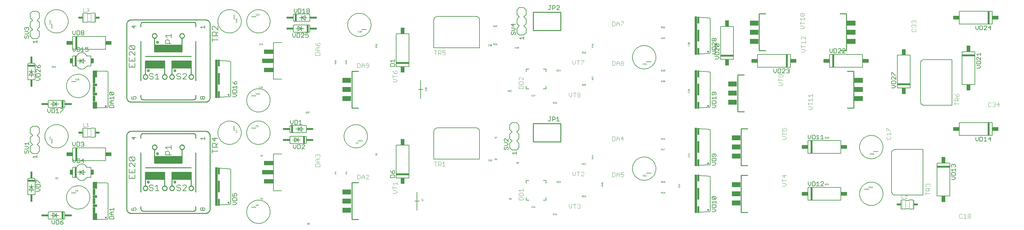
<source format=gto>
G75*
%MOIN*%
%OFA0B0*%
%FSLAX24Y24*%
%IPPOS*%
%LPD*%
%AMOC8*
5,1,8,0,0,1.08239X$1,22.5*
%
%ADD10C,0.0040*%
%ADD11C,0.0050*%
%ADD12C,0.0080*%
%ADD13R,0.1066X0.0502*%
%ADD14R,0.1251X0.0502*%
%ADD15C,0.0060*%
%ADD16C,0.0020*%
%ADD17R,0.0450X0.0200*%
%ADD18C,0.0100*%
%ADD19R,0.0980X0.0560*%
%ADD20R,0.0200X0.1400*%
%ADD21R,0.0650X0.0420*%
%ADD22R,0.0200X0.1100*%
%ADD23R,0.0310X0.0520*%
%ADD24C,0.0200*%
%ADD25R,0.0300X0.4200*%
%ADD26R,0.0200X0.0750*%
%ADD27R,0.0200X0.1300*%
%ADD28R,0.0200X0.0800*%
%ADD29R,0.0750X0.0200*%
%ADD30R,0.1400X0.0200*%
%ADD31R,0.0420X0.0650*%
%ADD32C,0.0010*%
%ADD33R,0.0800X0.0200*%
%ADD34C,0.0070*%
%ADD35R,0.0500X0.0750*%
%ADD36R,0.0300X0.0700*%
%ADD37R,0.0500X0.0300*%
%ADD38R,0.3000X0.0750*%
%ADD39R,0.2100X0.0750*%
D10*
X032354Y006930D02*
X032354Y007190D01*
X032441Y007277D01*
X032788Y007277D01*
X032874Y007190D01*
X032874Y006930D01*
X032354Y006930D01*
X032527Y007445D02*
X032354Y007619D01*
X032527Y007792D01*
X032874Y007792D01*
X032788Y007961D02*
X032874Y008048D01*
X032874Y008221D01*
X032788Y008308D01*
X032701Y008308D01*
X032614Y008221D01*
X032614Y008135D01*
X032614Y008221D02*
X032527Y008308D01*
X032441Y008308D01*
X032354Y008221D01*
X032354Y008048D01*
X032441Y007961D01*
X032614Y007792D02*
X032614Y007445D01*
X032527Y007445D02*
X032874Y007445D01*
X036959Y006049D02*
X037189Y006049D01*
X037266Y005972D01*
X037266Y005665D01*
X037189Y005588D01*
X036959Y005588D01*
X036959Y006049D01*
X037420Y005895D02*
X037573Y006049D01*
X037727Y005895D01*
X037727Y005588D01*
X037880Y005588D02*
X038187Y005895D01*
X038187Y005972D01*
X038110Y006049D01*
X037957Y006049D01*
X037880Y005972D01*
X037727Y005818D02*
X037420Y005818D01*
X037420Y005895D02*
X037420Y005588D01*
X037880Y005588D02*
X038187Y005588D01*
X040834Y005094D02*
X041294Y005094D01*
X041294Y004941D02*
X041294Y005248D01*
X040987Y004941D02*
X040834Y005094D01*
X040834Y004787D02*
X040834Y004480D01*
X040834Y004327D02*
X041141Y004327D01*
X041294Y004173D01*
X041141Y004020D01*
X040834Y004020D01*
X040834Y004634D02*
X041294Y004634D01*
X045480Y007000D02*
X045480Y007461D01*
X045327Y007461D02*
X045634Y007461D01*
X045787Y007461D02*
X046017Y007461D01*
X046094Y007384D01*
X046094Y007231D01*
X046017Y007154D01*
X045787Y007154D01*
X045941Y007154D02*
X046094Y007000D01*
X046247Y007000D02*
X046554Y007000D01*
X046401Y007000D02*
X046401Y007461D01*
X046247Y007307D01*
X045787Y007461D02*
X045787Y007000D01*
X054610Y004374D02*
X055070Y004374D01*
X055070Y004527D02*
X055070Y004220D01*
X054993Y004067D02*
X054686Y004067D01*
X054610Y003990D01*
X054610Y003760D01*
X055070Y003760D01*
X055070Y003990D01*
X054993Y004067D01*
X054763Y004220D02*
X054610Y004374D01*
X054686Y003606D02*
X054610Y003530D01*
X054610Y003300D01*
X055070Y003300D01*
X055070Y003530D01*
X054993Y003606D01*
X054686Y003606D01*
X060069Y002837D02*
X060069Y002530D01*
X060222Y002376D01*
X060376Y002530D01*
X060376Y002837D01*
X060529Y002837D02*
X060836Y002837D01*
X060683Y002837D02*
X060683Y002376D01*
X060990Y002453D02*
X061066Y002376D01*
X061220Y002376D01*
X061297Y002453D01*
X061297Y002530D01*
X061220Y002606D01*
X061143Y002606D01*
X061220Y002606D02*
X061297Y002683D01*
X061297Y002760D01*
X061220Y002837D01*
X061066Y002837D01*
X060990Y002760D01*
X061076Y005920D02*
X061076Y006380D01*
X060923Y006380D02*
X061230Y006380D01*
X061383Y006303D02*
X061460Y006380D01*
X061614Y006380D01*
X061690Y006303D01*
X061690Y006227D01*
X061383Y005920D01*
X061690Y005920D01*
X060769Y006073D02*
X060769Y006380D01*
X060463Y006380D02*
X060463Y006073D01*
X060616Y005920D01*
X060769Y006073D01*
X064793Y006286D02*
X064793Y005826D01*
X065023Y005826D01*
X065100Y005903D01*
X065100Y006210D01*
X065023Y006286D01*
X064793Y006286D01*
X065254Y006133D02*
X065254Y005826D01*
X065254Y006056D02*
X065561Y006056D01*
X065561Y006133D02*
X065561Y005826D01*
X065714Y005903D02*
X065791Y005826D01*
X065944Y005826D01*
X066021Y005903D01*
X066021Y006056D01*
X065944Y006133D01*
X065867Y006133D01*
X065714Y006056D01*
X065714Y006286D01*
X066021Y006286D01*
X065561Y006133D02*
X065407Y006286D01*
X065254Y006133D01*
X065254Y009763D02*
X065254Y010070D01*
X065407Y010223D01*
X065561Y010070D01*
X065561Y009763D01*
X065561Y009993D02*
X065254Y009993D01*
X065100Y009840D02*
X065100Y010147D01*
X065023Y010223D01*
X064793Y010223D01*
X064793Y009763D01*
X065023Y009763D01*
X065100Y009840D01*
X065714Y009993D02*
X066021Y009993D01*
X065944Y009763D02*
X065944Y010223D01*
X065714Y009993D01*
X061220Y014581D02*
X061066Y014581D01*
X060990Y014658D01*
X060990Y014734D01*
X061066Y014811D01*
X061220Y014811D01*
X061297Y014734D01*
X061297Y014658D01*
X061220Y014581D01*
X061220Y014811D02*
X061297Y014888D01*
X061297Y014965D01*
X061220Y015041D01*
X061066Y015041D01*
X060990Y014965D01*
X060990Y014888D01*
X061066Y014811D01*
X060836Y015041D02*
X060529Y015041D01*
X060376Y015041D02*
X060376Y014734D01*
X060222Y014581D01*
X060069Y014734D01*
X060069Y015041D01*
X060683Y015041D02*
X060683Y014581D01*
X055070Y015504D02*
X055070Y015734D01*
X054993Y015811D01*
X054686Y015811D01*
X054610Y015734D01*
X054610Y015504D01*
X055070Y015504D01*
X055070Y015965D02*
X054610Y015965D01*
X054610Y016195D01*
X054686Y016272D01*
X054993Y016272D01*
X055070Y016195D01*
X055070Y015965D01*
X055070Y016425D02*
X054763Y016732D01*
X054686Y016732D01*
X054610Y016655D01*
X054610Y016502D01*
X054686Y016425D01*
X055070Y016425D02*
X055070Y016732D01*
X060463Y018278D02*
X060616Y018124D01*
X060769Y018278D01*
X060769Y018585D01*
X060923Y018585D02*
X061230Y018585D01*
X061383Y018585D02*
X061690Y018585D01*
X061690Y018508D01*
X061383Y018201D01*
X061383Y018124D01*
X061076Y018124D02*
X061076Y018585D01*
X060463Y018585D02*
X060463Y018278D01*
X064793Y018491D02*
X064793Y018031D01*
X065023Y018031D01*
X065100Y018107D01*
X065100Y018414D01*
X065023Y018491D01*
X064793Y018491D01*
X065254Y018338D02*
X065407Y018491D01*
X065561Y018338D01*
X065561Y018031D01*
X065714Y018107D02*
X065714Y018184D01*
X065791Y018261D01*
X065944Y018261D01*
X066021Y018184D01*
X066021Y018107D01*
X065944Y018031D01*
X065791Y018031D01*
X065714Y018107D01*
X065791Y018261D02*
X065714Y018338D01*
X065714Y018414D01*
X065791Y018491D01*
X065944Y018491D01*
X066021Y018414D01*
X066021Y018338D01*
X065944Y018261D01*
X065561Y018261D02*
X065254Y018261D01*
X065254Y018338D02*
X065254Y018031D01*
X065254Y022361D02*
X065254Y022668D01*
X065407Y022822D01*
X065561Y022668D01*
X065561Y022361D01*
X065714Y022361D02*
X065714Y022438D01*
X066021Y022745D01*
X066021Y022822D01*
X065714Y022822D01*
X065561Y022592D02*
X065254Y022592D01*
X065100Y022745D02*
X065023Y022822D01*
X064793Y022822D01*
X064793Y022361D01*
X065023Y022361D01*
X065100Y022438D01*
X065100Y022745D01*
X046554Y019665D02*
X046247Y019665D01*
X046247Y019435D01*
X046401Y019512D01*
X046478Y019512D01*
X046554Y019435D01*
X046554Y019282D01*
X046478Y019205D01*
X046324Y019205D01*
X046247Y019282D01*
X046094Y019205D02*
X045941Y019359D01*
X046017Y019359D02*
X045787Y019359D01*
X045787Y019205D02*
X045787Y019665D01*
X046017Y019665D01*
X046094Y019589D01*
X046094Y019435D01*
X046017Y019359D01*
X045634Y019665D02*
X045327Y019665D01*
X045480Y019665D02*
X045480Y019205D01*
X041294Y017376D02*
X041217Y017452D01*
X041141Y017452D01*
X041064Y017376D01*
X041064Y017145D01*
X041217Y017145D01*
X041294Y017222D01*
X041294Y017376D01*
X041064Y017145D02*
X040911Y017299D01*
X040834Y017452D01*
X040834Y016992D02*
X040834Y016685D01*
X040834Y016532D02*
X041141Y016532D01*
X041294Y016378D01*
X041141Y016225D01*
X040834Y016225D01*
X040834Y016839D02*
X041294Y016839D01*
X038187Y017870D02*
X038187Y018176D01*
X038110Y018253D01*
X037957Y018253D01*
X037880Y018176D01*
X037880Y018100D01*
X037957Y018023D01*
X038187Y018023D01*
X038187Y017870D02*
X038110Y017793D01*
X037957Y017793D01*
X037880Y017870D01*
X037727Y017793D02*
X037727Y018100D01*
X037573Y018253D01*
X037420Y018100D01*
X037420Y017793D01*
X037266Y017870D02*
X037266Y018176D01*
X037189Y018253D01*
X036959Y018253D01*
X036959Y017793D01*
X037189Y017793D01*
X037266Y017870D01*
X037420Y018023D02*
X037727Y018023D01*
X032874Y019134D02*
X032874Y019395D01*
X032788Y019481D01*
X032441Y019481D01*
X032354Y019395D01*
X032354Y019134D01*
X032874Y019134D01*
X032874Y019650D02*
X032527Y019650D01*
X032354Y019824D01*
X032527Y019997D01*
X032874Y019997D01*
X032788Y020166D02*
X032874Y020253D01*
X032874Y020426D01*
X032788Y020513D01*
X032701Y020513D01*
X032614Y020426D01*
X032614Y020166D01*
X032788Y020166D01*
X032614Y020166D02*
X032441Y020339D01*
X032354Y020513D01*
X032614Y019997D02*
X032614Y019650D01*
X007622Y023998D02*
X007563Y023940D01*
X007447Y023940D01*
X007388Y023998D01*
X007263Y023940D02*
X007029Y023940D01*
X007029Y024290D01*
X007388Y024232D02*
X007447Y024290D01*
X007563Y024290D01*
X007622Y024232D01*
X007622Y024173D01*
X007563Y024115D01*
X007622Y024057D01*
X007622Y023998D01*
X007563Y024115D02*
X007505Y024115D01*
X007505Y011692D02*
X007505Y011341D01*
X007388Y011341D02*
X007622Y011341D01*
X007388Y011575D02*
X007505Y011692D01*
X007263Y011341D02*
X007029Y011341D01*
X007029Y011692D01*
X082960Y015831D02*
X083267Y015831D01*
X083420Y015984D01*
X083267Y016138D01*
X082960Y016138D01*
X082960Y016291D02*
X082960Y016598D01*
X082960Y016445D02*
X083420Y016445D01*
X083343Y016752D02*
X083420Y016828D01*
X083420Y016982D01*
X083343Y017059D01*
X083036Y017059D01*
X082960Y016982D01*
X082960Y016828D01*
X083036Y016752D01*
X083113Y016752D01*
X083190Y016828D01*
X083190Y017059D01*
X085421Y019505D02*
X085728Y019505D01*
X085882Y019659D01*
X085728Y019812D01*
X085421Y019812D01*
X085421Y019965D02*
X085421Y020272D01*
X085421Y020119D02*
X085882Y020119D01*
X085882Y020426D02*
X085882Y020733D01*
X085882Y020886D02*
X085575Y021193D01*
X085498Y021193D01*
X085421Y021116D01*
X085421Y020963D01*
X085498Y020886D01*
X085421Y020579D02*
X085882Y020579D01*
X085882Y020886D02*
X085882Y021193D01*
X085421Y020579D02*
X085575Y020426D01*
X085629Y022063D02*
X085322Y022063D01*
X085629Y022063D02*
X085782Y022217D01*
X085629Y022370D01*
X085322Y022370D01*
X085322Y022524D02*
X085322Y022831D01*
X085322Y022677D02*
X085782Y022677D01*
X085782Y022984D02*
X085782Y023291D01*
X085782Y023138D02*
X085322Y023138D01*
X085475Y022984D01*
X085399Y023445D02*
X085322Y023521D01*
X085322Y023675D01*
X085399Y023752D01*
X085706Y023445D01*
X085782Y023521D01*
X085782Y023675D01*
X085706Y023752D01*
X085399Y023752D01*
X085399Y023445D02*
X085706Y023445D01*
X097507Y022893D02*
X097507Y022740D01*
X097584Y022663D01*
X097584Y022510D02*
X097661Y022510D01*
X097738Y022433D01*
X097814Y022510D01*
X097891Y022510D01*
X097968Y022433D01*
X097968Y022280D01*
X097891Y022203D01*
X097891Y022049D02*
X097968Y021973D01*
X097968Y021819D01*
X097891Y021742D01*
X097584Y021742D01*
X097507Y021819D01*
X097507Y021973D01*
X097584Y022049D01*
X097584Y022203D02*
X097507Y022280D01*
X097507Y022433D01*
X097584Y022510D01*
X097738Y022433D02*
X097738Y022356D01*
X097891Y022663D02*
X097968Y022740D01*
X097968Y022893D01*
X097891Y022970D01*
X097814Y022970D01*
X097738Y022893D01*
X097738Y022817D01*
X097738Y022893D02*
X097661Y022970D01*
X097584Y022970D01*
X097507Y022893D01*
X102189Y014921D02*
X102265Y014767D01*
X102419Y014614D01*
X102419Y014844D01*
X102495Y014921D01*
X102572Y014921D01*
X102649Y014844D01*
X102649Y014691D01*
X102572Y014614D01*
X102419Y014614D01*
X102419Y014461D02*
X102495Y014384D01*
X102495Y014154D01*
X102495Y014307D02*
X102649Y014461D01*
X102419Y014461D02*
X102265Y014461D01*
X102189Y014384D01*
X102189Y014154D01*
X102649Y014154D01*
X102189Y014000D02*
X102189Y013693D01*
X102189Y013847D02*
X102649Y013847D01*
X105857Y013896D02*
X105857Y013589D01*
X105934Y013512D01*
X106087Y013512D01*
X106164Y013589D01*
X106317Y013589D02*
X106394Y013512D01*
X106548Y013512D01*
X106624Y013589D01*
X106624Y013666D01*
X106548Y013742D01*
X106471Y013742D01*
X106548Y013742D02*
X106624Y013819D01*
X106624Y013896D01*
X106548Y013973D01*
X106394Y013973D01*
X106317Y013896D01*
X106164Y013896D02*
X106087Y013973D01*
X105934Y013973D01*
X105857Y013896D01*
X106778Y013742D02*
X107085Y013742D01*
X107008Y013512D02*
X107008Y013973D01*
X106778Y013742D01*
X095212Y010852D02*
X095135Y010852D01*
X094828Y011159D01*
X094751Y011159D01*
X094751Y010852D01*
X094751Y010545D02*
X095212Y010545D01*
X095212Y010392D02*
X095212Y010699D01*
X094905Y010392D02*
X094751Y010545D01*
X094828Y010238D02*
X094751Y010162D01*
X094751Y010008D01*
X094828Y009931D01*
X095135Y009931D01*
X095212Y010008D01*
X095212Y010162D01*
X095135Y010238D01*
X086669Y013359D02*
X086516Y013206D01*
X086209Y013206D01*
X086209Y013513D02*
X086516Y013513D01*
X086669Y013359D01*
X086669Y013820D02*
X086209Y013820D01*
X086209Y013973D02*
X086209Y013666D01*
X086362Y014127D02*
X086209Y014280D01*
X086669Y014280D01*
X086669Y014127D02*
X086669Y014434D01*
X086669Y014587D02*
X086669Y014894D01*
X086669Y014740D02*
X086209Y014740D01*
X086362Y014587D01*
X083737Y011153D02*
X083814Y011076D01*
X083814Y010923D01*
X083737Y010846D01*
X083584Y010846D02*
X083507Y011000D01*
X083507Y011076D01*
X083584Y011153D01*
X083737Y011153D01*
X083584Y010846D02*
X083353Y010846D01*
X083353Y011153D01*
X083353Y010693D02*
X083353Y010386D01*
X083353Y010539D02*
X083814Y010539D01*
X083660Y010232D02*
X083353Y010232D01*
X083353Y009925D02*
X083660Y009925D01*
X083814Y010079D01*
X083660Y010232D01*
X083584Y006035D02*
X083584Y005728D01*
X083353Y005958D01*
X083814Y005958D01*
X083353Y005575D02*
X083353Y005268D01*
X083353Y005421D02*
X083814Y005421D01*
X083660Y005114D02*
X083353Y005114D01*
X083353Y004807D02*
X083660Y004807D01*
X083814Y004961D01*
X083660Y005114D01*
X096399Y003818D02*
X096399Y003467D01*
X096633Y003467D01*
X096758Y003467D02*
X096992Y003701D01*
X096992Y003759D01*
X096934Y003818D01*
X096817Y003818D01*
X096758Y003759D01*
X096758Y003467D02*
X096992Y003467D01*
X099039Y003851D02*
X099039Y004158D01*
X099039Y004311D02*
X099039Y004541D01*
X099116Y004618D01*
X099269Y004618D01*
X099346Y004541D01*
X099346Y004311D01*
X099499Y004311D02*
X099039Y004311D01*
X099039Y004004D02*
X099499Y004004D01*
X099346Y004465D02*
X099499Y004618D01*
X099423Y004771D02*
X099499Y004848D01*
X099499Y005002D01*
X099423Y005078D01*
X099346Y005078D01*
X099269Y005002D01*
X099269Y004925D01*
X099269Y005002D02*
X099192Y005078D01*
X099116Y005078D01*
X099039Y005002D01*
X099039Y004848D01*
X099116Y004771D01*
X102707Y001691D02*
X102784Y001768D01*
X102938Y001768D01*
X103014Y001691D01*
X103168Y001614D02*
X103321Y001768D01*
X103321Y001307D01*
X103168Y001307D02*
X103475Y001307D01*
X103628Y001384D02*
X103628Y001461D01*
X103705Y001538D01*
X103858Y001538D01*
X103935Y001461D01*
X103935Y001384D01*
X103858Y001307D01*
X103705Y001307D01*
X103628Y001384D01*
X103705Y001538D02*
X103628Y001614D01*
X103628Y001691D01*
X103705Y001768D01*
X103858Y001768D01*
X103935Y001691D01*
X103935Y001614D01*
X103858Y001538D01*
X103014Y001384D02*
X102938Y001307D01*
X102784Y001307D01*
X102707Y001384D01*
X102707Y001691D01*
D11*
X003600Y001082D02*
X003600Y000781D01*
X003750Y000631D01*
X003900Y000781D01*
X003900Y001082D01*
X004060Y001082D02*
X004285Y001082D01*
X004360Y001007D01*
X004360Y000706D01*
X004285Y000631D01*
X004060Y000631D01*
X004060Y001082D01*
X004521Y000856D02*
X004746Y000856D01*
X004821Y000781D01*
X004821Y000706D01*
X004746Y000631D01*
X004596Y000631D01*
X004521Y000706D01*
X004521Y000856D01*
X004671Y001007D01*
X004821Y001082D01*
X009898Y001206D02*
X009898Y001431D01*
X009973Y001506D01*
X010273Y001506D01*
X010348Y001431D01*
X010348Y001206D01*
X009898Y001206D01*
X010048Y001666D02*
X009898Y001817D01*
X010048Y001967D01*
X010348Y001967D01*
X010348Y002127D02*
X010348Y002427D01*
X010348Y002277D02*
X009898Y002277D01*
X010048Y002127D01*
X010123Y001967D02*
X010123Y001666D01*
X010048Y001666D02*
X010348Y001666D01*
X012335Y002145D02*
X012560Y002145D01*
X012485Y002295D01*
X012485Y002371D01*
X012560Y002446D01*
X012711Y002446D01*
X012786Y002371D01*
X012786Y002220D01*
X012711Y002145D01*
X012335Y002145D02*
X012335Y002446D01*
X019835Y002371D02*
X019835Y002220D01*
X019910Y002145D01*
X019985Y002145D01*
X020060Y002220D01*
X020060Y002371D01*
X020136Y002446D01*
X020211Y002446D01*
X020286Y002371D01*
X020286Y002220D01*
X020211Y002145D01*
X020136Y002145D01*
X020060Y002220D01*
X020060Y002371D02*
X019985Y002446D01*
X019910Y002446D01*
X019835Y002371D01*
X023333Y002781D02*
X023634Y002781D01*
X023784Y002931D01*
X023634Y003081D01*
X023333Y003081D01*
X023333Y003241D02*
X023333Y003466D01*
X023408Y003542D01*
X023709Y003542D01*
X023784Y003466D01*
X023784Y003241D01*
X023333Y003241D01*
X023333Y003702D02*
X023559Y003702D01*
X023483Y003852D01*
X023483Y003927D01*
X023559Y004002D01*
X023709Y004002D01*
X023784Y003927D01*
X023784Y003777D01*
X023709Y003702D01*
X023333Y003702D02*
X023333Y004002D01*
X007108Y007581D02*
X006808Y007581D01*
X007033Y007806D01*
X007033Y007356D01*
X006647Y007431D02*
X006647Y007731D01*
X006572Y007806D01*
X006347Y007806D01*
X006347Y007356D01*
X006572Y007356D01*
X006647Y007431D01*
X006187Y007506D02*
X006037Y007356D01*
X005887Y007506D01*
X005887Y007806D01*
X006187Y007806D02*
X006187Y007506D01*
X001969Y007899D02*
X001969Y008199D01*
X001969Y008049D02*
X001518Y008049D01*
X001668Y007899D01*
X001069Y008474D02*
X000994Y008399D01*
X001069Y008474D02*
X001069Y008624D01*
X000994Y008699D01*
X000919Y008699D01*
X000844Y008624D01*
X000844Y008474D01*
X000768Y008399D01*
X000693Y008399D01*
X000618Y008474D01*
X000618Y008624D01*
X000693Y008699D01*
X000618Y008859D02*
X000919Y008859D01*
X001069Y009010D01*
X000919Y009160D01*
X000618Y009160D01*
X000768Y009320D02*
X000618Y009470D01*
X001069Y009470D01*
X001069Y009320D02*
X001069Y009620D01*
X005874Y009625D02*
X005874Y009324D01*
X006024Y009174D01*
X006174Y009324D01*
X006174Y009625D01*
X006335Y009625D02*
X006560Y009625D01*
X006635Y009550D01*
X006635Y009249D01*
X006560Y009174D01*
X006335Y009174D01*
X006335Y009625D01*
X006795Y009550D02*
X006870Y009625D01*
X007020Y009625D01*
X007095Y009550D01*
X007095Y009474D01*
X007020Y009399D01*
X007095Y009324D01*
X007095Y009249D01*
X007020Y009174D01*
X006870Y009174D01*
X006795Y009249D01*
X006945Y009399D02*
X007020Y009399D01*
X012335Y010121D02*
X012560Y009895D01*
X012560Y010196D01*
X012335Y010121D02*
X012786Y010121D01*
X019835Y010045D02*
X020286Y010045D01*
X020286Y009895D02*
X020286Y010196D01*
X019985Y009895D02*
X019835Y010045D01*
X029659Y011730D02*
X029809Y011580D01*
X029959Y011730D01*
X029959Y012031D01*
X030119Y012031D02*
X030344Y012031D01*
X030420Y011955D01*
X030420Y011655D01*
X030344Y011580D01*
X030119Y011580D01*
X030119Y012031D01*
X029659Y012031D02*
X029659Y011730D01*
X030580Y011580D02*
X030880Y011580D01*
X030730Y011580D02*
X030730Y012031D01*
X030580Y011880D01*
X030663Y009349D02*
X030438Y009349D01*
X030438Y008899D01*
X030663Y008899D01*
X030738Y008974D01*
X030738Y009274D01*
X030663Y009349D01*
X030898Y009274D02*
X030974Y009349D01*
X031124Y009349D01*
X031199Y009274D01*
X031199Y009199D01*
X030898Y008899D01*
X031199Y008899D01*
X030278Y009049D02*
X030278Y009349D01*
X030278Y009049D02*
X030128Y008899D01*
X029978Y009049D01*
X029978Y009349D01*
X040576Y006497D02*
X040651Y006347D01*
X040801Y006197D01*
X040801Y006422D01*
X040876Y006497D01*
X040951Y006497D01*
X041026Y006422D01*
X041026Y006272D01*
X040951Y006197D01*
X040801Y006197D01*
X040951Y006037D02*
X040651Y006037D01*
X040576Y005962D01*
X040576Y005737D01*
X041026Y005737D01*
X041026Y005962D01*
X040951Y006037D01*
X052981Y008868D02*
X052981Y009018D01*
X053056Y009093D01*
X053206Y009018D02*
X053281Y009093D01*
X053356Y009093D01*
X053431Y009018D01*
X053431Y008868D01*
X053356Y008793D01*
X053206Y008868D02*
X053206Y009018D01*
X053206Y008868D02*
X053131Y008793D01*
X053056Y008793D01*
X052981Y008868D01*
X053881Y008443D02*
X054331Y008443D01*
X054331Y008293D02*
X054331Y008593D01*
X054031Y008293D02*
X053881Y008443D01*
X053281Y009253D02*
X053431Y009403D01*
X053281Y009553D01*
X052981Y009553D01*
X053056Y009714D02*
X052981Y009789D01*
X052981Y009939D01*
X053056Y010014D01*
X053131Y010014D01*
X053431Y009714D01*
X053431Y010014D01*
X053281Y009253D02*
X052981Y009253D01*
X057793Y012011D02*
X057868Y011936D01*
X057943Y011936D01*
X058018Y012011D01*
X058018Y012387D01*
X057943Y012387D02*
X058093Y012387D01*
X058253Y012387D02*
X058253Y011936D01*
X058253Y012087D02*
X058479Y012087D01*
X058554Y012162D01*
X058554Y012312D01*
X058479Y012387D01*
X058253Y012387D01*
X058714Y012237D02*
X058864Y012387D01*
X058864Y011936D01*
X058714Y011936D02*
X059014Y011936D01*
X057551Y015484D02*
X057256Y015484D01*
X057551Y015484D02*
X057551Y015780D01*
X055681Y015484D02*
X055385Y015484D01*
X055385Y015780D01*
X055385Y017354D02*
X055385Y017650D01*
X055681Y017650D01*
X057256Y017650D02*
X057551Y017650D01*
X057551Y017354D01*
X055118Y020891D02*
X055118Y021191D01*
X055118Y021041D02*
X054668Y021041D01*
X054818Y020891D01*
X054218Y021466D02*
X054143Y021391D01*
X054218Y021466D02*
X054218Y021616D01*
X054143Y021691D01*
X054068Y021691D01*
X053993Y021616D01*
X053993Y021466D01*
X053918Y021391D01*
X053843Y021391D01*
X053768Y021466D01*
X053768Y021616D01*
X053843Y021691D01*
X053768Y021852D02*
X054068Y021852D01*
X054218Y022002D01*
X054068Y022152D01*
X053768Y022152D01*
X053993Y022312D02*
X053993Y022612D01*
X053768Y022537D02*
X053993Y022312D01*
X054218Y022537D02*
X053768Y022537D01*
X057793Y024216D02*
X057868Y024141D01*
X057943Y024141D01*
X058018Y024216D01*
X058018Y024592D01*
X057943Y024592D02*
X058093Y024592D01*
X058253Y024592D02*
X058479Y024592D01*
X058554Y024516D01*
X058554Y024366D01*
X058479Y024291D01*
X058253Y024291D01*
X058253Y024141D02*
X058253Y024592D01*
X058714Y024516D02*
X058789Y024592D01*
X058939Y024592D01*
X059014Y024516D01*
X059014Y024441D01*
X058714Y024141D01*
X059014Y024141D01*
X075696Y020923D02*
X075771Y020998D01*
X075846Y020998D01*
X075921Y020923D01*
X075921Y020773D01*
X075846Y020698D01*
X075771Y020698D01*
X075696Y020773D01*
X075696Y020923D01*
X075921Y020923D02*
X075996Y020998D01*
X076071Y020998D01*
X076146Y020923D01*
X076146Y020773D01*
X076071Y020698D01*
X075996Y020698D01*
X075921Y020773D01*
X075846Y020537D02*
X075771Y020537D01*
X075696Y020462D01*
X075696Y020312D01*
X075771Y020237D01*
X075771Y020077D02*
X075696Y020002D01*
X075696Y019777D01*
X076146Y019777D01*
X076146Y020002D01*
X076071Y020077D01*
X075771Y020077D01*
X076009Y020185D02*
X076009Y020335D01*
X076084Y020410D01*
X076384Y020110D01*
X076459Y020185D01*
X076459Y020335D01*
X076384Y020410D01*
X076084Y020410D01*
X076146Y020537D02*
X076146Y020237D01*
X075846Y020537D01*
X076009Y020185D02*
X076084Y020110D01*
X076384Y020110D01*
X076459Y019950D02*
X076459Y019650D01*
X076159Y019950D01*
X076084Y019950D01*
X076009Y019875D01*
X076009Y019725D01*
X076084Y019650D01*
X075996Y019617D02*
X075696Y019617D01*
X075996Y019617D02*
X076146Y019466D01*
X075996Y019316D01*
X075696Y019316D01*
X076009Y019415D02*
X076009Y019189D01*
X076459Y019189D01*
X076459Y019415D01*
X076384Y019490D01*
X076084Y019490D01*
X076009Y019415D01*
X076009Y019029D02*
X076309Y019029D01*
X076459Y018879D01*
X076309Y018729D01*
X076009Y018729D01*
X082436Y017661D02*
X082436Y017361D01*
X082586Y017210D01*
X082736Y017361D01*
X082736Y017661D01*
X082896Y017661D02*
X083121Y017661D01*
X083196Y017586D01*
X083196Y017285D01*
X083121Y017210D01*
X082896Y017210D01*
X082896Y017661D01*
X083357Y017586D02*
X083432Y017661D01*
X083582Y017661D01*
X083657Y017586D01*
X083657Y017511D01*
X083357Y017210D01*
X083657Y017210D01*
X083817Y017285D02*
X083892Y017210D01*
X084042Y017210D01*
X084117Y017285D01*
X084117Y017361D01*
X084042Y017436D01*
X083967Y017436D01*
X084042Y017436D02*
X084117Y017511D01*
X084117Y017586D01*
X084042Y017661D01*
X083892Y017661D01*
X083817Y017586D01*
X088551Y019561D02*
X088702Y019410D01*
X088852Y019561D01*
X088852Y019861D01*
X089012Y019861D02*
X089012Y019410D01*
X089237Y019410D01*
X089312Y019485D01*
X089312Y019786D01*
X089237Y019861D01*
X089012Y019861D01*
X088551Y019861D02*
X088551Y019561D01*
X089472Y019410D02*
X089772Y019711D01*
X089772Y019786D01*
X089697Y019861D01*
X089547Y019861D01*
X089472Y019786D01*
X089472Y019410D02*
X089772Y019410D01*
X089933Y019410D02*
X090233Y019711D01*
X090233Y019786D01*
X090158Y019861D01*
X090008Y019861D01*
X089933Y019786D01*
X089933Y019410D02*
X090233Y019410D01*
X095300Y017261D02*
X095375Y017261D01*
X095676Y016961D01*
X095751Y016961D01*
X095751Y016800D02*
X095751Y016500D01*
X095450Y016800D01*
X095375Y016800D01*
X095300Y016725D01*
X095300Y016575D01*
X095375Y016500D01*
X095375Y016340D02*
X095300Y016265D01*
X095300Y016040D01*
X095751Y016040D01*
X095751Y016265D01*
X095676Y016340D01*
X095375Y016340D01*
X095300Y015880D02*
X095600Y015880D01*
X095751Y015729D01*
X095600Y015579D01*
X095300Y015579D01*
X095300Y016961D02*
X095300Y017261D01*
X104587Y017731D02*
X104887Y017731D01*
X105037Y017882D01*
X104887Y018032D01*
X104587Y018032D01*
X104587Y018192D02*
X104587Y018417D01*
X104662Y018492D01*
X104962Y018492D01*
X105037Y018417D01*
X105037Y018192D01*
X104587Y018192D01*
X104662Y018652D02*
X104587Y018727D01*
X104587Y018877D01*
X104662Y018952D01*
X104737Y018952D01*
X105037Y018652D01*
X105037Y018952D01*
X105037Y019113D02*
X105037Y019413D01*
X105037Y019263D02*
X104587Y019263D01*
X104737Y019113D01*
X104633Y021935D02*
X104783Y022085D01*
X104783Y022385D01*
X104943Y022385D02*
X104943Y021935D01*
X105169Y021935D01*
X105244Y022010D01*
X105244Y022310D01*
X105169Y022385D01*
X104943Y022385D01*
X104483Y022385D02*
X104483Y022085D01*
X104633Y021935D01*
X105404Y021935D02*
X105704Y022235D01*
X105704Y022310D01*
X105629Y022385D01*
X105479Y022385D01*
X105404Y022310D01*
X105404Y021935D02*
X105704Y021935D01*
X105864Y022160D02*
X106164Y022160D01*
X106089Y021935D02*
X106089Y022385D01*
X105864Y022160D01*
X076146Y015017D02*
X076146Y014867D01*
X076071Y014792D01*
X075921Y014867D02*
X075921Y015092D01*
X076071Y015092D02*
X075771Y015092D01*
X075696Y015017D01*
X075696Y014867D01*
X075771Y014792D01*
X075846Y014792D01*
X075921Y014867D01*
X076146Y015017D02*
X076071Y015092D01*
X076146Y014632D02*
X076146Y014332D01*
X076146Y014482D02*
X075696Y014482D01*
X075846Y014332D01*
X075771Y014171D02*
X075696Y014096D01*
X075696Y013871D01*
X076146Y013871D01*
X076146Y014096D01*
X076071Y014171D01*
X075771Y014171D01*
X075696Y013711D02*
X075996Y013711D01*
X076146Y013561D01*
X075996Y013411D01*
X075696Y013411D01*
X086189Y010412D02*
X086189Y010112D01*
X086339Y009962D01*
X086489Y010112D01*
X086489Y010412D01*
X086650Y010412D02*
X086875Y010412D01*
X086950Y010337D01*
X086950Y010037D01*
X086875Y009962D01*
X086650Y009962D01*
X086650Y010412D01*
X087110Y010262D02*
X087260Y010412D01*
X087260Y009962D01*
X087110Y009962D02*
X087410Y009962D01*
X087570Y009962D02*
X087871Y009962D01*
X087720Y009962D02*
X087720Y010412D01*
X087570Y010262D01*
X076146Y008258D02*
X076071Y008333D01*
X075771Y008333D01*
X075696Y008258D01*
X075696Y008107D01*
X075771Y008032D01*
X075846Y008032D01*
X075921Y008107D01*
X075921Y008333D01*
X076146Y008258D02*
X076146Y008107D01*
X076071Y008032D01*
X076071Y007872D02*
X075771Y007872D01*
X075696Y007797D01*
X075696Y007572D01*
X076146Y007572D01*
X076146Y007797D01*
X076071Y007872D01*
X075996Y007412D02*
X075696Y007412D01*
X075996Y007412D02*
X076146Y007262D01*
X075996Y007112D01*
X075696Y007112D01*
X086189Y005294D02*
X086189Y004994D01*
X086339Y004844D01*
X086489Y004994D01*
X086489Y005294D01*
X086650Y005294D02*
X086875Y005294D01*
X086950Y005219D01*
X086950Y004919D01*
X086875Y004844D01*
X086650Y004844D01*
X086650Y005294D01*
X087110Y005144D02*
X087260Y005294D01*
X087260Y004844D01*
X087110Y004844D02*
X087410Y004844D01*
X087570Y004844D02*
X087871Y005144D01*
X087871Y005219D01*
X087796Y005294D01*
X087645Y005294D01*
X087570Y005219D01*
X087570Y004844D02*
X087871Y004844D01*
X076146Y003600D02*
X076146Y003450D01*
X076071Y003375D01*
X075771Y003675D01*
X076071Y003675D01*
X076146Y003600D01*
X076071Y003375D02*
X075771Y003375D01*
X075696Y003450D01*
X075696Y003600D01*
X075771Y003675D01*
X076146Y003215D02*
X076146Y002914D01*
X076146Y003064D02*
X075696Y003064D01*
X075846Y002914D01*
X075771Y002754D02*
X075696Y002679D01*
X075696Y002454D01*
X076146Y002454D01*
X076146Y002679D01*
X076071Y002754D01*
X075771Y002754D01*
X075696Y002294D02*
X075996Y002294D01*
X076146Y002144D01*
X075996Y001994D01*
X075696Y001994D01*
X057551Y003280D02*
X057256Y003280D01*
X057551Y003280D02*
X057551Y003575D01*
X055681Y003280D02*
X055385Y003280D01*
X055385Y003575D01*
X055385Y005150D02*
X055385Y005445D01*
X055681Y005445D01*
X057256Y005445D02*
X057551Y005445D01*
X057551Y005150D01*
X023784Y014742D02*
X023634Y014592D01*
X023333Y014592D01*
X023333Y014892D02*
X023634Y014892D01*
X023784Y014742D01*
X023784Y015052D02*
X023784Y015278D01*
X023709Y015353D01*
X023408Y015353D01*
X023333Y015278D01*
X023333Y015052D01*
X023784Y015052D01*
X023784Y015513D02*
X023784Y015813D01*
X023784Y015663D02*
X023333Y015663D01*
X023483Y015513D01*
X023559Y015973D02*
X023559Y016198D01*
X023634Y016273D01*
X023709Y016273D01*
X023784Y016198D01*
X023784Y016048D01*
X023709Y015973D01*
X023559Y015973D01*
X023408Y016123D01*
X023333Y016273D01*
X020286Y014575D02*
X020286Y014425D01*
X020211Y014350D01*
X020136Y014350D01*
X020060Y014425D01*
X019985Y014350D01*
X019910Y014350D01*
X019835Y014425D01*
X019835Y014575D01*
X019910Y014650D01*
X019985Y014650D01*
X020060Y014575D01*
X020060Y014425D01*
X020060Y014575D02*
X020136Y014650D01*
X020211Y014650D01*
X020286Y014575D01*
X012786Y014575D02*
X012786Y014425D01*
X012711Y014350D01*
X012560Y014350D02*
X012485Y014500D01*
X012485Y014575D01*
X012560Y014650D01*
X012711Y014650D01*
X012786Y014575D01*
X012560Y014350D02*
X012335Y014350D01*
X012335Y014650D01*
X010348Y014632D02*
X010348Y014332D01*
X010348Y014482D02*
X009898Y014482D01*
X010048Y014332D01*
X010048Y014171D02*
X010348Y014171D01*
X010123Y014171D02*
X010123Y013871D01*
X010048Y013871D02*
X009898Y014021D01*
X010048Y014171D01*
X010048Y013871D02*
X010348Y013871D01*
X010273Y013711D02*
X009973Y013711D01*
X009898Y013636D01*
X009898Y013411D01*
X010348Y013411D01*
X010348Y013636D01*
X010273Y013711D01*
X010273Y014792D02*
X009973Y014792D01*
X009898Y014867D01*
X009898Y015017D01*
X009973Y015092D01*
X010273Y014792D01*
X010348Y014867D01*
X010348Y015017D01*
X010273Y015092D01*
X009973Y015092D01*
X004821Y013286D02*
X004521Y013286D01*
X004821Y013286D02*
X004821Y013211D01*
X004521Y012911D01*
X004521Y012836D01*
X004360Y012836D02*
X004060Y012836D01*
X004210Y012836D02*
X004210Y013286D01*
X004060Y013136D01*
X003900Y013211D02*
X003825Y013286D01*
X003600Y013286D01*
X003600Y012836D01*
X003825Y012836D01*
X003900Y012911D01*
X003900Y013211D01*
X003440Y013286D02*
X003440Y012986D01*
X003289Y012836D01*
X003139Y012986D01*
X003139Y013286D01*
X002175Y016388D02*
X002325Y016538D01*
X002175Y016688D01*
X001875Y016688D01*
X001875Y016848D02*
X001875Y017073D01*
X001950Y017148D01*
X002250Y017148D01*
X002325Y017073D01*
X002325Y016848D01*
X001875Y016848D01*
X001950Y017309D02*
X001875Y017384D01*
X001875Y017534D01*
X001950Y017609D01*
X002025Y017609D01*
X002325Y017309D01*
X002325Y017609D01*
X002250Y017769D02*
X002325Y017844D01*
X002325Y017994D01*
X002250Y018069D01*
X002175Y018069D01*
X002100Y017994D01*
X002100Y017769D01*
X002250Y017769D01*
X002100Y017769D02*
X001950Y017919D01*
X001875Y018069D01*
X005887Y019711D02*
X006037Y019560D01*
X006187Y019711D01*
X006187Y020011D01*
X006347Y020011D02*
X006572Y020011D01*
X006647Y019936D01*
X006647Y019635D01*
X006572Y019560D01*
X006347Y019560D01*
X006347Y020011D01*
X005887Y020011D02*
X005887Y019711D01*
X006808Y019861D02*
X006958Y020011D01*
X006958Y019560D01*
X006808Y019560D02*
X007108Y019560D01*
X007268Y019635D02*
X007343Y019560D01*
X007493Y019560D01*
X007568Y019635D01*
X007568Y019786D01*
X007493Y019861D01*
X007418Y019861D01*
X007268Y019786D01*
X007268Y020011D01*
X007568Y020011D01*
X007020Y021379D02*
X006870Y021379D01*
X006795Y021454D01*
X006795Y021529D01*
X006870Y021604D01*
X007020Y021604D01*
X007095Y021529D01*
X007095Y021454D01*
X007020Y021379D01*
X007020Y021604D02*
X007095Y021679D01*
X007095Y021754D01*
X007020Y021829D01*
X006870Y021829D01*
X006795Y021754D01*
X006795Y021679D01*
X006870Y021604D01*
X006635Y021454D02*
X006635Y021754D01*
X006560Y021829D01*
X006335Y021829D01*
X006335Y021379D01*
X006560Y021379D01*
X006635Y021454D01*
X006174Y021529D02*
X006174Y021829D01*
X005874Y021829D02*
X005874Y021529D01*
X006024Y021379D01*
X006174Y021529D01*
X001969Y020798D02*
X001969Y020497D01*
X001969Y020648D02*
X001518Y020648D01*
X001668Y020497D01*
X001069Y021073D02*
X000994Y020997D01*
X001069Y021073D02*
X001069Y021223D01*
X000994Y021298D01*
X000919Y021298D01*
X000844Y021223D01*
X000844Y021073D01*
X000768Y020997D01*
X000693Y020997D01*
X000618Y021073D01*
X000618Y021223D01*
X000693Y021298D01*
X000618Y021458D02*
X000919Y021458D01*
X001069Y021608D01*
X000919Y021758D01*
X000618Y021758D01*
X000693Y021918D02*
X000618Y021993D01*
X000618Y022143D01*
X000693Y022218D01*
X000768Y022218D01*
X000844Y022143D01*
X000919Y022218D01*
X000994Y022218D01*
X001069Y022143D01*
X001069Y021993D01*
X000994Y021918D01*
X000844Y022068D02*
X000844Y022143D01*
X012335Y022325D02*
X012560Y022100D01*
X012560Y022400D01*
X012335Y022325D02*
X012786Y022325D01*
X019835Y022250D02*
X019985Y022100D01*
X019835Y022250D02*
X020286Y022250D01*
X020286Y022100D02*
X020286Y022400D01*
X029911Y021554D02*
X029911Y021254D01*
X030061Y021104D01*
X030211Y021254D01*
X030211Y021554D01*
X030371Y021554D02*
X030597Y021554D01*
X030672Y021479D01*
X030672Y021179D01*
X030597Y021104D01*
X030371Y021104D01*
X030371Y021554D01*
X030832Y021479D02*
X030907Y021554D01*
X031057Y021554D01*
X031132Y021479D01*
X031132Y021404D01*
X030832Y021104D01*
X031132Y021104D01*
X031292Y021179D02*
X031367Y021104D01*
X031517Y021104D01*
X031592Y021179D01*
X031592Y021329D01*
X031517Y021404D01*
X031442Y021404D01*
X031292Y021329D01*
X031292Y021554D01*
X031592Y021554D01*
X031659Y023785D02*
X031509Y023785D01*
X031434Y023860D01*
X031434Y023935D01*
X031509Y024010D01*
X031659Y024010D01*
X031734Y023935D01*
X031734Y023860D01*
X031659Y023785D01*
X031659Y024010D02*
X031734Y024085D01*
X031734Y024160D01*
X031659Y024235D01*
X031509Y024235D01*
X031434Y024160D01*
X031434Y024085D01*
X031509Y024010D01*
X031274Y023785D02*
X030973Y023785D01*
X031123Y023785D02*
X031123Y024235D01*
X030973Y024085D01*
X030813Y024160D02*
X030738Y024235D01*
X030513Y024235D01*
X030513Y023785D01*
X030738Y023785D01*
X030813Y023860D01*
X030813Y024160D01*
X030353Y024235D02*
X030353Y023935D01*
X030203Y023785D01*
X030053Y023935D01*
X030053Y024235D01*
X040576Y018552D02*
X041026Y018552D01*
X041026Y018402D02*
X041026Y018702D01*
X040726Y018402D02*
X040576Y018552D01*
X040651Y018242D02*
X040576Y018167D01*
X040576Y017942D01*
X041026Y017942D01*
X041026Y018167D01*
X040951Y018242D01*
X040651Y018242D01*
X002175Y016388D02*
X001875Y016388D01*
X001875Y005471D02*
X001950Y005471D01*
X002250Y005171D01*
X002325Y005171D01*
X002250Y005010D02*
X002325Y004935D01*
X002325Y004710D01*
X001875Y004710D01*
X001875Y004935D01*
X001950Y005010D01*
X002250Y005010D01*
X001875Y005171D02*
X001875Y005471D01*
X001875Y004550D02*
X002175Y004550D01*
X002325Y004400D01*
X002175Y004250D01*
X001875Y004250D01*
X101831Y005527D02*
X102131Y005527D01*
X102281Y005677D01*
X102131Y005827D01*
X101831Y005827D01*
X101831Y005987D02*
X101831Y006212D01*
X101906Y006287D01*
X102206Y006287D01*
X102281Y006212D01*
X102281Y005987D01*
X101831Y005987D01*
X101981Y006448D02*
X101831Y006598D01*
X102281Y006598D01*
X102281Y006448D02*
X102281Y006748D01*
X102206Y006908D02*
X102281Y006983D01*
X102281Y007133D01*
X102206Y007208D01*
X102131Y007208D01*
X102056Y007133D01*
X102056Y007058D01*
X102056Y007133D02*
X101981Y007208D01*
X101906Y007208D01*
X101831Y007133D01*
X101831Y006983D01*
X101906Y006908D01*
X104633Y009730D02*
X104783Y009880D01*
X104783Y010181D01*
X104943Y010181D02*
X105169Y010181D01*
X105244Y010105D01*
X105244Y009805D01*
X105169Y009730D01*
X104943Y009730D01*
X104943Y010181D01*
X104483Y010181D02*
X104483Y009880D01*
X104633Y009730D01*
X105404Y009730D02*
X105704Y009730D01*
X105554Y009730D02*
X105554Y010181D01*
X105404Y010030D01*
X105864Y009955D02*
X106164Y009955D01*
X106089Y009730D02*
X106089Y010181D01*
X105864Y009955D01*
D12*
X098734Y008831D02*
X095698Y008831D01*
X095659Y008829D01*
X095621Y008823D01*
X095584Y008814D01*
X095547Y008801D01*
X095512Y008784D01*
X095479Y008765D01*
X095448Y008742D01*
X095419Y008716D01*
X095393Y008687D01*
X095370Y008656D01*
X095351Y008623D01*
X095334Y008588D01*
X095321Y008551D01*
X095312Y008514D01*
X095306Y008476D01*
X095304Y008437D01*
X095305Y008437D02*
X095305Y004224D01*
X095304Y004224D02*
X095306Y004185D01*
X095312Y004147D01*
X095321Y004110D01*
X095334Y004073D01*
X095351Y004038D01*
X095370Y004005D01*
X095393Y003974D01*
X095419Y003945D01*
X095448Y003919D01*
X095479Y003896D01*
X095512Y003877D01*
X095547Y003860D01*
X095584Y003847D01*
X095621Y003838D01*
X095659Y003832D01*
X095698Y003830D01*
X095698Y003831D02*
X098734Y003831D01*
X098734Y008831D01*
X093832Y008587D02*
X093332Y008587D01*
X091802Y009087D02*
X091804Y009158D01*
X091810Y009229D01*
X091820Y009300D01*
X091834Y009369D01*
X091851Y009438D01*
X091873Y009506D01*
X091898Y009573D01*
X091927Y009638D01*
X091959Y009701D01*
X091995Y009763D01*
X092034Y009822D01*
X092077Y009879D01*
X092122Y009934D01*
X092171Y009986D01*
X092222Y010035D01*
X092276Y010081D01*
X092333Y010125D01*
X092391Y010165D01*
X092452Y010201D01*
X092515Y010235D01*
X092580Y010264D01*
X092646Y010290D01*
X092714Y010313D01*
X092782Y010331D01*
X092852Y010346D01*
X092922Y010357D01*
X092993Y010364D01*
X093064Y010367D01*
X093135Y010366D01*
X093206Y010361D01*
X093277Y010352D01*
X093347Y010339D01*
X093416Y010323D01*
X093484Y010302D01*
X093551Y010278D01*
X093617Y010250D01*
X093680Y010218D01*
X093742Y010183D01*
X093802Y010145D01*
X093860Y010103D01*
X093915Y010059D01*
X093968Y010011D01*
X094018Y009960D01*
X094065Y009907D01*
X094109Y009851D01*
X094150Y009793D01*
X094188Y009732D01*
X094222Y009670D01*
X094252Y009605D01*
X094279Y009540D01*
X094303Y009472D01*
X094322Y009404D01*
X094338Y009335D01*
X094350Y009264D01*
X094358Y009194D01*
X094362Y009123D01*
X094362Y009051D01*
X094358Y008980D01*
X094350Y008910D01*
X094338Y008839D01*
X094322Y008770D01*
X094303Y008702D01*
X094279Y008634D01*
X094252Y008569D01*
X094222Y008504D01*
X094188Y008442D01*
X094150Y008381D01*
X094109Y008323D01*
X094065Y008267D01*
X094018Y008214D01*
X093968Y008163D01*
X093915Y008115D01*
X093860Y008071D01*
X093802Y008029D01*
X093742Y007991D01*
X093680Y007956D01*
X093617Y007924D01*
X093551Y007896D01*
X093484Y007872D01*
X093416Y007851D01*
X093347Y007835D01*
X093277Y007822D01*
X093206Y007813D01*
X093135Y007808D01*
X093064Y007807D01*
X092993Y007810D01*
X092922Y007817D01*
X092852Y007828D01*
X092782Y007843D01*
X092714Y007861D01*
X092646Y007884D01*
X092580Y007910D01*
X092515Y007939D01*
X092452Y007973D01*
X092391Y008009D01*
X092333Y008049D01*
X092276Y008093D01*
X092222Y008139D01*
X092171Y008188D01*
X092122Y008240D01*
X092077Y008295D01*
X092034Y008352D01*
X091995Y008411D01*
X091959Y008473D01*
X091927Y008536D01*
X091898Y008601D01*
X091873Y008668D01*
X091851Y008736D01*
X091834Y008805D01*
X091820Y008874D01*
X091810Y008945D01*
X091804Y009016D01*
X091802Y009087D01*
X092332Y004469D02*
X092832Y004469D01*
X091802Y003969D02*
X091804Y004040D01*
X091810Y004111D01*
X091820Y004182D01*
X091834Y004251D01*
X091851Y004320D01*
X091873Y004388D01*
X091898Y004455D01*
X091927Y004520D01*
X091959Y004583D01*
X091995Y004645D01*
X092034Y004704D01*
X092077Y004761D01*
X092122Y004816D01*
X092171Y004868D01*
X092222Y004917D01*
X092276Y004963D01*
X092333Y005007D01*
X092391Y005047D01*
X092452Y005083D01*
X092515Y005117D01*
X092580Y005146D01*
X092646Y005172D01*
X092714Y005195D01*
X092782Y005213D01*
X092852Y005228D01*
X092922Y005239D01*
X092993Y005246D01*
X093064Y005249D01*
X093135Y005248D01*
X093206Y005243D01*
X093277Y005234D01*
X093347Y005221D01*
X093416Y005205D01*
X093484Y005184D01*
X093551Y005160D01*
X093617Y005132D01*
X093680Y005100D01*
X093742Y005065D01*
X093802Y005027D01*
X093860Y004985D01*
X093915Y004941D01*
X093968Y004893D01*
X094018Y004842D01*
X094065Y004789D01*
X094109Y004733D01*
X094150Y004675D01*
X094188Y004614D01*
X094222Y004552D01*
X094252Y004487D01*
X094279Y004422D01*
X094303Y004354D01*
X094322Y004286D01*
X094338Y004217D01*
X094350Y004146D01*
X094358Y004076D01*
X094362Y004005D01*
X094362Y003933D01*
X094358Y003862D01*
X094350Y003792D01*
X094338Y003721D01*
X094322Y003652D01*
X094303Y003584D01*
X094279Y003516D01*
X094252Y003451D01*
X094222Y003386D01*
X094188Y003324D01*
X094150Y003263D01*
X094109Y003205D01*
X094065Y003149D01*
X094018Y003096D01*
X093968Y003045D01*
X093915Y002997D01*
X093860Y002953D01*
X093802Y002911D01*
X093742Y002873D01*
X093680Y002838D01*
X093617Y002806D01*
X093551Y002778D01*
X093484Y002754D01*
X093416Y002733D01*
X093347Y002717D01*
X093277Y002704D01*
X093206Y002695D01*
X093135Y002690D01*
X093064Y002689D01*
X092993Y002692D01*
X092922Y002699D01*
X092852Y002710D01*
X092782Y002725D01*
X092714Y002743D01*
X092646Y002766D01*
X092580Y002792D01*
X092515Y002821D01*
X092452Y002855D01*
X092391Y002891D01*
X092333Y002931D01*
X092276Y002975D01*
X092222Y003021D01*
X092171Y003070D01*
X092122Y003122D01*
X092077Y003177D01*
X092034Y003234D01*
X091995Y003293D01*
X091959Y003355D01*
X091927Y003418D01*
X091898Y003483D01*
X091873Y003550D01*
X091851Y003618D01*
X091834Y003687D01*
X091820Y003756D01*
X091810Y003827D01*
X091804Y003898D01*
X091802Y003969D01*
X069029Y006224D02*
X068529Y006224D01*
X066999Y006724D02*
X067001Y006795D01*
X067007Y006866D01*
X067017Y006937D01*
X067031Y007006D01*
X067048Y007075D01*
X067070Y007143D01*
X067095Y007210D01*
X067124Y007275D01*
X067156Y007338D01*
X067192Y007400D01*
X067231Y007459D01*
X067274Y007516D01*
X067319Y007571D01*
X067368Y007623D01*
X067419Y007672D01*
X067473Y007718D01*
X067530Y007762D01*
X067588Y007802D01*
X067649Y007838D01*
X067712Y007872D01*
X067777Y007901D01*
X067843Y007927D01*
X067911Y007950D01*
X067979Y007968D01*
X068049Y007983D01*
X068119Y007994D01*
X068190Y008001D01*
X068261Y008004D01*
X068332Y008003D01*
X068403Y007998D01*
X068474Y007989D01*
X068544Y007976D01*
X068613Y007960D01*
X068681Y007939D01*
X068748Y007915D01*
X068814Y007887D01*
X068877Y007855D01*
X068939Y007820D01*
X068999Y007782D01*
X069057Y007740D01*
X069112Y007696D01*
X069165Y007648D01*
X069215Y007597D01*
X069262Y007544D01*
X069306Y007488D01*
X069347Y007430D01*
X069385Y007369D01*
X069419Y007307D01*
X069449Y007242D01*
X069476Y007177D01*
X069500Y007109D01*
X069519Y007041D01*
X069535Y006972D01*
X069547Y006901D01*
X069555Y006831D01*
X069559Y006760D01*
X069559Y006688D01*
X069555Y006617D01*
X069547Y006547D01*
X069535Y006476D01*
X069519Y006407D01*
X069500Y006339D01*
X069476Y006271D01*
X069449Y006206D01*
X069419Y006141D01*
X069385Y006079D01*
X069347Y006018D01*
X069306Y005960D01*
X069262Y005904D01*
X069215Y005851D01*
X069165Y005800D01*
X069112Y005752D01*
X069057Y005708D01*
X068999Y005666D01*
X068939Y005628D01*
X068877Y005593D01*
X068814Y005561D01*
X068748Y005533D01*
X068681Y005509D01*
X068613Y005488D01*
X068544Y005472D01*
X068474Y005459D01*
X068403Y005450D01*
X068332Y005445D01*
X068261Y005444D01*
X068190Y005447D01*
X068119Y005454D01*
X068049Y005465D01*
X067979Y005480D01*
X067911Y005498D01*
X067843Y005521D01*
X067777Y005547D01*
X067712Y005576D01*
X067649Y005610D01*
X067588Y005646D01*
X067530Y005686D01*
X067473Y005730D01*
X067419Y005776D01*
X067368Y005825D01*
X067319Y005877D01*
X067274Y005932D01*
X067231Y005989D01*
X067192Y006048D01*
X067156Y006110D01*
X067124Y006173D01*
X067095Y006238D01*
X067070Y006305D01*
X067048Y006373D01*
X067031Y006442D01*
X067017Y006511D01*
X067007Y006582D01*
X067001Y006653D01*
X066999Y006724D01*
X050307Y007766D02*
X050307Y010801D01*
X050305Y010840D01*
X050299Y010878D01*
X050290Y010915D01*
X050277Y010952D01*
X050260Y010987D01*
X050241Y011020D01*
X050218Y011051D01*
X050192Y011080D01*
X050163Y011106D01*
X050132Y011129D01*
X050099Y011148D01*
X050064Y011165D01*
X050027Y011178D01*
X049990Y011187D01*
X049952Y011193D01*
X049913Y011195D01*
X045700Y011195D01*
X045661Y011193D01*
X045623Y011187D01*
X045586Y011178D01*
X045549Y011165D01*
X045514Y011148D01*
X045481Y011129D01*
X045450Y011106D01*
X045421Y011080D01*
X045395Y011051D01*
X045372Y011020D01*
X045353Y010987D01*
X045336Y010952D01*
X045323Y010915D01*
X045314Y010878D01*
X045308Y010840D01*
X045306Y010801D01*
X045307Y010801D02*
X045307Y007766D01*
X050307Y007766D01*
X043476Y004181D02*
X043476Y003181D01*
X043476Y002181D01*
X043476Y003181D02*
X043226Y003181D01*
X043476Y003181D02*
X043726Y003181D01*
X028688Y004316D02*
X027809Y004316D01*
X027809Y008346D01*
X028688Y008346D01*
X035503Y010268D02*
X035505Y010339D01*
X035511Y010410D01*
X035521Y010481D01*
X035535Y010550D01*
X035552Y010619D01*
X035574Y010687D01*
X035599Y010754D01*
X035628Y010819D01*
X035660Y010882D01*
X035696Y010944D01*
X035735Y011003D01*
X035778Y011060D01*
X035823Y011115D01*
X035872Y011167D01*
X035923Y011216D01*
X035977Y011262D01*
X036034Y011306D01*
X036092Y011346D01*
X036153Y011382D01*
X036216Y011416D01*
X036281Y011445D01*
X036347Y011471D01*
X036415Y011494D01*
X036483Y011512D01*
X036553Y011527D01*
X036623Y011538D01*
X036694Y011545D01*
X036765Y011548D01*
X036836Y011547D01*
X036907Y011542D01*
X036978Y011533D01*
X037048Y011520D01*
X037117Y011504D01*
X037185Y011483D01*
X037252Y011459D01*
X037318Y011431D01*
X037381Y011399D01*
X037443Y011364D01*
X037503Y011326D01*
X037561Y011284D01*
X037616Y011240D01*
X037669Y011192D01*
X037719Y011141D01*
X037766Y011088D01*
X037810Y011032D01*
X037851Y010974D01*
X037889Y010913D01*
X037923Y010851D01*
X037953Y010786D01*
X037980Y010721D01*
X038004Y010653D01*
X038023Y010585D01*
X038039Y010516D01*
X038051Y010445D01*
X038059Y010375D01*
X038063Y010304D01*
X038063Y010232D01*
X038059Y010161D01*
X038051Y010091D01*
X038039Y010020D01*
X038023Y009951D01*
X038004Y009883D01*
X037980Y009815D01*
X037953Y009750D01*
X037923Y009685D01*
X037889Y009623D01*
X037851Y009562D01*
X037810Y009504D01*
X037766Y009448D01*
X037719Y009395D01*
X037669Y009344D01*
X037616Y009296D01*
X037561Y009252D01*
X037503Y009210D01*
X037443Y009172D01*
X037381Y009137D01*
X037318Y009105D01*
X037252Y009077D01*
X037185Y009053D01*
X037117Y009032D01*
X037048Y009016D01*
X036978Y009003D01*
X036907Y008994D01*
X036836Y008989D01*
X036765Y008988D01*
X036694Y008991D01*
X036623Y008998D01*
X036553Y009009D01*
X036483Y009024D01*
X036415Y009042D01*
X036347Y009065D01*
X036281Y009091D01*
X036216Y009120D01*
X036153Y009154D01*
X036092Y009190D01*
X036034Y009230D01*
X035977Y009274D01*
X035923Y009320D01*
X035872Y009369D01*
X035823Y009421D01*
X035778Y009476D01*
X035735Y009533D01*
X035696Y009592D01*
X035660Y009654D01*
X035628Y009717D01*
X035599Y009782D01*
X035574Y009849D01*
X035552Y009917D01*
X035535Y009986D01*
X035521Y010055D01*
X035511Y010126D01*
X035505Y010197D01*
X035503Y010268D01*
X037033Y009768D02*
X037533Y009768D01*
X024873Y010661D02*
X024875Y010732D01*
X024881Y010803D01*
X024891Y010874D01*
X024905Y010943D01*
X024922Y011012D01*
X024944Y011080D01*
X024969Y011147D01*
X024998Y011212D01*
X025030Y011275D01*
X025066Y011337D01*
X025105Y011396D01*
X025148Y011453D01*
X025193Y011508D01*
X025242Y011560D01*
X025293Y011609D01*
X025347Y011655D01*
X025404Y011699D01*
X025462Y011739D01*
X025523Y011775D01*
X025586Y011809D01*
X025651Y011838D01*
X025717Y011864D01*
X025785Y011887D01*
X025853Y011905D01*
X025923Y011920D01*
X025993Y011931D01*
X026064Y011938D01*
X026135Y011941D01*
X026206Y011940D01*
X026277Y011935D01*
X026348Y011926D01*
X026418Y011913D01*
X026487Y011897D01*
X026555Y011876D01*
X026622Y011852D01*
X026688Y011824D01*
X026751Y011792D01*
X026813Y011757D01*
X026873Y011719D01*
X026931Y011677D01*
X026986Y011633D01*
X027039Y011585D01*
X027089Y011534D01*
X027136Y011481D01*
X027180Y011425D01*
X027221Y011367D01*
X027259Y011306D01*
X027293Y011244D01*
X027323Y011179D01*
X027350Y011114D01*
X027374Y011046D01*
X027393Y010978D01*
X027409Y010909D01*
X027421Y010838D01*
X027429Y010768D01*
X027433Y010697D01*
X027433Y010625D01*
X027429Y010554D01*
X027421Y010484D01*
X027409Y010413D01*
X027393Y010344D01*
X027374Y010276D01*
X027350Y010208D01*
X027323Y010143D01*
X027293Y010078D01*
X027259Y010016D01*
X027221Y009955D01*
X027180Y009897D01*
X027136Y009841D01*
X027089Y009788D01*
X027039Y009737D01*
X026986Y009689D01*
X026931Y009645D01*
X026873Y009603D01*
X026813Y009565D01*
X026751Y009530D01*
X026688Y009498D01*
X026622Y009470D01*
X026555Y009446D01*
X026487Y009425D01*
X026418Y009409D01*
X026348Y009396D01*
X026277Y009387D01*
X026206Y009382D01*
X026135Y009381D01*
X026064Y009384D01*
X025993Y009391D01*
X025923Y009402D01*
X025853Y009417D01*
X025785Y009435D01*
X025717Y009458D01*
X025651Y009484D01*
X025586Y009513D01*
X025523Y009547D01*
X025462Y009583D01*
X025404Y009623D01*
X025347Y009667D01*
X025293Y009713D01*
X025242Y009762D01*
X025193Y009814D01*
X025148Y009869D01*
X025105Y009926D01*
X025066Y009985D01*
X025030Y010047D01*
X024998Y010110D01*
X024969Y010175D01*
X024944Y010242D01*
X024922Y010310D01*
X024905Y010379D01*
X024891Y010448D01*
X024881Y010519D01*
X024875Y010590D01*
X024873Y010661D01*
X023504Y010911D02*
X023504Y011411D01*
X025403Y011161D02*
X025903Y011161D01*
X021724Y010661D02*
X021726Y010732D01*
X021732Y010803D01*
X021742Y010874D01*
X021756Y010943D01*
X021773Y011012D01*
X021795Y011080D01*
X021820Y011147D01*
X021849Y011212D01*
X021881Y011275D01*
X021917Y011337D01*
X021956Y011396D01*
X021999Y011453D01*
X022044Y011508D01*
X022093Y011560D01*
X022144Y011609D01*
X022198Y011655D01*
X022255Y011699D01*
X022313Y011739D01*
X022374Y011775D01*
X022437Y011809D01*
X022502Y011838D01*
X022568Y011864D01*
X022636Y011887D01*
X022704Y011905D01*
X022774Y011920D01*
X022844Y011931D01*
X022915Y011938D01*
X022986Y011941D01*
X023057Y011940D01*
X023128Y011935D01*
X023199Y011926D01*
X023269Y011913D01*
X023338Y011897D01*
X023406Y011876D01*
X023473Y011852D01*
X023539Y011824D01*
X023602Y011792D01*
X023664Y011757D01*
X023724Y011719D01*
X023782Y011677D01*
X023837Y011633D01*
X023890Y011585D01*
X023940Y011534D01*
X023987Y011481D01*
X024031Y011425D01*
X024072Y011367D01*
X024110Y011306D01*
X024144Y011244D01*
X024174Y011179D01*
X024201Y011114D01*
X024225Y011046D01*
X024244Y010978D01*
X024260Y010909D01*
X024272Y010838D01*
X024280Y010768D01*
X024284Y010697D01*
X024284Y010625D01*
X024280Y010554D01*
X024272Y010484D01*
X024260Y010413D01*
X024244Y010344D01*
X024225Y010276D01*
X024201Y010208D01*
X024174Y010143D01*
X024144Y010078D01*
X024110Y010016D01*
X024072Y009955D01*
X024031Y009897D01*
X023987Y009841D01*
X023940Y009788D01*
X023890Y009737D01*
X023837Y009689D01*
X023782Y009645D01*
X023724Y009603D01*
X023664Y009565D01*
X023602Y009530D01*
X023539Y009498D01*
X023473Y009470D01*
X023406Y009446D01*
X023338Y009425D01*
X023269Y009409D01*
X023199Y009396D01*
X023128Y009387D01*
X023057Y009382D01*
X022986Y009381D01*
X022915Y009384D01*
X022844Y009391D01*
X022774Y009402D01*
X022704Y009417D01*
X022636Y009435D01*
X022568Y009458D01*
X022502Y009484D01*
X022437Y009513D01*
X022374Y009547D01*
X022313Y009583D01*
X022255Y009623D01*
X022198Y009667D01*
X022144Y009713D01*
X022093Y009762D01*
X022044Y009814D01*
X021999Y009869D01*
X021956Y009926D01*
X021917Y009985D01*
X021881Y010047D01*
X021849Y010110D01*
X021820Y010175D01*
X021795Y010242D01*
X021773Y010310D01*
X021756Y010379D01*
X021742Y010448D01*
X021732Y010519D01*
X021726Y010590D01*
X021724Y010661D01*
X024873Y014205D02*
X024875Y014276D01*
X024881Y014347D01*
X024891Y014418D01*
X024905Y014487D01*
X024922Y014556D01*
X024944Y014624D01*
X024969Y014691D01*
X024998Y014756D01*
X025030Y014819D01*
X025066Y014881D01*
X025105Y014940D01*
X025148Y014997D01*
X025193Y015052D01*
X025242Y015104D01*
X025293Y015153D01*
X025347Y015199D01*
X025404Y015243D01*
X025462Y015283D01*
X025523Y015319D01*
X025586Y015353D01*
X025651Y015382D01*
X025717Y015408D01*
X025785Y015431D01*
X025853Y015449D01*
X025923Y015464D01*
X025993Y015475D01*
X026064Y015482D01*
X026135Y015485D01*
X026206Y015484D01*
X026277Y015479D01*
X026348Y015470D01*
X026418Y015457D01*
X026487Y015441D01*
X026555Y015420D01*
X026622Y015396D01*
X026688Y015368D01*
X026751Y015336D01*
X026813Y015301D01*
X026873Y015263D01*
X026931Y015221D01*
X026986Y015177D01*
X027039Y015129D01*
X027089Y015078D01*
X027136Y015025D01*
X027180Y014969D01*
X027221Y014911D01*
X027259Y014850D01*
X027293Y014788D01*
X027323Y014723D01*
X027350Y014658D01*
X027374Y014590D01*
X027393Y014522D01*
X027409Y014453D01*
X027421Y014382D01*
X027429Y014312D01*
X027433Y014241D01*
X027433Y014169D01*
X027429Y014098D01*
X027421Y014028D01*
X027409Y013957D01*
X027393Y013888D01*
X027374Y013820D01*
X027350Y013752D01*
X027323Y013687D01*
X027293Y013622D01*
X027259Y013560D01*
X027221Y013499D01*
X027180Y013441D01*
X027136Y013385D01*
X027089Y013332D01*
X027039Y013281D01*
X026986Y013233D01*
X026931Y013189D01*
X026873Y013147D01*
X026813Y013109D01*
X026751Y013074D01*
X026688Y013042D01*
X026622Y013014D01*
X026555Y012990D01*
X026487Y012969D01*
X026418Y012953D01*
X026348Y012940D01*
X026277Y012931D01*
X026206Y012926D01*
X026135Y012925D01*
X026064Y012928D01*
X025993Y012935D01*
X025923Y012946D01*
X025853Y012961D01*
X025785Y012979D01*
X025717Y013002D01*
X025651Y013028D01*
X025586Y013057D01*
X025523Y013091D01*
X025462Y013127D01*
X025404Y013167D01*
X025347Y013211D01*
X025293Y013257D01*
X025242Y013306D01*
X025193Y013358D01*
X025148Y013413D01*
X025105Y013470D01*
X025066Y013529D01*
X025030Y013591D01*
X024998Y013654D01*
X024969Y013719D01*
X024944Y013786D01*
X024922Y013854D01*
X024905Y013923D01*
X024891Y013992D01*
X024881Y014063D01*
X024875Y014134D01*
X024873Y014205D01*
X025403Y014705D02*
X025903Y014705D01*
X027809Y016520D02*
X028688Y016520D01*
X027809Y016520D02*
X027809Y020550D01*
X028688Y020550D01*
X035897Y022472D02*
X035899Y022543D01*
X035905Y022614D01*
X035915Y022685D01*
X035929Y022754D01*
X035946Y022823D01*
X035968Y022891D01*
X035993Y022958D01*
X036022Y023023D01*
X036054Y023086D01*
X036090Y023148D01*
X036129Y023207D01*
X036172Y023264D01*
X036217Y023319D01*
X036266Y023371D01*
X036317Y023420D01*
X036371Y023466D01*
X036428Y023510D01*
X036486Y023550D01*
X036547Y023586D01*
X036610Y023620D01*
X036675Y023649D01*
X036741Y023675D01*
X036809Y023698D01*
X036877Y023716D01*
X036947Y023731D01*
X037017Y023742D01*
X037088Y023749D01*
X037159Y023752D01*
X037230Y023751D01*
X037301Y023746D01*
X037372Y023737D01*
X037442Y023724D01*
X037511Y023708D01*
X037579Y023687D01*
X037646Y023663D01*
X037712Y023635D01*
X037775Y023603D01*
X037837Y023568D01*
X037897Y023530D01*
X037955Y023488D01*
X038010Y023444D01*
X038063Y023396D01*
X038113Y023345D01*
X038160Y023292D01*
X038204Y023236D01*
X038245Y023178D01*
X038283Y023117D01*
X038317Y023055D01*
X038347Y022990D01*
X038374Y022925D01*
X038398Y022857D01*
X038417Y022789D01*
X038433Y022720D01*
X038445Y022649D01*
X038453Y022579D01*
X038457Y022508D01*
X038457Y022436D01*
X038453Y022365D01*
X038445Y022295D01*
X038433Y022224D01*
X038417Y022155D01*
X038398Y022087D01*
X038374Y022019D01*
X038347Y021954D01*
X038317Y021889D01*
X038283Y021827D01*
X038245Y021766D01*
X038204Y021708D01*
X038160Y021652D01*
X038113Y021599D01*
X038063Y021548D01*
X038010Y021500D01*
X037955Y021456D01*
X037897Y021414D01*
X037837Y021376D01*
X037775Y021341D01*
X037712Y021309D01*
X037646Y021281D01*
X037579Y021257D01*
X037511Y021236D01*
X037442Y021220D01*
X037372Y021207D01*
X037301Y021198D01*
X037230Y021193D01*
X037159Y021192D01*
X037088Y021195D01*
X037017Y021202D01*
X036947Y021213D01*
X036877Y021228D01*
X036809Y021246D01*
X036741Y021269D01*
X036675Y021295D01*
X036610Y021324D01*
X036547Y021358D01*
X036486Y021394D01*
X036428Y021434D01*
X036371Y021478D01*
X036317Y021524D01*
X036266Y021573D01*
X036217Y021625D01*
X036172Y021680D01*
X036129Y021737D01*
X036090Y021796D01*
X036054Y021858D01*
X036022Y021921D01*
X035993Y021986D01*
X035968Y022053D01*
X035946Y022121D01*
X035929Y022190D01*
X035915Y022259D01*
X035905Y022330D01*
X035899Y022401D01*
X035897Y022472D01*
X037427Y021972D02*
X037927Y021972D01*
X045307Y023006D02*
X045307Y019970D01*
X050307Y019970D01*
X050307Y023006D01*
X050305Y023045D01*
X050299Y023083D01*
X050290Y023120D01*
X050277Y023157D01*
X050260Y023192D01*
X050241Y023225D01*
X050218Y023256D01*
X050192Y023285D01*
X050163Y023311D01*
X050132Y023334D01*
X050099Y023353D01*
X050064Y023370D01*
X050027Y023383D01*
X049990Y023392D01*
X049952Y023398D01*
X049913Y023400D01*
X045700Y023400D01*
X045661Y023398D01*
X045623Y023392D01*
X045586Y023383D01*
X045549Y023370D01*
X045514Y023353D01*
X045481Y023334D01*
X045450Y023311D01*
X045421Y023285D01*
X045395Y023256D01*
X045372Y023225D01*
X045353Y023192D01*
X045336Y023157D01*
X045323Y023120D01*
X045314Y023083D01*
X045308Y023045D01*
X045306Y023006D01*
X024873Y022866D02*
X024875Y022937D01*
X024881Y023008D01*
X024891Y023079D01*
X024905Y023148D01*
X024922Y023217D01*
X024944Y023285D01*
X024969Y023352D01*
X024998Y023417D01*
X025030Y023480D01*
X025066Y023542D01*
X025105Y023601D01*
X025148Y023658D01*
X025193Y023713D01*
X025242Y023765D01*
X025293Y023814D01*
X025347Y023860D01*
X025404Y023904D01*
X025462Y023944D01*
X025523Y023980D01*
X025586Y024014D01*
X025651Y024043D01*
X025717Y024069D01*
X025785Y024092D01*
X025853Y024110D01*
X025923Y024125D01*
X025993Y024136D01*
X026064Y024143D01*
X026135Y024146D01*
X026206Y024145D01*
X026277Y024140D01*
X026348Y024131D01*
X026418Y024118D01*
X026487Y024102D01*
X026555Y024081D01*
X026622Y024057D01*
X026688Y024029D01*
X026751Y023997D01*
X026813Y023962D01*
X026873Y023924D01*
X026931Y023882D01*
X026986Y023838D01*
X027039Y023790D01*
X027089Y023739D01*
X027136Y023686D01*
X027180Y023630D01*
X027221Y023572D01*
X027259Y023511D01*
X027293Y023449D01*
X027323Y023384D01*
X027350Y023319D01*
X027374Y023251D01*
X027393Y023183D01*
X027409Y023114D01*
X027421Y023043D01*
X027429Y022973D01*
X027433Y022902D01*
X027433Y022830D01*
X027429Y022759D01*
X027421Y022689D01*
X027409Y022618D01*
X027393Y022549D01*
X027374Y022481D01*
X027350Y022413D01*
X027323Y022348D01*
X027293Y022283D01*
X027259Y022221D01*
X027221Y022160D01*
X027180Y022102D01*
X027136Y022046D01*
X027089Y021993D01*
X027039Y021942D01*
X026986Y021894D01*
X026931Y021850D01*
X026873Y021808D01*
X026813Y021770D01*
X026751Y021735D01*
X026688Y021703D01*
X026622Y021675D01*
X026555Y021651D01*
X026487Y021630D01*
X026418Y021614D01*
X026348Y021601D01*
X026277Y021592D01*
X026206Y021587D01*
X026135Y021586D01*
X026064Y021589D01*
X025993Y021596D01*
X025923Y021607D01*
X025853Y021622D01*
X025785Y021640D01*
X025717Y021663D01*
X025651Y021689D01*
X025586Y021718D01*
X025523Y021752D01*
X025462Y021788D01*
X025404Y021828D01*
X025347Y021872D01*
X025293Y021918D01*
X025242Y021967D01*
X025193Y022019D01*
X025148Y022074D01*
X025105Y022131D01*
X025066Y022190D01*
X025030Y022252D01*
X024998Y022315D01*
X024969Y022380D01*
X024944Y022447D01*
X024922Y022515D01*
X024905Y022584D01*
X024891Y022653D01*
X024881Y022724D01*
X024875Y022795D01*
X024873Y022866D01*
X025403Y023366D02*
X025903Y023366D01*
X023504Y023116D02*
X023504Y023616D01*
X021724Y022866D02*
X021726Y022937D01*
X021732Y023008D01*
X021742Y023079D01*
X021756Y023148D01*
X021773Y023217D01*
X021795Y023285D01*
X021820Y023352D01*
X021849Y023417D01*
X021881Y023480D01*
X021917Y023542D01*
X021956Y023601D01*
X021999Y023658D01*
X022044Y023713D01*
X022093Y023765D01*
X022144Y023814D01*
X022198Y023860D01*
X022255Y023904D01*
X022313Y023944D01*
X022374Y023980D01*
X022437Y024014D01*
X022502Y024043D01*
X022568Y024069D01*
X022636Y024092D01*
X022704Y024110D01*
X022774Y024125D01*
X022844Y024136D01*
X022915Y024143D01*
X022986Y024146D01*
X023057Y024145D01*
X023128Y024140D01*
X023199Y024131D01*
X023269Y024118D01*
X023338Y024102D01*
X023406Y024081D01*
X023473Y024057D01*
X023539Y024029D01*
X023602Y023997D01*
X023664Y023962D01*
X023724Y023924D01*
X023782Y023882D01*
X023837Y023838D01*
X023890Y023790D01*
X023940Y023739D01*
X023987Y023686D01*
X024031Y023630D01*
X024072Y023572D01*
X024110Y023511D01*
X024144Y023449D01*
X024174Y023384D01*
X024201Y023319D01*
X024225Y023251D01*
X024244Y023183D01*
X024260Y023114D01*
X024272Y023043D01*
X024280Y022973D01*
X024284Y022902D01*
X024284Y022830D01*
X024280Y022759D01*
X024272Y022689D01*
X024260Y022618D01*
X024244Y022549D01*
X024225Y022481D01*
X024201Y022413D01*
X024174Y022348D01*
X024144Y022283D01*
X024110Y022221D01*
X024072Y022160D01*
X024031Y022102D01*
X023987Y022046D01*
X023940Y021993D01*
X023890Y021942D01*
X023837Y021894D01*
X023782Y021850D01*
X023724Y021808D01*
X023664Y021770D01*
X023602Y021735D01*
X023539Y021703D01*
X023473Y021675D01*
X023406Y021651D01*
X023338Y021630D01*
X023269Y021614D01*
X023199Y021601D01*
X023128Y021592D01*
X023057Y021587D01*
X022986Y021586D01*
X022915Y021589D01*
X022844Y021596D01*
X022774Y021607D01*
X022704Y021622D01*
X022636Y021640D01*
X022568Y021663D01*
X022502Y021689D01*
X022437Y021718D01*
X022374Y021752D01*
X022313Y021788D01*
X022255Y021828D01*
X022198Y021872D01*
X022144Y021918D01*
X022093Y021967D01*
X022044Y022019D01*
X021999Y022074D01*
X021956Y022131D01*
X021917Y022190D01*
X021881Y022252D01*
X021849Y022315D01*
X021820Y022380D01*
X021795Y022447D01*
X021773Y022515D01*
X021756Y022584D01*
X021742Y022653D01*
X021732Y022724D01*
X021726Y022795D01*
X021724Y022866D01*
X002826Y022866D02*
X002828Y022937D01*
X002834Y023008D01*
X002844Y023079D01*
X002858Y023148D01*
X002875Y023217D01*
X002897Y023285D01*
X002922Y023352D01*
X002951Y023417D01*
X002983Y023480D01*
X003019Y023542D01*
X003058Y023601D01*
X003101Y023658D01*
X003146Y023713D01*
X003195Y023765D01*
X003246Y023814D01*
X003300Y023860D01*
X003357Y023904D01*
X003415Y023944D01*
X003476Y023980D01*
X003539Y024014D01*
X003604Y024043D01*
X003670Y024069D01*
X003738Y024092D01*
X003806Y024110D01*
X003876Y024125D01*
X003946Y024136D01*
X004017Y024143D01*
X004088Y024146D01*
X004159Y024145D01*
X004230Y024140D01*
X004301Y024131D01*
X004371Y024118D01*
X004440Y024102D01*
X004508Y024081D01*
X004575Y024057D01*
X004641Y024029D01*
X004704Y023997D01*
X004766Y023962D01*
X004826Y023924D01*
X004884Y023882D01*
X004939Y023838D01*
X004992Y023790D01*
X005042Y023739D01*
X005089Y023686D01*
X005133Y023630D01*
X005174Y023572D01*
X005212Y023511D01*
X005246Y023449D01*
X005276Y023384D01*
X005303Y023319D01*
X005327Y023251D01*
X005346Y023183D01*
X005362Y023114D01*
X005374Y023043D01*
X005382Y022973D01*
X005386Y022902D01*
X005386Y022830D01*
X005382Y022759D01*
X005374Y022689D01*
X005362Y022618D01*
X005346Y022549D01*
X005327Y022481D01*
X005303Y022413D01*
X005276Y022348D01*
X005246Y022283D01*
X005212Y022221D01*
X005174Y022160D01*
X005133Y022102D01*
X005089Y022046D01*
X005042Y021993D01*
X004992Y021942D01*
X004939Y021894D01*
X004884Y021850D01*
X004826Y021808D01*
X004766Y021770D01*
X004704Y021735D01*
X004641Y021703D01*
X004575Y021675D01*
X004508Y021651D01*
X004440Y021630D01*
X004371Y021614D01*
X004301Y021601D01*
X004230Y021592D01*
X004159Y021587D01*
X004088Y021586D01*
X004017Y021589D01*
X003946Y021596D01*
X003876Y021607D01*
X003806Y021622D01*
X003738Y021640D01*
X003670Y021663D01*
X003604Y021689D01*
X003539Y021718D01*
X003476Y021752D01*
X003415Y021788D01*
X003357Y021828D01*
X003300Y021872D01*
X003246Y021918D01*
X003195Y021967D01*
X003146Y022019D01*
X003101Y022074D01*
X003058Y022131D01*
X003019Y022190D01*
X002983Y022252D01*
X002951Y022315D01*
X002922Y022380D01*
X002897Y022447D01*
X002875Y022515D01*
X002858Y022584D01*
X002844Y022653D01*
X002834Y022724D01*
X002828Y022795D01*
X002826Y022866D01*
X003606Y022616D02*
X003606Y022116D01*
X005718Y016280D02*
X006218Y016280D01*
X005188Y015780D02*
X005190Y015851D01*
X005196Y015922D01*
X005206Y015993D01*
X005220Y016062D01*
X005237Y016131D01*
X005259Y016199D01*
X005284Y016266D01*
X005313Y016331D01*
X005345Y016394D01*
X005381Y016456D01*
X005420Y016515D01*
X005463Y016572D01*
X005508Y016627D01*
X005557Y016679D01*
X005608Y016728D01*
X005662Y016774D01*
X005719Y016818D01*
X005777Y016858D01*
X005838Y016894D01*
X005901Y016928D01*
X005966Y016957D01*
X006032Y016983D01*
X006100Y017006D01*
X006168Y017024D01*
X006238Y017039D01*
X006308Y017050D01*
X006379Y017057D01*
X006450Y017060D01*
X006521Y017059D01*
X006592Y017054D01*
X006663Y017045D01*
X006733Y017032D01*
X006802Y017016D01*
X006870Y016995D01*
X006937Y016971D01*
X007003Y016943D01*
X007066Y016911D01*
X007128Y016876D01*
X007188Y016838D01*
X007246Y016796D01*
X007301Y016752D01*
X007354Y016704D01*
X007404Y016653D01*
X007451Y016600D01*
X007495Y016544D01*
X007536Y016486D01*
X007574Y016425D01*
X007608Y016363D01*
X007638Y016298D01*
X007665Y016233D01*
X007689Y016165D01*
X007708Y016097D01*
X007724Y016028D01*
X007736Y015957D01*
X007744Y015887D01*
X007748Y015816D01*
X007748Y015744D01*
X007744Y015673D01*
X007736Y015603D01*
X007724Y015532D01*
X007708Y015463D01*
X007689Y015395D01*
X007665Y015327D01*
X007638Y015262D01*
X007608Y015197D01*
X007574Y015135D01*
X007536Y015074D01*
X007495Y015016D01*
X007451Y014960D01*
X007404Y014907D01*
X007354Y014856D01*
X007301Y014808D01*
X007246Y014764D01*
X007188Y014722D01*
X007128Y014684D01*
X007066Y014649D01*
X007003Y014617D01*
X006937Y014589D01*
X006870Y014565D01*
X006802Y014544D01*
X006733Y014528D01*
X006663Y014515D01*
X006592Y014506D01*
X006521Y014501D01*
X006450Y014500D01*
X006379Y014503D01*
X006308Y014510D01*
X006238Y014521D01*
X006168Y014536D01*
X006100Y014554D01*
X006032Y014577D01*
X005966Y014603D01*
X005901Y014632D01*
X005838Y014666D01*
X005777Y014702D01*
X005719Y014742D01*
X005662Y014786D01*
X005608Y014832D01*
X005557Y014881D01*
X005508Y014933D01*
X005463Y014988D01*
X005420Y015045D01*
X005381Y015104D01*
X005345Y015166D01*
X005313Y015229D01*
X005284Y015294D01*
X005259Y015361D01*
X005237Y015429D01*
X005220Y015498D01*
X005206Y015567D01*
X005196Y015638D01*
X005190Y015709D01*
X005188Y015780D01*
X002826Y010268D02*
X002828Y010339D01*
X002834Y010410D01*
X002844Y010481D01*
X002858Y010550D01*
X002875Y010619D01*
X002897Y010687D01*
X002922Y010754D01*
X002951Y010819D01*
X002983Y010882D01*
X003019Y010944D01*
X003058Y011003D01*
X003101Y011060D01*
X003146Y011115D01*
X003195Y011167D01*
X003246Y011216D01*
X003300Y011262D01*
X003357Y011306D01*
X003415Y011346D01*
X003476Y011382D01*
X003539Y011416D01*
X003604Y011445D01*
X003670Y011471D01*
X003738Y011494D01*
X003806Y011512D01*
X003876Y011527D01*
X003946Y011538D01*
X004017Y011545D01*
X004088Y011548D01*
X004159Y011547D01*
X004230Y011542D01*
X004301Y011533D01*
X004371Y011520D01*
X004440Y011504D01*
X004508Y011483D01*
X004575Y011459D01*
X004641Y011431D01*
X004704Y011399D01*
X004766Y011364D01*
X004826Y011326D01*
X004884Y011284D01*
X004939Y011240D01*
X004992Y011192D01*
X005042Y011141D01*
X005089Y011088D01*
X005133Y011032D01*
X005174Y010974D01*
X005212Y010913D01*
X005246Y010851D01*
X005276Y010786D01*
X005303Y010721D01*
X005327Y010653D01*
X005346Y010585D01*
X005362Y010516D01*
X005374Y010445D01*
X005382Y010375D01*
X005386Y010304D01*
X005386Y010232D01*
X005382Y010161D01*
X005374Y010091D01*
X005362Y010020D01*
X005346Y009951D01*
X005327Y009883D01*
X005303Y009815D01*
X005276Y009750D01*
X005246Y009685D01*
X005212Y009623D01*
X005174Y009562D01*
X005133Y009504D01*
X005089Y009448D01*
X005042Y009395D01*
X004992Y009344D01*
X004939Y009296D01*
X004884Y009252D01*
X004826Y009210D01*
X004766Y009172D01*
X004704Y009137D01*
X004641Y009105D01*
X004575Y009077D01*
X004508Y009053D01*
X004440Y009032D01*
X004371Y009016D01*
X004301Y009003D01*
X004230Y008994D01*
X004159Y008989D01*
X004088Y008988D01*
X004017Y008991D01*
X003946Y008998D01*
X003876Y009009D01*
X003806Y009024D01*
X003738Y009042D01*
X003670Y009065D01*
X003604Y009091D01*
X003539Y009120D01*
X003476Y009154D01*
X003415Y009190D01*
X003357Y009230D01*
X003300Y009274D01*
X003246Y009320D01*
X003195Y009369D01*
X003146Y009421D01*
X003101Y009476D01*
X003058Y009533D01*
X003019Y009592D01*
X002983Y009654D01*
X002951Y009717D01*
X002922Y009782D01*
X002897Y009849D01*
X002875Y009917D01*
X002858Y009986D01*
X002844Y010055D01*
X002834Y010126D01*
X002828Y010197D01*
X002826Y010268D01*
X003606Y010018D02*
X003606Y009518D01*
X005718Y004075D02*
X006218Y004075D01*
X005188Y003575D02*
X005190Y003646D01*
X005196Y003717D01*
X005206Y003788D01*
X005220Y003857D01*
X005237Y003926D01*
X005259Y003994D01*
X005284Y004061D01*
X005313Y004126D01*
X005345Y004189D01*
X005381Y004251D01*
X005420Y004310D01*
X005463Y004367D01*
X005508Y004422D01*
X005557Y004474D01*
X005608Y004523D01*
X005662Y004569D01*
X005719Y004613D01*
X005777Y004653D01*
X005838Y004689D01*
X005901Y004723D01*
X005966Y004752D01*
X006032Y004778D01*
X006100Y004801D01*
X006168Y004819D01*
X006238Y004834D01*
X006308Y004845D01*
X006379Y004852D01*
X006450Y004855D01*
X006521Y004854D01*
X006592Y004849D01*
X006663Y004840D01*
X006733Y004827D01*
X006802Y004811D01*
X006870Y004790D01*
X006937Y004766D01*
X007003Y004738D01*
X007066Y004706D01*
X007128Y004671D01*
X007188Y004633D01*
X007246Y004591D01*
X007301Y004547D01*
X007354Y004499D01*
X007404Y004448D01*
X007451Y004395D01*
X007495Y004339D01*
X007536Y004281D01*
X007574Y004220D01*
X007608Y004158D01*
X007638Y004093D01*
X007665Y004028D01*
X007689Y003960D01*
X007708Y003892D01*
X007724Y003823D01*
X007736Y003752D01*
X007744Y003682D01*
X007748Y003611D01*
X007748Y003539D01*
X007744Y003468D01*
X007736Y003398D01*
X007724Y003327D01*
X007708Y003258D01*
X007689Y003190D01*
X007665Y003122D01*
X007638Y003057D01*
X007608Y002992D01*
X007574Y002930D01*
X007536Y002869D01*
X007495Y002811D01*
X007451Y002755D01*
X007404Y002702D01*
X007354Y002651D01*
X007301Y002603D01*
X007246Y002559D01*
X007188Y002517D01*
X007128Y002479D01*
X007066Y002444D01*
X007003Y002412D01*
X006937Y002384D01*
X006870Y002360D01*
X006802Y002339D01*
X006733Y002323D01*
X006663Y002310D01*
X006592Y002301D01*
X006521Y002296D01*
X006450Y002295D01*
X006379Y002298D01*
X006308Y002305D01*
X006238Y002316D01*
X006168Y002331D01*
X006100Y002349D01*
X006032Y002372D01*
X005966Y002398D01*
X005901Y002427D01*
X005838Y002461D01*
X005777Y002497D01*
X005719Y002537D01*
X005662Y002581D01*
X005608Y002627D01*
X005557Y002676D01*
X005508Y002728D01*
X005463Y002783D01*
X005420Y002840D01*
X005381Y002899D01*
X005345Y002961D01*
X005313Y003024D01*
X005284Y003089D01*
X005259Y003156D01*
X005237Y003224D01*
X005220Y003293D01*
X005206Y003362D01*
X005196Y003433D01*
X005190Y003504D01*
X005188Y003575D01*
X025403Y002500D02*
X025903Y002500D01*
X024873Y002000D02*
X024875Y002071D01*
X024881Y002142D01*
X024891Y002213D01*
X024905Y002282D01*
X024922Y002351D01*
X024944Y002419D01*
X024969Y002486D01*
X024998Y002551D01*
X025030Y002614D01*
X025066Y002676D01*
X025105Y002735D01*
X025148Y002792D01*
X025193Y002847D01*
X025242Y002899D01*
X025293Y002948D01*
X025347Y002994D01*
X025404Y003038D01*
X025462Y003078D01*
X025523Y003114D01*
X025586Y003148D01*
X025651Y003177D01*
X025717Y003203D01*
X025785Y003226D01*
X025853Y003244D01*
X025923Y003259D01*
X025993Y003270D01*
X026064Y003277D01*
X026135Y003280D01*
X026206Y003279D01*
X026277Y003274D01*
X026348Y003265D01*
X026418Y003252D01*
X026487Y003236D01*
X026555Y003215D01*
X026622Y003191D01*
X026688Y003163D01*
X026751Y003131D01*
X026813Y003096D01*
X026873Y003058D01*
X026931Y003016D01*
X026986Y002972D01*
X027039Y002924D01*
X027089Y002873D01*
X027136Y002820D01*
X027180Y002764D01*
X027221Y002706D01*
X027259Y002645D01*
X027293Y002583D01*
X027323Y002518D01*
X027350Y002453D01*
X027374Y002385D01*
X027393Y002317D01*
X027409Y002248D01*
X027421Y002177D01*
X027429Y002107D01*
X027433Y002036D01*
X027433Y001964D01*
X027429Y001893D01*
X027421Y001823D01*
X027409Y001752D01*
X027393Y001683D01*
X027374Y001615D01*
X027350Y001547D01*
X027323Y001482D01*
X027293Y001417D01*
X027259Y001355D01*
X027221Y001294D01*
X027180Y001236D01*
X027136Y001180D01*
X027089Y001127D01*
X027039Y001076D01*
X026986Y001028D01*
X026931Y000984D01*
X026873Y000942D01*
X026813Y000904D01*
X026751Y000869D01*
X026688Y000837D01*
X026622Y000809D01*
X026555Y000785D01*
X026487Y000764D01*
X026418Y000748D01*
X026348Y000735D01*
X026277Y000726D01*
X026206Y000721D01*
X026135Y000720D01*
X026064Y000723D01*
X025993Y000730D01*
X025923Y000741D01*
X025853Y000756D01*
X025785Y000774D01*
X025717Y000797D01*
X025651Y000823D01*
X025586Y000852D01*
X025523Y000886D01*
X025462Y000922D01*
X025404Y000962D01*
X025347Y001006D01*
X025293Y001052D01*
X025242Y001101D01*
X025193Y001153D01*
X025148Y001208D01*
X025105Y001265D01*
X025066Y001324D01*
X025030Y001386D01*
X024998Y001449D01*
X024969Y001514D01*
X024944Y001581D01*
X024922Y001649D01*
X024905Y001718D01*
X024891Y001787D01*
X024881Y001858D01*
X024875Y001929D01*
X024873Y002000D01*
X043870Y014386D02*
X043870Y015386D01*
X043870Y016386D01*
X043870Y015386D02*
X043620Y015386D01*
X043870Y015386D02*
X044120Y015386D01*
X066999Y018929D02*
X067001Y019000D01*
X067007Y019071D01*
X067017Y019142D01*
X067031Y019211D01*
X067048Y019280D01*
X067070Y019348D01*
X067095Y019415D01*
X067124Y019480D01*
X067156Y019543D01*
X067192Y019605D01*
X067231Y019664D01*
X067274Y019721D01*
X067319Y019776D01*
X067368Y019828D01*
X067419Y019877D01*
X067473Y019923D01*
X067530Y019967D01*
X067588Y020007D01*
X067649Y020043D01*
X067712Y020077D01*
X067777Y020106D01*
X067843Y020132D01*
X067911Y020155D01*
X067979Y020173D01*
X068049Y020188D01*
X068119Y020199D01*
X068190Y020206D01*
X068261Y020209D01*
X068332Y020208D01*
X068403Y020203D01*
X068474Y020194D01*
X068544Y020181D01*
X068613Y020165D01*
X068681Y020144D01*
X068748Y020120D01*
X068814Y020092D01*
X068877Y020060D01*
X068939Y020025D01*
X068999Y019987D01*
X069057Y019945D01*
X069112Y019901D01*
X069165Y019853D01*
X069215Y019802D01*
X069262Y019749D01*
X069306Y019693D01*
X069347Y019635D01*
X069385Y019574D01*
X069419Y019512D01*
X069449Y019447D01*
X069476Y019382D01*
X069500Y019314D01*
X069519Y019246D01*
X069535Y019177D01*
X069547Y019106D01*
X069555Y019036D01*
X069559Y018965D01*
X069559Y018893D01*
X069555Y018822D01*
X069547Y018752D01*
X069535Y018681D01*
X069519Y018612D01*
X069500Y018544D01*
X069476Y018476D01*
X069449Y018411D01*
X069419Y018346D01*
X069385Y018284D01*
X069347Y018223D01*
X069306Y018165D01*
X069262Y018109D01*
X069215Y018056D01*
X069165Y018005D01*
X069112Y017957D01*
X069057Y017913D01*
X068999Y017871D01*
X068939Y017833D01*
X068877Y017798D01*
X068814Y017766D01*
X068748Y017738D01*
X068681Y017714D01*
X068613Y017693D01*
X068544Y017677D01*
X068474Y017664D01*
X068403Y017655D01*
X068332Y017650D01*
X068261Y017649D01*
X068190Y017652D01*
X068119Y017659D01*
X068049Y017670D01*
X067979Y017685D01*
X067911Y017703D01*
X067843Y017726D01*
X067777Y017752D01*
X067712Y017781D01*
X067649Y017815D01*
X067588Y017851D01*
X067530Y017891D01*
X067473Y017935D01*
X067419Y017981D01*
X067368Y018030D01*
X067319Y018082D01*
X067274Y018137D01*
X067231Y018194D01*
X067192Y018253D01*
X067156Y018315D01*
X067124Y018378D01*
X067095Y018443D01*
X067070Y018510D01*
X067048Y018578D01*
X067031Y018647D01*
X067017Y018716D01*
X067007Y018787D01*
X067001Y018858D01*
X066999Y018929D01*
X068529Y018429D02*
X069029Y018429D01*
X098454Y018280D02*
X098454Y014067D01*
X098456Y014028D01*
X098462Y013990D01*
X098471Y013953D01*
X098484Y013916D01*
X098501Y013881D01*
X098520Y013848D01*
X098543Y013817D01*
X098569Y013788D01*
X098598Y013762D01*
X098629Y013739D01*
X098662Y013720D01*
X098697Y013703D01*
X098734Y013690D01*
X098771Y013681D01*
X098809Y013675D01*
X098848Y013673D01*
X101883Y013673D01*
X101883Y018673D01*
X098848Y018673D01*
X098848Y018674D02*
X098809Y018672D01*
X098771Y018666D01*
X098734Y018657D01*
X098697Y018644D01*
X098662Y018627D01*
X098629Y018608D01*
X098598Y018585D01*
X098569Y018559D01*
X098543Y018530D01*
X098520Y018499D01*
X098501Y018466D01*
X098484Y018431D01*
X098471Y018394D01*
X098462Y018357D01*
X098456Y018319D01*
X098454Y018280D01*
D13*
X027280Y017532D03*
X027280Y019539D03*
X027280Y007334D03*
X027280Y005328D03*
D14*
X027188Y006331D03*
X027188Y018535D03*
D15*
X023129Y018417D02*
X023129Y014717D01*
X023029Y014617D01*
X021879Y014567D01*
X029584Y011355D02*
X029584Y010755D01*
X029586Y010738D01*
X029590Y010721D01*
X029597Y010705D01*
X029607Y010691D01*
X029620Y010678D01*
X029634Y010668D01*
X029650Y010661D01*
X029667Y010657D01*
X029684Y010655D01*
X031284Y010655D01*
X031301Y010657D01*
X031318Y010661D01*
X031334Y010668D01*
X031348Y010678D01*
X031361Y010691D01*
X031371Y010705D01*
X031378Y010721D01*
X031382Y010738D01*
X031384Y010755D01*
X031384Y011355D01*
X031382Y011372D01*
X031378Y011389D01*
X031371Y011405D01*
X031361Y011419D01*
X031348Y011432D01*
X031334Y011442D01*
X031318Y011449D01*
X031301Y011453D01*
X031284Y011455D01*
X029684Y011455D01*
X029667Y011453D01*
X029650Y011449D01*
X029634Y011442D01*
X029620Y011432D01*
X029607Y011419D01*
X029597Y011405D01*
X029590Y011389D01*
X029586Y011372D01*
X029584Y011355D01*
X030234Y011055D02*
X030484Y011055D01*
X030484Y010805D01*
X030484Y011055D02*
X030484Y011305D01*
X030484Y011055D02*
X030884Y011305D01*
X030884Y010805D01*
X030484Y011055D01*
X031084Y011055D01*
X031284Y010274D02*
X029684Y010274D01*
X029667Y010272D01*
X029650Y010268D01*
X029634Y010261D01*
X029620Y010251D01*
X029607Y010238D01*
X029597Y010224D01*
X029590Y010208D01*
X029586Y010191D01*
X029584Y010174D01*
X029584Y009574D01*
X029586Y009557D01*
X029590Y009540D01*
X029597Y009524D01*
X029607Y009510D01*
X029620Y009497D01*
X029634Y009487D01*
X029650Y009480D01*
X029667Y009476D01*
X029684Y009474D01*
X031284Y009474D01*
X031301Y009476D01*
X031318Y009480D01*
X031334Y009487D01*
X031348Y009497D01*
X031361Y009510D01*
X031371Y009524D01*
X031378Y009540D01*
X031382Y009557D01*
X031384Y009574D01*
X031384Y010174D01*
X031382Y010191D01*
X031378Y010208D01*
X031371Y010224D01*
X031361Y010238D01*
X031348Y010251D01*
X031334Y010261D01*
X031318Y010268D01*
X031301Y010272D01*
X031284Y010274D01*
X030734Y009874D02*
X030484Y009874D01*
X030484Y010124D01*
X030484Y009874D02*
X030084Y010124D01*
X030084Y009624D01*
X030484Y009874D01*
X030484Y009624D01*
X030484Y009874D02*
X029884Y009874D01*
X041201Y009312D02*
X042601Y009312D01*
X042601Y005712D01*
X041201Y005712D01*
X041201Y009312D01*
X053606Y009518D02*
X053606Y009018D01*
X053856Y008768D01*
X054356Y008768D01*
X054606Y009018D01*
X054606Y009518D01*
X054356Y009768D01*
X054606Y010018D01*
X054606Y010518D01*
X054356Y010768D01*
X054606Y011018D01*
X054606Y011518D01*
X054356Y011768D01*
X053856Y011768D01*
X053606Y011518D01*
X053606Y011018D01*
X053856Y010768D01*
X053606Y010518D01*
X053606Y010018D01*
X053856Y009768D01*
X053606Y009518D01*
X074241Y011087D02*
X075391Y011037D01*
X075491Y010937D01*
X075491Y007237D01*
X075391Y007137D01*
X074241Y007087D01*
X074241Y005969D02*
X075391Y005919D01*
X075491Y005819D01*
X075491Y002119D01*
X075391Y002019D01*
X074241Y001969D01*
X086164Y003269D02*
X086164Y004669D01*
X089764Y004669D01*
X089764Y003269D01*
X086164Y003269D01*
X096319Y003187D02*
X096319Y002387D01*
X096321Y002370D01*
X096325Y002353D01*
X096332Y002337D01*
X096342Y002323D01*
X096355Y002310D01*
X096369Y002300D01*
X096385Y002293D01*
X096402Y002289D01*
X096419Y002287D01*
X096819Y002287D01*
X096869Y002337D01*
X097169Y002337D01*
X097219Y002287D01*
X097619Y002287D01*
X097636Y002289D01*
X097653Y002293D01*
X097669Y002300D01*
X097683Y002310D01*
X097696Y002323D01*
X097706Y002337D01*
X097713Y002353D01*
X097717Y002370D01*
X097719Y002387D01*
X097719Y003187D01*
X097717Y003204D01*
X097713Y003221D01*
X097706Y003237D01*
X097696Y003251D01*
X097683Y003264D01*
X097669Y003274D01*
X097653Y003281D01*
X097636Y003285D01*
X097619Y003287D01*
X097219Y003287D01*
X097169Y003237D01*
X096869Y003237D01*
X096819Y003287D01*
X096419Y003287D01*
X096402Y003285D01*
X096385Y003281D01*
X096369Y003274D01*
X096355Y003264D01*
X096342Y003251D01*
X096332Y003237D01*
X096325Y003221D01*
X096321Y003204D01*
X096319Y003187D01*
X100256Y003743D02*
X100256Y007343D01*
X101656Y007343D01*
X101656Y003743D01*
X100256Y003743D01*
X089764Y008387D02*
X086164Y008387D01*
X086164Y009787D01*
X089764Y009787D01*
X089764Y008387D01*
X102700Y010355D02*
X102700Y011755D01*
X106300Y011755D01*
X106300Y010355D01*
X102700Y010355D01*
X097326Y015554D02*
X095926Y015554D01*
X095926Y019154D01*
X097326Y019154D01*
X097326Y015554D01*
X103012Y015948D02*
X103012Y019548D01*
X104412Y019548D01*
X104412Y015948D01*
X103012Y015948D01*
X092126Y017835D02*
X088526Y017835D01*
X088526Y019235D01*
X092126Y019235D01*
X092126Y017835D01*
X084252Y017835D02*
X080652Y017835D01*
X080652Y019235D01*
X084252Y019235D01*
X084252Y017835D01*
X078034Y018704D02*
X078034Y022304D01*
X076634Y022304D01*
X076634Y018704D01*
X078034Y018704D01*
X075491Y019441D02*
X075391Y019341D01*
X074241Y019291D01*
X075491Y019441D02*
X075491Y023141D01*
X075391Y023241D01*
X074241Y023291D01*
X055393Y023116D02*
X055393Y022616D01*
X055143Y022366D01*
X055393Y022116D01*
X055393Y021616D01*
X055143Y021366D01*
X054643Y021366D01*
X054393Y021616D01*
X054393Y022116D01*
X054643Y022366D01*
X054393Y022616D01*
X054393Y023116D01*
X054643Y023366D01*
X054393Y023616D01*
X054393Y024116D01*
X054643Y024366D01*
X055143Y024366D01*
X055393Y024116D01*
X055393Y023616D01*
X055143Y023366D01*
X055393Y023116D01*
X042601Y021517D02*
X042601Y017917D01*
X041201Y017917D01*
X041201Y021517D01*
X042601Y021517D01*
X031778Y021779D02*
X031778Y022379D01*
X031776Y022396D01*
X031772Y022413D01*
X031765Y022429D01*
X031755Y022443D01*
X031742Y022456D01*
X031728Y022466D01*
X031712Y022473D01*
X031695Y022477D01*
X031678Y022479D01*
X030078Y022479D01*
X030061Y022477D01*
X030044Y022473D01*
X030028Y022466D01*
X030014Y022456D01*
X030001Y022443D01*
X029991Y022429D01*
X029984Y022413D01*
X029980Y022396D01*
X029978Y022379D01*
X029978Y021779D01*
X029980Y021762D01*
X029984Y021745D01*
X029991Y021729D01*
X030001Y021715D01*
X030014Y021702D01*
X030028Y021692D01*
X030044Y021685D01*
X030061Y021681D01*
X030078Y021679D01*
X031678Y021679D01*
X031695Y021681D01*
X031712Y021685D01*
X031728Y021692D01*
X031742Y021702D01*
X031755Y021715D01*
X031765Y021729D01*
X031772Y021745D01*
X031776Y021762D01*
X031778Y021779D01*
X031128Y022079D02*
X030878Y022079D01*
X030878Y022329D01*
X030878Y022079D02*
X030278Y022079D01*
X030478Y021829D02*
X030478Y022329D01*
X030878Y022079D01*
X030878Y021829D01*
X030878Y022079D02*
X030478Y021829D01*
X030078Y022860D02*
X031678Y022860D01*
X031695Y022862D01*
X031712Y022866D01*
X031728Y022873D01*
X031742Y022883D01*
X031755Y022896D01*
X031765Y022910D01*
X031772Y022926D01*
X031776Y022943D01*
X031778Y022960D01*
X031778Y023560D01*
X031776Y023577D01*
X031772Y023594D01*
X031765Y023610D01*
X031755Y023624D01*
X031742Y023637D01*
X031728Y023647D01*
X031712Y023654D01*
X031695Y023658D01*
X031678Y023660D01*
X030078Y023660D01*
X030061Y023658D01*
X030044Y023654D01*
X030028Y023647D01*
X030014Y023637D01*
X030001Y023624D01*
X029991Y023610D01*
X029984Y023594D01*
X029980Y023577D01*
X029978Y023560D01*
X029978Y022960D01*
X029980Y022943D01*
X029984Y022926D01*
X029991Y022910D01*
X030001Y022896D01*
X030014Y022883D01*
X030028Y022873D01*
X030044Y022866D01*
X030061Y022862D01*
X030078Y022860D01*
X030628Y023260D02*
X030878Y023260D01*
X030878Y023010D01*
X030878Y023260D02*
X031278Y023010D01*
X031278Y023510D01*
X030878Y023260D01*
X030878Y023510D01*
X030878Y023260D02*
X031478Y023260D01*
X023129Y018417D02*
X023029Y018517D01*
X021879Y018567D01*
X009449Y019804D02*
X005849Y019804D01*
X005849Y021204D01*
X009449Y021204D01*
X009449Y019804D01*
X007862Y019085D02*
X007412Y019085D01*
X007862Y019085D02*
X007862Y017985D01*
X007412Y017985D01*
X007062Y018285D02*
X006662Y018535D01*
X006662Y018785D01*
X006312Y019085D02*
X006334Y019128D01*
X006358Y019168D01*
X006386Y019207D01*
X006417Y019243D01*
X006450Y019277D01*
X006487Y019308D01*
X006525Y019336D01*
X006566Y019361D01*
X006608Y019383D01*
X006652Y019401D01*
X006697Y019416D01*
X006744Y019427D01*
X006791Y019435D01*
X006838Y019439D01*
X006886Y019439D01*
X006933Y019435D01*
X006980Y019427D01*
X007027Y019416D01*
X007072Y019401D01*
X007116Y019383D01*
X007158Y019361D01*
X007199Y019336D01*
X007237Y019308D01*
X007274Y019277D01*
X007307Y019243D01*
X007338Y019207D01*
X007366Y019168D01*
X007390Y019128D01*
X007412Y019085D01*
X007062Y018785D02*
X006662Y018535D01*
X006662Y018285D01*
X006312Y017985D02*
X006334Y017942D01*
X006358Y017902D01*
X006386Y017863D01*
X006417Y017827D01*
X006450Y017793D01*
X006487Y017762D01*
X006525Y017734D01*
X006566Y017709D01*
X006608Y017687D01*
X006652Y017669D01*
X006697Y017654D01*
X006744Y017643D01*
X006791Y017635D01*
X006838Y017631D01*
X006886Y017631D01*
X006933Y017635D01*
X006980Y017643D01*
X007027Y017654D01*
X007072Y017669D01*
X007116Y017687D01*
X007158Y017709D01*
X007199Y017734D01*
X007237Y017762D01*
X007274Y017793D01*
X007307Y017827D01*
X007338Y017863D01*
X007366Y017902D01*
X007390Y017942D01*
X007412Y017985D01*
X007062Y018285D02*
X007062Y018785D01*
X007262Y018535D02*
X006662Y018535D01*
X006412Y018535D01*
X006312Y017985D02*
X005862Y017985D01*
X005862Y019085D01*
X006312Y019085D01*
X001750Y018154D02*
X001750Y016554D01*
X001748Y016537D01*
X001744Y016520D01*
X001737Y016504D01*
X001727Y016490D01*
X001714Y016477D01*
X001700Y016467D01*
X001684Y016460D01*
X001667Y016456D01*
X001650Y016454D01*
X001050Y016454D01*
X001033Y016456D01*
X001016Y016460D01*
X001000Y016467D01*
X000986Y016477D01*
X000973Y016490D01*
X000963Y016504D01*
X000956Y016520D01*
X000952Y016537D01*
X000950Y016554D01*
X000950Y018154D01*
X000952Y018171D01*
X000956Y018188D01*
X000963Y018204D01*
X000973Y018218D01*
X000986Y018231D01*
X001000Y018241D01*
X001016Y018248D01*
X001033Y018252D01*
X001050Y018254D01*
X001650Y018254D01*
X001667Y018252D01*
X001684Y018248D01*
X001700Y018241D01*
X001714Y018231D01*
X001727Y018218D01*
X001737Y018204D01*
X001744Y018188D01*
X001748Y018171D01*
X001750Y018154D01*
X001350Y017604D02*
X001350Y017354D01*
X001100Y017354D01*
X001350Y017354D02*
X001600Y017354D01*
X001350Y017354D02*
X001600Y016954D01*
X001100Y016954D01*
X001350Y017354D01*
X001350Y016754D01*
X003306Y014211D02*
X004906Y014211D01*
X004923Y014209D01*
X004940Y014205D01*
X004956Y014198D01*
X004970Y014188D01*
X004983Y014175D01*
X004993Y014161D01*
X005000Y014145D01*
X005004Y014128D01*
X005006Y014111D01*
X005006Y013511D01*
X005004Y013494D01*
X005000Y013477D01*
X004993Y013461D01*
X004983Y013447D01*
X004970Y013434D01*
X004956Y013424D01*
X004940Y013417D01*
X004923Y013413D01*
X004906Y013411D01*
X003306Y013411D01*
X003289Y013413D01*
X003272Y013417D01*
X003256Y013424D01*
X003242Y013434D01*
X003229Y013447D01*
X003219Y013461D01*
X003212Y013477D01*
X003208Y013494D01*
X003206Y013511D01*
X003206Y014111D01*
X003208Y014128D01*
X003212Y014145D01*
X003219Y014161D01*
X003229Y014175D01*
X003242Y014188D01*
X003256Y014198D01*
X003272Y014205D01*
X003289Y014209D01*
X003306Y014211D01*
X003706Y014061D02*
X004106Y013811D01*
X004106Y014061D01*
X004106Y013811D02*
X004106Y013561D01*
X004106Y013811D02*
X003706Y013561D01*
X003706Y014061D01*
X003506Y013811D02*
X004106Y013811D01*
X004356Y013811D01*
X001994Y011374D02*
X001494Y011374D01*
X001244Y011124D01*
X001244Y010624D01*
X001494Y010374D01*
X001244Y010124D01*
X001244Y009624D01*
X001494Y009374D01*
X001244Y009124D01*
X001244Y008624D01*
X001494Y008374D01*
X001994Y008374D01*
X002244Y008624D01*
X002244Y009124D01*
X001994Y009374D01*
X002244Y009624D01*
X002244Y010124D01*
X001994Y010374D01*
X002244Y010624D01*
X002244Y011124D01*
X001994Y011374D01*
X006949Y011061D02*
X006949Y010261D01*
X006951Y010244D01*
X006955Y010227D01*
X006962Y010211D01*
X006972Y010197D01*
X006985Y010184D01*
X006999Y010174D01*
X007015Y010167D01*
X007032Y010163D01*
X007049Y010161D01*
X007449Y010161D01*
X007499Y010211D01*
X007799Y010211D01*
X007849Y010161D01*
X008249Y010161D01*
X008266Y010163D01*
X008283Y010167D01*
X008299Y010174D01*
X008313Y010184D01*
X008326Y010197D01*
X008336Y010211D01*
X008343Y010227D01*
X008347Y010244D01*
X008349Y010261D01*
X008349Y011061D01*
X008347Y011078D01*
X008343Y011095D01*
X008336Y011111D01*
X008326Y011125D01*
X008313Y011138D01*
X008299Y011148D01*
X008283Y011155D01*
X008266Y011159D01*
X008249Y011161D01*
X007849Y011161D01*
X007799Y011111D01*
X007499Y011111D01*
X007449Y011161D01*
X007049Y011161D01*
X007032Y011159D01*
X007015Y011155D01*
X006999Y011148D01*
X006985Y011138D01*
X006972Y011125D01*
X006962Y011111D01*
X006955Y011095D01*
X006951Y011078D01*
X006949Y011061D01*
X005849Y008999D02*
X009449Y008999D01*
X009449Y007599D01*
X005849Y007599D01*
X005849Y008999D01*
X005862Y006881D02*
X006312Y006881D01*
X005862Y006881D02*
X005862Y005781D01*
X006312Y005781D01*
X006662Y006081D02*
X006662Y006331D01*
X006662Y006581D01*
X006312Y006881D02*
X006334Y006924D01*
X006358Y006964D01*
X006386Y007003D01*
X006417Y007039D01*
X006450Y007073D01*
X006487Y007104D01*
X006525Y007132D01*
X006566Y007157D01*
X006608Y007179D01*
X006652Y007197D01*
X006697Y007212D01*
X006744Y007223D01*
X006791Y007231D01*
X006838Y007235D01*
X006886Y007235D01*
X006933Y007231D01*
X006980Y007223D01*
X007027Y007212D01*
X007072Y007197D01*
X007116Y007179D01*
X007158Y007157D01*
X007199Y007132D01*
X007237Y007104D01*
X007274Y007073D01*
X007307Y007039D01*
X007338Y007003D01*
X007366Y006964D01*
X007390Y006924D01*
X007412Y006881D01*
X007862Y006881D01*
X007862Y005781D01*
X007412Y005781D01*
X007062Y006081D02*
X006662Y006331D01*
X007062Y006581D01*
X007062Y006081D01*
X007412Y005781D02*
X007390Y005738D01*
X007366Y005698D01*
X007338Y005659D01*
X007307Y005623D01*
X007274Y005589D01*
X007237Y005558D01*
X007199Y005530D01*
X007158Y005505D01*
X007116Y005483D01*
X007072Y005465D01*
X007027Y005450D01*
X006980Y005439D01*
X006933Y005431D01*
X006886Y005427D01*
X006838Y005427D01*
X006791Y005431D01*
X006744Y005439D01*
X006697Y005450D01*
X006652Y005465D01*
X006608Y005483D01*
X006566Y005505D01*
X006525Y005530D01*
X006487Y005558D01*
X006450Y005589D01*
X006417Y005623D01*
X006386Y005659D01*
X006358Y005698D01*
X006334Y005738D01*
X006312Y005781D01*
X006412Y006331D02*
X006662Y006331D01*
X007262Y006331D01*
X001750Y005556D02*
X001750Y003956D01*
X001748Y003939D01*
X001744Y003922D01*
X001737Y003906D01*
X001727Y003892D01*
X001714Y003879D01*
X001700Y003869D01*
X001684Y003862D01*
X001667Y003858D01*
X001650Y003856D01*
X001050Y003856D01*
X001033Y003858D01*
X001016Y003862D01*
X001000Y003869D01*
X000986Y003879D01*
X000973Y003892D01*
X000963Y003906D01*
X000956Y003922D01*
X000952Y003939D01*
X000950Y003956D01*
X000950Y005556D01*
X000952Y005573D01*
X000956Y005590D01*
X000963Y005606D01*
X000973Y005620D01*
X000986Y005633D01*
X001000Y005643D01*
X001016Y005650D01*
X001033Y005654D01*
X001050Y005656D01*
X001650Y005656D01*
X001667Y005654D01*
X001684Y005650D01*
X001700Y005643D01*
X001714Y005633D01*
X001727Y005620D01*
X001737Y005606D01*
X001744Y005590D01*
X001748Y005573D01*
X001750Y005556D01*
X001350Y005006D02*
X001350Y004756D01*
X001100Y004756D01*
X001350Y004756D02*
X001100Y004356D01*
X001600Y004356D01*
X001350Y004756D01*
X001600Y004756D01*
X001350Y004756D02*
X001350Y004156D01*
X003306Y002006D02*
X004906Y002006D01*
X004923Y002004D01*
X004940Y002000D01*
X004956Y001993D01*
X004970Y001983D01*
X004983Y001970D01*
X004993Y001956D01*
X005000Y001940D01*
X005004Y001923D01*
X005006Y001906D01*
X005006Y001306D01*
X005004Y001289D01*
X005000Y001272D01*
X004993Y001256D01*
X004983Y001242D01*
X004970Y001229D01*
X004956Y001219D01*
X004940Y001212D01*
X004923Y001208D01*
X004906Y001206D01*
X003306Y001206D01*
X003289Y001208D01*
X003272Y001212D01*
X003256Y001219D01*
X003242Y001229D01*
X003229Y001242D01*
X003219Y001256D01*
X003212Y001272D01*
X003208Y001289D01*
X003206Y001306D01*
X003206Y001906D01*
X003208Y001923D01*
X003212Y001940D01*
X003219Y001956D01*
X003229Y001970D01*
X003242Y001983D01*
X003256Y001993D01*
X003272Y002000D01*
X003289Y002004D01*
X003306Y002006D01*
X003706Y001856D02*
X004106Y001606D01*
X004106Y001856D01*
X004106Y001606D02*
X004106Y001356D01*
X004106Y001606D02*
X003706Y001356D01*
X003706Y001856D01*
X003506Y001606D02*
X004106Y001606D01*
X004356Y001606D01*
X021879Y002756D02*
X023029Y002806D01*
X023129Y002906D01*
X023129Y006606D01*
X023029Y006706D01*
X021879Y006756D01*
X074241Y013386D02*
X075391Y013436D01*
X075491Y013536D01*
X075491Y017236D01*
X075391Y017336D01*
X074241Y017386D01*
X102700Y022560D02*
X102700Y023960D01*
X106300Y023960D01*
X106300Y022560D01*
X102700Y022560D01*
X008349Y022860D02*
X008349Y023660D01*
X008347Y023677D01*
X008343Y023694D01*
X008336Y023710D01*
X008326Y023724D01*
X008313Y023737D01*
X008299Y023747D01*
X008283Y023754D01*
X008266Y023758D01*
X008249Y023760D01*
X007849Y023760D01*
X007799Y023710D01*
X007499Y023710D01*
X007449Y023760D01*
X007049Y023760D01*
X007032Y023758D01*
X007015Y023754D01*
X006999Y023747D01*
X006985Y023737D01*
X006972Y023724D01*
X006962Y023710D01*
X006955Y023694D01*
X006951Y023677D01*
X006949Y023660D01*
X006949Y022860D01*
X006951Y022843D01*
X006955Y022826D01*
X006962Y022810D01*
X006972Y022796D01*
X006985Y022783D01*
X006999Y022773D01*
X007015Y022766D01*
X007032Y022762D01*
X007049Y022760D01*
X007449Y022760D01*
X007499Y022810D01*
X007799Y022810D01*
X007849Y022760D01*
X008249Y022760D01*
X008266Y022762D01*
X008283Y022766D01*
X008299Y022773D01*
X008313Y022783D01*
X008326Y022796D01*
X008336Y022810D01*
X008343Y022826D01*
X008347Y022843D01*
X008349Y022860D01*
X002244Y022722D02*
X002244Y022222D01*
X001994Y021972D01*
X002244Y021722D01*
X002244Y021222D01*
X001994Y020972D01*
X001494Y020972D01*
X001244Y021222D01*
X001244Y021722D01*
X001494Y021972D01*
X001244Y022222D01*
X001244Y022722D01*
X001494Y022972D01*
X001244Y023222D01*
X001244Y023722D01*
X001494Y023972D01*
X001994Y023972D01*
X002244Y023722D01*
X002244Y023222D01*
X001994Y022972D01*
X002244Y022722D01*
D16*
X007049Y022860D02*
X007049Y023660D01*
X007449Y023660D02*
X007449Y022860D01*
X007849Y022860D02*
X007849Y023660D01*
X008249Y023660D02*
X008249Y022860D01*
X008249Y011061D02*
X008249Y010261D01*
X007849Y010261D02*
X007849Y011061D01*
X007449Y011061D02*
X007449Y010261D01*
X007049Y010261D02*
X007049Y011061D01*
X096419Y003187D02*
X096419Y002387D01*
X096819Y002387D02*
X096819Y003187D01*
X097219Y003187D02*
X097219Y002387D01*
X097619Y002387D02*
X097619Y003187D01*
D17*
X097944Y002787D03*
X096094Y002787D03*
X008574Y010661D03*
X006724Y010661D03*
X006724Y023260D03*
X008574Y023260D03*
D18*
X011761Y022535D02*
X011761Y014535D01*
X011763Y014491D01*
X011769Y014448D01*
X011778Y014406D01*
X011791Y014364D01*
X011808Y014324D01*
X011828Y014285D01*
X011851Y014248D01*
X011878Y014214D01*
X011907Y014181D01*
X011940Y014152D01*
X011974Y014125D01*
X012011Y014102D01*
X012050Y014082D01*
X012090Y014065D01*
X012132Y014052D01*
X012174Y014043D01*
X012217Y014037D01*
X012261Y014035D01*
X020361Y014035D01*
X019061Y014285D02*
X013561Y014285D01*
X013531Y014287D01*
X013501Y014292D01*
X013472Y014301D01*
X013445Y014314D01*
X013419Y014329D01*
X013395Y014348D01*
X013374Y014369D01*
X013355Y014393D01*
X013340Y014419D01*
X013327Y014446D01*
X013318Y014475D01*
X013313Y014505D01*
X013311Y014535D01*
X013311Y014785D01*
X013311Y016385D02*
X013311Y020685D01*
X014811Y021035D02*
X014811Y020285D01*
X014811Y019535D01*
X017811Y019535D01*
X017811Y020285D01*
X017811Y021035D01*
X017561Y021285D02*
X017563Y021316D01*
X017569Y021347D01*
X017579Y021377D01*
X017592Y021405D01*
X017609Y021432D01*
X017629Y021456D01*
X017652Y021478D01*
X017677Y021496D01*
X017705Y021511D01*
X017734Y021523D01*
X017764Y021531D01*
X017795Y021535D01*
X017827Y021535D01*
X017858Y021531D01*
X017888Y021523D01*
X017917Y021511D01*
X017945Y021496D01*
X017970Y021478D01*
X017993Y021456D01*
X018013Y021432D01*
X018030Y021405D01*
X018043Y021377D01*
X018053Y021347D01*
X018059Y021316D01*
X018061Y021285D01*
X018059Y021254D01*
X018053Y021223D01*
X018043Y021193D01*
X018030Y021165D01*
X018013Y021138D01*
X017993Y021114D01*
X017970Y021092D01*
X017945Y021074D01*
X017917Y021059D01*
X017888Y021047D01*
X017858Y021039D01*
X017827Y021035D01*
X017795Y021035D01*
X017764Y021039D01*
X017734Y021047D01*
X017705Y021059D01*
X017677Y021074D01*
X017652Y021092D01*
X017629Y021114D01*
X017609Y021138D01*
X017592Y021165D01*
X017579Y021193D01*
X017569Y021223D01*
X017563Y021254D01*
X017561Y021285D01*
X019311Y020685D02*
X019311Y016385D01*
X018561Y016785D02*
X018563Y016816D01*
X018569Y016847D01*
X018579Y016877D01*
X018592Y016905D01*
X018609Y016932D01*
X018629Y016956D01*
X018652Y016978D01*
X018677Y016996D01*
X018705Y017011D01*
X018734Y017023D01*
X018764Y017031D01*
X018795Y017035D01*
X018827Y017035D01*
X018858Y017031D01*
X018888Y017023D01*
X018917Y017011D01*
X018945Y016996D01*
X018970Y016978D01*
X018993Y016956D01*
X019013Y016932D01*
X019030Y016905D01*
X019043Y016877D01*
X019053Y016847D01*
X019059Y016816D01*
X019061Y016785D01*
X019059Y016754D01*
X019053Y016723D01*
X019043Y016693D01*
X019030Y016665D01*
X019013Y016638D01*
X018993Y016614D01*
X018970Y016592D01*
X018945Y016574D01*
X018917Y016559D01*
X018888Y016547D01*
X018858Y016539D01*
X018827Y016535D01*
X018795Y016535D01*
X018764Y016539D01*
X018734Y016547D01*
X018705Y016559D01*
X018677Y016574D01*
X018652Y016592D01*
X018629Y016614D01*
X018609Y016638D01*
X018592Y016665D01*
X018579Y016693D01*
X018569Y016723D01*
X018563Y016754D01*
X018561Y016785D01*
X018811Y017035D02*
X018811Y017785D01*
X016711Y017785D01*
X016711Y017035D01*
X016461Y016785D02*
X016463Y016816D01*
X016469Y016847D01*
X016479Y016877D01*
X016492Y016905D01*
X016509Y016932D01*
X016529Y016956D01*
X016552Y016978D01*
X016577Y016996D01*
X016605Y017011D01*
X016634Y017023D01*
X016664Y017031D01*
X016695Y017035D01*
X016727Y017035D01*
X016758Y017031D01*
X016788Y017023D01*
X016817Y017011D01*
X016845Y016996D01*
X016870Y016978D01*
X016893Y016956D01*
X016913Y016932D01*
X016930Y016905D01*
X016943Y016877D01*
X016953Y016847D01*
X016959Y016816D01*
X016961Y016785D01*
X016959Y016754D01*
X016953Y016723D01*
X016943Y016693D01*
X016930Y016665D01*
X016913Y016638D01*
X016893Y016614D01*
X016870Y016592D01*
X016845Y016574D01*
X016817Y016559D01*
X016788Y016547D01*
X016758Y016539D01*
X016727Y016535D01*
X016695Y016535D01*
X016664Y016539D01*
X016634Y016547D01*
X016605Y016559D01*
X016577Y016574D01*
X016552Y016592D01*
X016529Y016614D01*
X016509Y016638D01*
X016492Y016665D01*
X016479Y016693D01*
X016469Y016723D01*
X016463Y016754D01*
X016461Y016785D01*
X015661Y016785D02*
X015663Y016816D01*
X015669Y016847D01*
X015679Y016877D01*
X015692Y016905D01*
X015709Y016932D01*
X015729Y016956D01*
X015752Y016978D01*
X015777Y016996D01*
X015805Y017011D01*
X015834Y017023D01*
X015864Y017031D01*
X015895Y017035D01*
X015927Y017035D01*
X015958Y017031D01*
X015988Y017023D01*
X016017Y017011D01*
X016045Y016996D01*
X016070Y016978D01*
X016093Y016956D01*
X016113Y016932D01*
X016130Y016905D01*
X016143Y016877D01*
X016153Y016847D01*
X016159Y016816D01*
X016161Y016785D01*
X016159Y016754D01*
X016153Y016723D01*
X016143Y016693D01*
X016130Y016665D01*
X016113Y016638D01*
X016093Y016614D01*
X016070Y016592D01*
X016045Y016574D01*
X016017Y016559D01*
X015988Y016547D01*
X015958Y016539D01*
X015927Y016535D01*
X015895Y016535D01*
X015864Y016539D01*
X015834Y016547D01*
X015805Y016559D01*
X015777Y016574D01*
X015752Y016592D01*
X015729Y016614D01*
X015709Y016638D01*
X015692Y016665D01*
X015679Y016693D01*
X015669Y016723D01*
X015663Y016754D01*
X015661Y016785D01*
X015911Y017035D02*
X015911Y017785D01*
X013811Y017785D01*
X013811Y017035D01*
X013561Y016785D02*
X013563Y016816D01*
X013569Y016847D01*
X013579Y016877D01*
X013592Y016905D01*
X013609Y016932D01*
X013629Y016956D01*
X013652Y016978D01*
X013677Y016996D01*
X013705Y017011D01*
X013734Y017023D01*
X013764Y017031D01*
X013795Y017035D01*
X013827Y017035D01*
X013858Y017031D01*
X013888Y017023D01*
X013917Y017011D01*
X013945Y016996D01*
X013970Y016978D01*
X013993Y016956D01*
X014013Y016932D01*
X014030Y016905D01*
X014043Y016877D01*
X014053Y016847D01*
X014059Y016816D01*
X014061Y016785D01*
X014059Y016754D01*
X014053Y016723D01*
X014043Y016693D01*
X014030Y016665D01*
X014013Y016638D01*
X013993Y016614D01*
X013970Y016592D01*
X013945Y016574D01*
X013917Y016559D01*
X013888Y016547D01*
X013858Y016539D01*
X013827Y016535D01*
X013795Y016535D01*
X013764Y016539D01*
X013734Y016547D01*
X013705Y016559D01*
X013677Y016574D01*
X013652Y016592D01*
X013629Y016614D01*
X013609Y016638D01*
X013592Y016665D01*
X013579Y016693D01*
X013569Y016723D01*
X013563Y016754D01*
X013561Y016785D01*
X014011Y017485D02*
X014013Y017505D01*
X014019Y017523D01*
X014028Y017541D01*
X014040Y017556D01*
X014055Y017568D01*
X014073Y017577D01*
X014091Y017583D01*
X014111Y017585D01*
X014131Y017583D01*
X014149Y017577D01*
X014167Y017568D01*
X014182Y017556D01*
X014194Y017541D01*
X014203Y017523D01*
X014209Y017505D01*
X014211Y017485D01*
X014209Y017465D01*
X014203Y017447D01*
X014194Y017429D01*
X014182Y017414D01*
X014167Y017402D01*
X014149Y017393D01*
X014131Y017387D01*
X014111Y017385D01*
X014091Y017387D01*
X014073Y017393D01*
X014055Y017402D01*
X014040Y017414D01*
X014028Y017429D01*
X014019Y017447D01*
X014013Y017465D01*
X014011Y017485D01*
X013811Y017785D02*
X013811Y018535D01*
X015911Y018535D01*
X015911Y017785D01*
X016711Y017785D02*
X016711Y018535D01*
X018811Y018535D01*
X018811Y017785D01*
X016911Y017485D02*
X016913Y017505D01*
X016919Y017523D01*
X016928Y017541D01*
X016940Y017556D01*
X016955Y017568D01*
X016973Y017577D01*
X016991Y017583D01*
X017011Y017585D01*
X017031Y017583D01*
X017049Y017577D01*
X017067Y017568D01*
X017082Y017556D01*
X017094Y017541D01*
X017103Y017523D01*
X017109Y017505D01*
X017111Y017485D01*
X017109Y017465D01*
X017103Y017447D01*
X017094Y017429D01*
X017082Y017414D01*
X017067Y017402D01*
X017049Y017393D01*
X017031Y017387D01*
X017011Y017385D01*
X016991Y017387D01*
X016973Y017393D01*
X016955Y017402D01*
X016940Y017414D01*
X016928Y017429D01*
X016919Y017447D01*
X016913Y017465D01*
X016911Y017485D01*
X018811Y019035D02*
X013811Y019035D01*
X014811Y020285D02*
X017811Y020285D01*
X015011Y020585D02*
X015013Y020605D01*
X015019Y020623D01*
X015028Y020641D01*
X015040Y020656D01*
X015055Y020668D01*
X015073Y020677D01*
X015091Y020683D01*
X015111Y020685D01*
X015131Y020683D01*
X015149Y020677D01*
X015167Y020668D01*
X015182Y020656D01*
X015194Y020641D01*
X015203Y020623D01*
X015209Y020605D01*
X015211Y020585D01*
X015209Y020565D01*
X015203Y020547D01*
X015194Y020529D01*
X015182Y020514D01*
X015167Y020502D01*
X015149Y020493D01*
X015131Y020487D01*
X015111Y020485D01*
X015091Y020487D01*
X015073Y020493D01*
X015055Y020502D01*
X015040Y020514D01*
X015028Y020529D01*
X015019Y020547D01*
X015013Y020565D01*
X015011Y020585D01*
X014561Y021285D02*
X014563Y021316D01*
X014569Y021347D01*
X014579Y021377D01*
X014592Y021405D01*
X014609Y021432D01*
X014629Y021456D01*
X014652Y021478D01*
X014677Y021496D01*
X014705Y021511D01*
X014734Y021523D01*
X014764Y021531D01*
X014795Y021535D01*
X014827Y021535D01*
X014858Y021531D01*
X014888Y021523D01*
X014917Y021511D01*
X014945Y021496D01*
X014970Y021478D01*
X014993Y021456D01*
X015013Y021432D01*
X015030Y021405D01*
X015043Y021377D01*
X015053Y021347D01*
X015059Y021316D01*
X015061Y021285D01*
X015059Y021254D01*
X015053Y021223D01*
X015043Y021193D01*
X015030Y021165D01*
X015013Y021138D01*
X014993Y021114D01*
X014970Y021092D01*
X014945Y021074D01*
X014917Y021059D01*
X014888Y021047D01*
X014858Y021039D01*
X014827Y021035D01*
X014795Y021035D01*
X014764Y021039D01*
X014734Y021047D01*
X014705Y021059D01*
X014677Y021074D01*
X014652Y021092D01*
X014629Y021114D01*
X014609Y021138D01*
X014592Y021165D01*
X014579Y021193D01*
X014569Y021223D01*
X014563Y021254D01*
X014561Y021285D01*
X013311Y022285D02*
X013311Y022535D01*
X013313Y022565D01*
X013318Y022595D01*
X013327Y022624D01*
X013340Y022651D01*
X013355Y022677D01*
X013374Y022701D01*
X013395Y022722D01*
X013419Y022741D01*
X013445Y022756D01*
X013472Y022769D01*
X013501Y022778D01*
X013531Y022783D01*
X013561Y022785D01*
X019061Y022785D01*
X019091Y022783D01*
X019121Y022778D01*
X019150Y022769D01*
X019177Y022756D01*
X019203Y022741D01*
X019227Y022722D01*
X019248Y022701D01*
X019267Y022677D01*
X019282Y022651D01*
X019295Y022624D01*
X019304Y022595D01*
X019309Y022565D01*
X019311Y022535D01*
X019311Y022285D01*
X020361Y023035D02*
X020405Y023033D01*
X020448Y023027D01*
X020490Y023018D01*
X020532Y023005D01*
X020572Y022988D01*
X020611Y022968D01*
X020648Y022945D01*
X020682Y022918D01*
X020715Y022889D01*
X020744Y022856D01*
X020771Y022822D01*
X020794Y022785D01*
X020814Y022746D01*
X020831Y022706D01*
X020844Y022664D01*
X020853Y022622D01*
X020859Y022579D01*
X020861Y022535D01*
X020861Y014535D01*
X020859Y014491D01*
X020853Y014448D01*
X020844Y014406D01*
X020831Y014364D01*
X020814Y014324D01*
X020794Y014285D01*
X020771Y014248D01*
X020744Y014214D01*
X020715Y014181D01*
X020682Y014152D01*
X020648Y014125D01*
X020611Y014102D01*
X020572Y014082D01*
X020532Y014065D01*
X020490Y014052D01*
X020448Y014043D01*
X020405Y014037D01*
X020361Y014035D01*
X019311Y014535D02*
X019311Y014785D01*
X019311Y014535D02*
X019309Y014505D01*
X019304Y014475D01*
X019295Y014446D01*
X019282Y014419D01*
X019267Y014393D01*
X019248Y014369D01*
X019227Y014348D01*
X019203Y014329D01*
X019177Y014314D01*
X019150Y014301D01*
X019121Y014292D01*
X019091Y014287D01*
X019061Y014285D01*
X020361Y010831D02*
X012261Y010831D01*
X013561Y010581D02*
X019061Y010581D01*
X019091Y010579D01*
X019121Y010574D01*
X019150Y010565D01*
X019177Y010552D01*
X019203Y010537D01*
X019227Y010518D01*
X019248Y010497D01*
X019267Y010473D01*
X019282Y010447D01*
X019295Y010420D01*
X019304Y010391D01*
X019309Y010361D01*
X019311Y010331D01*
X019311Y010081D01*
X020361Y010831D02*
X020405Y010829D01*
X020448Y010823D01*
X020490Y010814D01*
X020532Y010801D01*
X020572Y010784D01*
X020611Y010764D01*
X020648Y010741D01*
X020682Y010714D01*
X020715Y010685D01*
X020744Y010652D01*
X020771Y010618D01*
X020794Y010581D01*
X020814Y010542D01*
X020831Y010502D01*
X020844Y010460D01*
X020853Y010418D01*
X020859Y010375D01*
X020861Y010331D01*
X020861Y002331D01*
X020859Y002287D01*
X020853Y002244D01*
X020844Y002202D01*
X020831Y002160D01*
X020814Y002120D01*
X020794Y002081D01*
X020771Y002044D01*
X020744Y002010D01*
X020715Y001977D01*
X020682Y001948D01*
X020648Y001921D01*
X020611Y001898D01*
X020572Y001878D01*
X020532Y001861D01*
X020490Y001848D01*
X020448Y001839D01*
X020405Y001833D01*
X020361Y001831D01*
X012261Y001831D01*
X013561Y002081D02*
X019061Y002081D01*
X019091Y002083D01*
X019121Y002088D01*
X019150Y002097D01*
X019177Y002110D01*
X019203Y002125D01*
X019227Y002144D01*
X019248Y002165D01*
X019267Y002189D01*
X019282Y002215D01*
X019295Y002242D01*
X019304Y002271D01*
X019309Y002301D01*
X019311Y002331D01*
X019311Y002581D01*
X013561Y002081D02*
X013531Y002083D01*
X013501Y002088D01*
X013472Y002097D01*
X013445Y002110D01*
X013419Y002125D01*
X013395Y002144D01*
X013374Y002165D01*
X013355Y002189D01*
X013340Y002215D01*
X013327Y002242D01*
X013318Y002271D01*
X013313Y002301D01*
X013311Y002331D01*
X013311Y002581D01*
X012261Y001831D02*
X012217Y001833D01*
X012174Y001839D01*
X012132Y001848D01*
X012090Y001861D01*
X012050Y001878D01*
X012011Y001898D01*
X011974Y001921D01*
X011940Y001948D01*
X011907Y001977D01*
X011878Y002010D01*
X011851Y002044D01*
X011828Y002081D01*
X011808Y002120D01*
X011791Y002160D01*
X011778Y002202D01*
X011769Y002244D01*
X011763Y002287D01*
X011761Y002331D01*
X011761Y010331D01*
X011763Y010375D01*
X011769Y010418D01*
X011778Y010460D01*
X011791Y010502D01*
X011808Y010542D01*
X011828Y010581D01*
X011851Y010618D01*
X011878Y010652D01*
X011907Y010685D01*
X011940Y010714D01*
X011974Y010741D01*
X012011Y010764D01*
X012050Y010784D01*
X012090Y010801D01*
X012132Y010814D01*
X012174Y010823D01*
X012217Y010829D01*
X012261Y010831D01*
X013311Y010331D02*
X013311Y010081D01*
X013311Y010331D02*
X013313Y010361D01*
X013318Y010391D01*
X013327Y010420D01*
X013340Y010447D01*
X013355Y010473D01*
X013374Y010497D01*
X013395Y010518D01*
X013419Y010537D01*
X013445Y010552D01*
X013472Y010565D01*
X013501Y010574D01*
X013531Y010579D01*
X013561Y010581D01*
X014561Y009081D02*
X014563Y009112D01*
X014569Y009143D01*
X014579Y009173D01*
X014592Y009201D01*
X014609Y009228D01*
X014629Y009252D01*
X014652Y009274D01*
X014677Y009292D01*
X014705Y009307D01*
X014734Y009319D01*
X014764Y009327D01*
X014795Y009331D01*
X014827Y009331D01*
X014858Y009327D01*
X014888Y009319D01*
X014917Y009307D01*
X014945Y009292D01*
X014970Y009274D01*
X014993Y009252D01*
X015013Y009228D01*
X015030Y009201D01*
X015043Y009173D01*
X015053Y009143D01*
X015059Y009112D01*
X015061Y009081D01*
X015059Y009050D01*
X015053Y009019D01*
X015043Y008989D01*
X015030Y008961D01*
X015013Y008934D01*
X014993Y008910D01*
X014970Y008888D01*
X014945Y008870D01*
X014917Y008855D01*
X014888Y008843D01*
X014858Y008835D01*
X014827Y008831D01*
X014795Y008831D01*
X014764Y008835D01*
X014734Y008843D01*
X014705Y008855D01*
X014677Y008870D01*
X014652Y008888D01*
X014629Y008910D01*
X014609Y008934D01*
X014592Y008961D01*
X014579Y008989D01*
X014569Y009019D01*
X014563Y009050D01*
X014561Y009081D01*
X014811Y008831D02*
X014811Y008081D01*
X014811Y007331D01*
X017811Y007331D01*
X017811Y008081D01*
X017811Y008831D01*
X017561Y009081D02*
X017563Y009112D01*
X017569Y009143D01*
X017579Y009173D01*
X017592Y009201D01*
X017609Y009228D01*
X017629Y009252D01*
X017652Y009274D01*
X017677Y009292D01*
X017705Y009307D01*
X017734Y009319D01*
X017764Y009327D01*
X017795Y009331D01*
X017827Y009331D01*
X017858Y009327D01*
X017888Y009319D01*
X017917Y009307D01*
X017945Y009292D01*
X017970Y009274D01*
X017993Y009252D01*
X018013Y009228D01*
X018030Y009201D01*
X018043Y009173D01*
X018053Y009143D01*
X018059Y009112D01*
X018061Y009081D01*
X018059Y009050D01*
X018053Y009019D01*
X018043Y008989D01*
X018030Y008961D01*
X018013Y008934D01*
X017993Y008910D01*
X017970Y008888D01*
X017945Y008870D01*
X017917Y008855D01*
X017888Y008843D01*
X017858Y008835D01*
X017827Y008831D01*
X017795Y008831D01*
X017764Y008835D01*
X017734Y008843D01*
X017705Y008855D01*
X017677Y008870D01*
X017652Y008888D01*
X017629Y008910D01*
X017609Y008934D01*
X017592Y008961D01*
X017579Y008989D01*
X017569Y009019D01*
X017563Y009050D01*
X017561Y009081D01*
X019311Y008481D02*
X019311Y004181D01*
X018561Y004581D02*
X018563Y004612D01*
X018569Y004643D01*
X018579Y004673D01*
X018592Y004701D01*
X018609Y004728D01*
X018629Y004752D01*
X018652Y004774D01*
X018677Y004792D01*
X018705Y004807D01*
X018734Y004819D01*
X018764Y004827D01*
X018795Y004831D01*
X018827Y004831D01*
X018858Y004827D01*
X018888Y004819D01*
X018917Y004807D01*
X018945Y004792D01*
X018970Y004774D01*
X018993Y004752D01*
X019013Y004728D01*
X019030Y004701D01*
X019043Y004673D01*
X019053Y004643D01*
X019059Y004612D01*
X019061Y004581D01*
X019059Y004550D01*
X019053Y004519D01*
X019043Y004489D01*
X019030Y004461D01*
X019013Y004434D01*
X018993Y004410D01*
X018970Y004388D01*
X018945Y004370D01*
X018917Y004355D01*
X018888Y004343D01*
X018858Y004335D01*
X018827Y004331D01*
X018795Y004331D01*
X018764Y004335D01*
X018734Y004343D01*
X018705Y004355D01*
X018677Y004370D01*
X018652Y004388D01*
X018629Y004410D01*
X018609Y004434D01*
X018592Y004461D01*
X018579Y004489D01*
X018569Y004519D01*
X018563Y004550D01*
X018561Y004581D01*
X018811Y004831D02*
X018811Y005581D01*
X016711Y005581D01*
X016711Y004831D01*
X016461Y004581D02*
X016463Y004612D01*
X016469Y004643D01*
X016479Y004673D01*
X016492Y004701D01*
X016509Y004728D01*
X016529Y004752D01*
X016552Y004774D01*
X016577Y004792D01*
X016605Y004807D01*
X016634Y004819D01*
X016664Y004827D01*
X016695Y004831D01*
X016727Y004831D01*
X016758Y004827D01*
X016788Y004819D01*
X016817Y004807D01*
X016845Y004792D01*
X016870Y004774D01*
X016893Y004752D01*
X016913Y004728D01*
X016930Y004701D01*
X016943Y004673D01*
X016953Y004643D01*
X016959Y004612D01*
X016961Y004581D01*
X016959Y004550D01*
X016953Y004519D01*
X016943Y004489D01*
X016930Y004461D01*
X016913Y004434D01*
X016893Y004410D01*
X016870Y004388D01*
X016845Y004370D01*
X016817Y004355D01*
X016788Y004343D01*
X016758Y004335D01*
X016727Y004331D01*
X016695Y004331D01*
X016664Y004335D01*
X016634Y004343D01*
X016605Y004355D01*
X016577Y004370D01*
X016552Y004388D01*
X016529Y004410D01*
X016509Y004434D01*
X016492Y004461D01*
X016479Y004489D01*
X016469Y004519D01*
X016463Y004550D01*
X016461Y004581D01*
X015661Y004581D02*
X015663Y004612D01*
X015669Y004643D01*
X015679Y004673D01*
X015692Y004701D01*
X015709Y004728D01*
X015729Y004752D01*
X015752Y004774D01*
X015777Y004792D01*
X015805Y004807D01*
X015834Y004819D01*
X015864Y004827D01*
X015895Y004831D01*
X015927Y004831D01*
X015958Y004827D01*
X015988Y004819D01*
X016017Y004807D01*
X016045Y004792D01*
X016070Y004774D01*
X016093Y004752D01*
X016113Y004728D01*
X016130Y004701D01*
X016143Y004673D01*
X016153Y004643D01*
X016159Y004612D01*
X016161Y004581D01*
X016159Y004550D01*
X016153Y004519D01*
X016143Y004489D01*
X016130Y004461D01*
X016113Y004434D01*
X016093Y004410D01*
X016070Y004388D01*
X016045Y004370D01*
X016017Y004355D01*
X015988Y004343D01*
X015958Y004335D01*
X015927Y004331D01*
X015895Y004331D01*
X015864Y004335D01*
X015834Y004343D01*
X015805Y004355D01*
X015777Y004370D01*
X015752Y004388D01*
X015729Y004410D01*
X015709Y004434D01*
X015692Y004461D01*
X015679Y004489D01*
X015669Y004519D01*
X015663Y004550D01*
X015661Y004581D01*
X015911Y004831D02*
X015911Y005581D01*
X013811Y005581D01*
X013811Y004831D01*
X013561Y004581D02*
X013563Y004612D01*
X013569Y004643D01*
X013579Y004673D01*
X013592Y004701D01*
X013609Y004728D01*
X013629Y004752D01*
X013652Y004774D01*
X013677Y004792D01*
X013705Y004807D01*
X013734Y004819D01*
X013764Y004827D01*
X013795Y004831D01*
X013827Y004831D01*
X013858Y004827D01*
X013888Y004819D01*
X013917Y004807D01*
X013945Y004792D01*
X013970Y004774D01*
X013993Y004752D01*
X014013Y004728D01*
X014030Y004701D01*
X014043Y004673D01*
X014053Y004643D01*
X014059Y004612D01*
X014061Y004581D01*
X014059Y004550D01*
X014053Y004519D01*
X014043Y004489D01*
X014030Y004461D01*
X014013Y004434D01*
X013993Y004410D01*
X013970Y004388D01*
X013945Y004370D01*
X013917Y004355D01*
X013888Y004343D01*
X013858Y004335D01*
X013827Y004331D01*
X013795Y004331D01*
X013764Y004335D01*
X013734Y004343D01*
X013705Y004355D01*
X013677Y004370D01*
X013652Y004388D01*
X013629Y004410D01*
X013609Y004434D01*
X013592Y004461D01*
X013579Y004489D01*
X013569Y004519D01*
X013563Y004550D01*
X013561Y004581D01*
X013311Y004181D02*
X013311Y008481D01*
X014811Y008081D02*
X017811Y008081D01*
X015011Y008381D02*
X015013Y008401D01*
X015019Y008419D01*
X015028Y008437D01*
X015040Y008452D01*
X015055Y008464D01*
X015073Y008473D01*
X015091Y008479D01*
X015111Y008481D01*
X015131Y008479D01*
X015149Y008473D01*
X015167Y008464D01*
X015182Y008452D01*
X015194Y008437D01*
X015203Y008419D01*
X015209Y008401D01*
X015211Y008381D01*
X015209Y008361D01*
X015203Y008343D01*
X015194Y008325D01*
X015182Y008310D01*
X015167Y008298D01*
X015149Y008289D01*
X015131Y008283D01*
X015111Y008281D01*
X015091Y008283D01*
X015073Y008289D01*
X015055Y008298D01*
X015040Y008310D01*
X015028Y008325D01*
X015019Y008343D01*
X015013Y008361D01*
X015011Y008381D01*
X013811Y006831D02*
X018811Y006831D01*
X018811Y006331D02*
X016711Y006331D01*
X016711Y005581D01*
X016911Y005281D02*
X016913Y005301D01*
X016919Y005319D01*
X016928Y005337D01*
X016940Y005352D01*
X016955Y005364D01*
X016973Y005373D01*
X016991Y005379D01*
X017011Y005381D01*
X017031Y005379D01*
X017049Y005373D01*
X017067Y005364D01*
X017082Y005352D01*
X017094Y005337D01*
X017103Y005319D01*
X017109Y005301D01*
X017111Y005281D01*
X017109Y005261D01*
X017103Y005243D01*
X017094Y005225D01*
X017082Y005210D01*
X017067Y005198D01*
X017049Y005189D01*
X017031Y005183D01*
X017011Y005181D01*
X016991Y005183D01*
X016973Y005189D01*
X016955Y005198D01*
X016940Y005210D01*
X016928Y005225D01*
X016919Y005243D01*
X016913Y005261D01*
X016911Y005281D01*
X015911Y005581D02*
X015911Y006331D01*
X013811Y006331D01*
X013811Y005581D01*
X014011Y005281D02*
X014013Y005301D01*
X014019Y005319D01*
X014028Y005337D01*
X014040Y005352D01*
X014055Y005364D01*
X014073Y005373D01*
X014091Y005379D01*
X014111Y005381D01*
X014131Y005379D01*
X014149Y005373D01*
X014167Y005364D01*
X014182Y005352D01*
X014194Y005337D01*
X014203Y005319D01*
X014209Y005301D01*
X014211Y005281D01*
X014209Y005261D01*
X014203Y005243D01*
X014194Y005225D01*
X014182Y005210D01*
X014167Y005198D01*
X014149Y005189D01*
X014131Y005183D01*
X014111Y005181D01*
X014091Y005183D01*
X014073Y005189D01*
X014055Y005198D01*
X014040Y005210D01*
X014028Y005225D01*
X014019Y005243D01*
X014013Y005261D01*
X014011Y005281D01*
X018811Y005581D02*
X018811Y006331D01*
X036354Y005201D02*
X037054Y005201D01*
X036354Y005201D02*
X036354Y001161D01*
X037054Y001161D01*
X056149Y009661D02*
X056149Y011661D01*
X059149Y011661D01*
X059149Y009661D01*
X056149Y009661D01*
X037054Y013366D02*
X036354Y013366D01*
X036354Y017406D01*
X037054Y017406D01*
X056149Y021866D02*
X056149Y023866D01*
X059149Y023866D01*
X059149Y021866D01*
X056149Y021866D01*
X078480Y017012D02*
X079180Y017012D01*
X078480Y017012D02*
X078480Y012972D01*
X079180Y012972D01*
X078874Y011107D02*
X079574Y011107D01*
X078874Y011107D02*
X078874Y007067D01*
X079574Y007067D01*
X079574Y005989D02*
X078874Y005989D01*
X078874Y001949D01*
X079574Y001949D01*
X090449Y013366D02*
X091149Y013366D01*
X091149Y017406D01*
X090449Y017406D01*
X090362Y019665D02*
X089662Y019665D01*
X090362Y019665D02*
X090362Y023705D01*
X089662Y023705D01*
X081542Y023705D02*
X080842Y023705D01*
X080842Y019665D01*
X081542Y019665D01*
X020361Y023035D02*
X012261Y023035D01*
X012217Y023033D01*
X012174Y023027D01*
X012132Y023018D01*
X012090Y023005D01*
X012050Y022988D01*
X012011Y022968D01*
X011974Y022945D01*
X011940Y022918D01*
X011907Y022889D01*
X011878Y022856D01*
X011851Y022822D01*
X011828Y022785D01*
X011808Y022746D01*
X011791Y022706D01*
X011778Y022664D01*
X011769Y022622D01*
X011763Y022579D01*
X011761Y022535D01*
D19*
X035804Y016386D03*
X035804Y015386D03*
X035804Y014386D03*
X035804Y004181D03*
X035804Y003181D03*
X035804Y002181D03*
X078324Y002969D03*
X078324Y003969D03*
X078324Y004969D03*
X078324Y008087D03*
X078324Y009087D03*
X078324Y010087D03*
X077930Y013992D03*
X077930Y014992D03*
X077930Y015992D03*
X091699Y016386D03*
X091699Y015386D03*
X091699Y014386D03*
X090912Y020685D03*
X090912Y021685D03*
X090912Y022685D03*
X080292Y022685D03*
X080292Y021685D03*
X080292Y020685D03*
D20*
X083852Y018535D03*
X088926Y018535D03*
X105900Y023260D03*
X105900Y011055D03*
X086564Y009087D03*
X086564Y003969D03*
X006249Y008299D03*
X006249Y020504D03*
D21*
X005524Y020504D03*
X009774Y020504D03*
X009774Y008299D03*
X005524Y008299D03*
X080327Y018535D03*
X084577Y018535D03*
X088201Y018535D03*
X092451Y018535D03*
X102375Y023260D03*
X106625Y023260D03*
X106625Y011055D03*
X102375Y011055D03*
X090089Y009087D03*
X085839Y009087D03*
X085839Y003969D03*
X090089Y003969D03*
D22*
X006212Y006331D03*
X006212Y018535D03*
D23*
X005707Y018535D03*
X008017Y018535D03*
X008017Y006331D03*
X005707Y006331D03*
D24*
X022889Y002986D03*
X009503Y001361D03*
X009503Y013566D03*
X022889Y014797D03*
X075251Y013616D03*
X075251Y019521D03*
X075251Y007317D03*
X075251Y002199D03*
D25*
X073941Y003969D03*
X073941Y009087D03*
X073941Y015386D03*
X073941Y021291D03*
X021579Y016567D03*
X021579Y004756D03*
D26*
X021829Y006481D03*
X021829Y003031D03*
X001350Y003481D03*
X001350Y006031D03*
X021829Y014842D03*
X021829Y018292D03*
X001350Y018629D03*
X001350Y016079D03*
X074191Y017111D03*
X074191Y019566D03*
X074191Y023016D03*
X074191Y013661D03*
X074191Y010812D03*
X074191Y007362D03*
X074191Y005694D03*
X074191Y002244D03*
D27*
X074191Y003969D03*
X074191Y009087D03*
X074191Y015386D03*
X074191Y021291D03*
X021829Y016567D03*
X021829Y004756D03*
D28*
X004756Y001606D03*
X031134Y009874D03*
X029834Y011055D03*
X004756Y013811D03*
X031528Y022079D03*
X030228Y023260D03*
D29*
X029603Y023260D03*
X032153Y023260D03*
X032153Y022079D03*
X029603Y022079D03*
X005381Y013811D03*
X002831Y013811D03*
X029209Y011055D03*
X031759Y011055D03*
X031759Y009874D03*
X029209Y009874D03*
X005381Y001606D03*
X002831Y001606D03*
D30*
X041901Y006112D03*
X041901Y018317D03*
X077334Y019104D03*
X096626Y015954D03*
X103712Y019148D03*
X100956Y006943D03*
D31*
X100956Y007668D03*
X100956Y003418D03*
X096626Y015229D03*
X103712Y015623D03*
X096626Y019479D03*
X103712Y019873D03*
X077334Y018379D03*
X077334Y022629D03*
X041901Y021842D03*
X041901Y017592D03*
X041901Y009637D03*
X041901Y005387D03*
D32*
X035813Y006147D02*
X035663Y006147D01*
X035663Y006222D01*
X035688Y006247D01*
X035738Y006247D01*
X035763Y006222D01*
X035763Y006147D01*
X035763Y006197D02*
X035813Y006247D01*
X035788Y006295D02*
X035813Y006320D01*
X035813Y006370D01*
X035788Y006395D01*
X035763Y006395D01*
X035738Y006370D01*
X035738Y006345D01*
X035738Y006370D02*
X035713Y006395D01*
X035688Y006395D01*
X035663Y006370D01*
X035663Y006320D01*
X035688Y006295D01*
X034632Y006247D02*
X034582Y006197D01*
X034582Y006222D02*
X034582Y006147D01*
X034632Y006147D02*
X034482Y006147D01*
X034482Y006222D01*
X034507Y006247D01*
X034557Y006247D01*
X034582Y006222D01*
X034557Y006295D02*
X034557Y006395D01*
X034482Y006370D02*
X034557Y006295D01*
X034632Y006370D02*
X034482Y006370D01*
X038934Y008198D02*
X038934Y008273D01*
X038959Y008298D01*
X039009Y008298D01*
X039034Y008273D01*
X039034Y008198D01*
X039034Y008248D02*
X039084Y008298D01*
X039084Y008345D02*
X039084Y008445D01*
X039084Y008395D02*
X038934Y008395D01*
X038984Y008345D01*
X038934Y008198D02*
X039084Y008198D01*
X037041Y009463D02*
X036941Y009463D01*
X037041Y009563D01*
X037041Y009588D01*
X037016Y009613D01*
X036966Y009613D01*
X036941Y009588D01*
X036894Y009588D02*
X036868Y009613D01*
X036818Y009613D01*
X036793Y009588D01*
X036793Y009488D01*
X036818Y009463D01*
X036868Y009463D01*
X036894Y009488D01*
X026611Y008238D02*
X026561Y008213D01*
X026511Y008163D01*
X026586Y008163D01*
X026611Y008138D01*
X026611Y008113D01*
X026586Y008088D01*
X026536Y008088D01*
X026511Y008113D01*
X026511Y008163D01*
X026464Y008213D02*
X026439Y008238D01*
X026389Y008238D01*
X026363Y008213D01*
X026363Y008113D01*
X026389Y008088D01*
X026439Y008088D01*
X026464Y008113D01*
X023809Y010697D02*
X023784Y010672D01*
X023683Y010672D01*
X023658Y010697D01*
X023658Y010747D01*
X023683Y010772D01*
X023733Y010819D02*
X023733Y010919D01*
X023658Y010894D02*
X023733Y010819D01*
X023784Y010772D02*
X023809Y010747D01*
X023809Y010697D01*
X023809Y010894D02*
X023658Y010894D01*
X025858Y011341D02*
X025883Y011316D01*
X025933Y011316D01*
X025958Y011341D01*
X026005Y011341D02*
X026030Y011316D01*
X026081Y011316D01*
X026106Y011341D01*
X026106Y011391D01*
X026081Y011417D01*
X026056Y011417D01*
X026005Y011391D01*
X026005Y011467D01*
X026106Y011467D01*
X025958Y011442D02*
X025933Y011467D01*
X025883Y011467D01*
X025858Y011442D01*
X025858Y011341D01*
X031334Y012812D02*
X031334Y012962D01*
X031409Y012962D01*
X031434Y012937D01*
X031434Y012887D01*
X031409Y012862D01*
X031334Y012862D01*
X031384Y012862D02*
X031434Y012812D01*
X031482Y012837D02*
X031507Y012812D01*
X031557Y012812D01*
X031582Y012837D01*
X031582Y012862D01*
X031557Y012887D01*
X031532Y012887D01*
X031557Y012887D02*
X031582Y012912D01*
X031582Y012937D01*
X031557Y012962D01*
X031507Y012962D01*
X031482Y012937D01*
X031629Y012962D02*
X031729Y012962D01*
X031729Y012937D01*
X031629Y012837D01*
X031629Y012812D01*
X026253Y014885D02*
X026228Y014860D01*
X026178Y014860D01*
X026153Y014885D01*
X026153Y014935D01*
X026228Y014935D01*
X026253Y014910D01*
X026253Y014885D01*
X026203Y014985D02*
X026253Y015010D01*
X026203Y014985D02*
X026153Y014935D01*
X026106Y014960D02*
X026106Y014985D01*
X026081Y015010D01*
X026030Y015010D01*
X026005Y014985D01*
X025958Y014985D02*
X025933Y015010D01*
X025883Y015010D01*
X025858Y014985D01*
X025858Y014885D01*
X025883Y014860D01*
X025933Y014860D01*
X025958Y014885D01*
X026005Y014860D02*
X026106Y014960D01*
X026106Y014860D02*
X026005Y014860D01*
X026241Y015568D02*
X026291Y015568D01*
X026316Y015593D01*
X026363Y015593D02*
X026389Y015568D01*
X026439Y015568D01*
X026464Y015593D01*
X026464Y015618D01*
X026439Y015643D01*
X026414Y015643D01*
X026439Y015643D02*
X026464Y015668D01*
X026464Y015693D01*
X026439Y015718D01*
X026389Y015718D01*
X026363Y015693D01*
X026316Y015693D02*
X026291Y015718D01*
X026241Y015718D01*
X026216Y015693D01*
X026216Y015593D01*
X026241Y015568D01*
X026511Y015593D02*
X026536Y015568D01*
X026586Y015568D01*
X026611Y015593D01*
X026611Y015618D01*
X026586Y015643D01*
X026511Y015643D01*
X026511Y015593D01*
X026511Y015643D02*
X026561Y015693D01*
X026611Y015718D01*
X034482Y018205D02*
X034482Y018280D01*
X034507Y018305D01*
X034557Y018305D01*
X034582Y018280D01*
X034582Y018205D01*
X034582Y018255D02*
X034632Y018305D01*
X034607Y018352D02*
X034632Y018377D01*
X034632Y018427D01*
X034607Y018452D01*
X034582Y018452D01*
X034557Y018427D01*
X034557Y018402D01*
X034557Y018427D02*
X034532Y018452D01*
X034507Y018452D01*
X034482Y018427D01*
X034482Y018377D01*
X034507Y018352D01*
X034482Y018205D02*
X034632Y018205D01*
X034607Y018499D02*
X034632Y018524D01*
X034632Y018574D01*
X034607Y018599D01*
X034582Y018599D01*
X034557Y018574D01*
X034557Y018499D01*
X034607Y018499D01*
X034557Y018499D02*
X034507Y018549D01*
X034482Y018599D01*
X035663Y018599D02*
X035663Y018499D01*
X035738Y018499D01*
X035713Y018549D01*
X035713Y018574D01*
X035738Y018599D01*
X035788Y018599D01*
X035813Y018574D01*
X035813Y018524D01*
X035788Y018499D01*
X035788Y018452D02*
X035813Y018427D01*
X035813Y018377D01*
X035788Y018352D01*
X035813Y018305D02*
X035763Y018255D01*
X035763Y018280D02*
X035763Y018205D01*
X035813Y018205D02*
X035663Y018205D01*
X035663Y018280D01*
X035688Y018305D01*
X035738Y018305D01*
X035763Y018280D01*
X035688Y018352D02*
X035663Y018377D01*
X035663Y018427D01*
X035688Y018452D01*
X035713Y018452D01*
X035738Y018427D01*
X035763Y018452D01*
X035788Y018452D01*
X035738Y018427D02*
X035738Y018402D01*
X038934Y020009D02*
X038934Y020084D01*
X038959Y020109D01*
X039009Y020109D01*
X039034Y020084D01*
X039034Y020009D01*
X039084Y020009D02*
X038934Y020009D01*
X039034Y020059D02*
X039084Y020109D01*
X039009Y020156D02*
X039009Y020256D01*
X038984Y020304D02*
X038934Y020354D01*
X039084Y020354D01*
X039084Y020304D02*
X039084Y020404D01*
X039084Y020231D02*
X038934Y020231D01*
X039009Y020156D01*
X037435Y021692D02*
X037410Y021667D01*
X037359Y021667D01*
X037334Y021692D01*
X037334Y021717D01*
X037359Y021743D01*
X037410Y021743D01*
X037435Y021717D01*
X037435Y021692D01*
X037410Y021743D02*
X037435Y021768D01*
X037435Y021793D01*
X037410Y021818D01*
X037359Y021818D01*
X037334Y021793D01*
X037334Y021768D01*
X037359Y021743D01*
X037287Y021768D02*
X037287Y021793D01*
X037262Y021818D01*
X037212Y021818D01*
X037187Y021793D01*
X037140Y021793D02*
X037115Y021818D01*
X037065Y021818D01*
X037040Y021793D01*
X037040Y021692D01*
X037065Y021667D01*
X037115Y021667D01*
X037140Y021692D01*
X037187Y021667D02*
X037287Y021768D01*
X037287Y021667D02*
X037187Y021667D01*
X026611Y020368D02*
X026511Y020368D01*
X026586Y020443D01*
X026586Y020293D01*
X026464Y020293D02*
X026363Y020293D01*
X026464Y020393D01*
X026464Y020418D01*
X026439Y020443D01*
X026389Y020443D01*
X026363Y020418D01*
X026316Y020418D02*
X026291Y020443D01*
X026241Y020443D01*
X026216Y020418D01*
X026216Y020318D01*
X026241Y020293D01*
X026291Y020293D01*
X026316Y020318D01*
X023809Y022754D02*
X023809Y022804D01*
X023784Y022829D01*
X023809Y022876D02*
X023708Y022977D01*
X023683Y022977D01*
X023658Y022952D01*
X023658Y022902D01*
X023683Y022876D01*
X023683Y022829D02*
X023658Y022804D01*
X023658Y022754D01*
X023683Y022729D01*
X023784Y022729D01*
X023809Y022754D01*
X023809Y022876D02*
X023809Y022977D01*
X023784Y023024D02*
X023683Y023124D01*
X023784Y023124D01*
X023809Y023099D01*
X023809Y023049D01*
X023784Y023024D01*
X023683Y023024D01*
X023658Y023049D01*
X023658Y023099D01*
X023683Y023124D01*
X025858Y023546D02*
X025883Y023521D01*
X025933Y023521D01*
X025958Y023546D01*
X026005Y023521D02*
X026106Y023621D01*
X026106Y023646D01*
X026081Y023671D01*
X026030Y023671D01*
X026005Y023646D01*
X025958Y023646D02*
X025933Y023671D01*
X025883Y023671D01*
X025858Y023646D01*
X025858Y023546D01*
X026005Y023521D02*
X026106Y023521D01*
X026153Y023521D02*
X026253Y023621D01*
X026253Y023646D01*
X026228Y023671D01*
X026178Y023671D01*
X026153Y023646D01*
X026153Y023521D02*
X026253Y023521D01*
X003451Y022941D02*
X003426Y022966D01*
X003326Y022966D01*
X003301Y022941D01*
X003301Y022891D01*
X003326Y022866D01*
X003351Y022866D01*
X003376Y022891D01*
X003376Y022966D01*
X003451Y022941D02*
X003451Y022891D01*
X003426Y022866D01*
X003451Y022819D02*
X003451Y022718D01*
X003451Y022769D02*
X003301Y022769D01*
X003351Y022718D01*
X003326Y022671D02*
X003301Y022646D01*
X003301Y022596D01*
X003326Y022571D01*
X003426Y022571D01*
X003451Y022596D01*
X003451Y022646D01*
X003426Y022671D01*
X003611Y017959D02*
X003686Y017959D01*
X003711Y017934D01*
X003711Y017884D01*
X003686Y017859D01*
X003611Y017859D01*
X003611Y017809D02*
X003611Y017959D01*
X003661Y017859D02*
X003711Y017809D01*
X003758Y017884D02*
X003858Y017884D01*
X003906Y017934D02*
X003931Y017959D01*
X003981Y017959D01*
X004006Y017934D01*
X004006Y017909D01*
X003906Y017809D01*
X004006Y017809D01*
X003833Y017809D02*
X003833Y017959D01*
X003758Y017884D01*
X006173Y016560D02*
X006173Y016460D01*
X006198Y016435D01*
X006248Y016435D01*
X006273Y016460D01*
X006320Y016435D02*
X006421Y016535D01*
X006421Y016560D01*
X006395Y016585D01*
X006345Y016585D01*
X006320Y016560D01*
X006273Y016560D02*
X006248Y016585D01*
X006198Y016585D01*
X006173Y016560D01*
X006320Y016435D02*
X006421Y016435D01*
X006468Y016435D02*
X006568Y016435D01*
X006518Y016435D02*
X006518Y016585D01*
X006468Y016535D01*
X003451Y010220D02*
X003451Y010120D01*
X003451Y010170D02*
X003301Y010170D01*
X003351Y010120D01*
X003326Y010073D02*
X003301Y010048D01*
X003301Y009998D01*
X003326Y009973D01*
X003426Y009973D01*
X003451Y009998D01*
X003451Y010048D01*
X003426Y010073D01*
X004005Y005755D02*
X004080Y005755D01*
X004105Y005730D01*
X004105Y005680D01*
X004080Y005655D01*
X004005Y005655D01*
X004055Y005655D02*
X004105Y005605D01*
X004152Y005605D02*
X004252Y005705D01*
X004252Y005730D01*
X004227Y005755D01*
X004177Y005755D01*
X004152Y005730D01*
X004152Y005605D02*
X004252Y005605D01*
X004005Y005605D02*
X004005Y005755D01*
X006173Y004355D02*
X006173Y004255D01*
X006198Y004230D01*
X006248Y004230D01*
X006273Y004255D01*
X006320Y004255D02*
X006345Y004230D01*
X006395Y004230D01*
X006421Y004255D01*
X006421Y004280D01*
X006395Y004305D01*
X006370Y004305D01*
X006395Y004305D02*
X006421Y004330D01*
X006421Y004355D01*
X006395Y004380D01*
X006345Y004380D01*
X006320Y004355D01*
X006273Y004355D02*
X006248Y004380D01*
X006198Y004380D01*
X006173Y004355D01*
X025858Y002780D02*
X025858Y002680D01*
X025883Y002655D01*
X025933Y002655D01*
X025958Y002680D01*
X026005Y002680D02*
X026005Y002705D01*
X026030Y002730D01*
X026081Y002730D01*
X026106Y002705D01*
X026106Y002680D01*
X026081Y002655D01*
X026030Y002655D01*
X026005Y002680D01*
X026030Y002730D02*
X026005Y002755D01*
X026005Y002780D01*
X026030Y002805D01*
X026081Y002805D01*
X026106Y002780D01*
X026106Y002755D01*
X026081Y002730D01*
X025958Y002780D02*
X025933Y002805D01*
X025883Y002805D01*
X025858Y002780D01*
X026389Y003364D02*
X026439Y003364D01*
X026464Y003389D01*
X026511Y003389D02*
X026536Y003364D01*
X026586Y003364D01*
X026611Y003389D01*
X026611Y003489D01*
X026586Y003514D01*
X026536Y003514D01*
X026511Y003489D01*
X026511Y003464D01*
X026536Y003439D01*
X026611Y003439D01*
X026464Y003489D02*
X026439Y003514D01*
X026389Y003514D01*
X026363Y003489D01*
X026363Y003389D01*
X026389Y003364D01*
X031482Y000758D02*
X031557Y000758D01*
X031582Y000733D01*
X031582Y000683D01*
X031557Y000658D01*
X031482Y000658D01*
X031532Y000658D02*
X031582Y000608D01*
X031629Y000633D02*
X031654Y000608D01*
X031704Y000608D01*
X031729Y000633D01*
X031729Y000683D01*
X031704Y000708D01*
X031679Y000708D01*
X031629Y000683D01*
X031629Y000758D01*
X031729Y000758D01*
X031482Y000758D02*
X031482Y000608D01*
X043981Y003216D02*
X044006Y003191D01*
X044106Y003191D01*
X044131Y003216D01*
X044131Y003267D01*
X044106Y003292D01*
X044106Y003339D02*
X044131Y003339D01*
X044106Y003339D02*
X044006Y003439D01*
X043981Y003439D01*
X043981Y003339D01*
X044006Y003292D02*
X043981Y003267D01*
X043981Y003216D01*
X053529Y003364D02*
X053529Y003514D01*
X053604Y003514D01*
X053629Y003489D01*
X053629Y003439D01*
X053604Y003414D01*
X053529Y003414D01*
X053579Y003414D02*
X053629Y003364D01*
X053676Y003389D02*
X053701Y003364D01*
X053751Y003364D01*
X053776Y003389D01*
X053776Y003414D01*
X053751Y003439D01*
X053676Y003439D01*
X053676Y003389D01*
X053676Y003439D02*
X053726Y003489D01*
X053776Y003514D01*
X055973Y002580D02*
X055998Y002605D01*
X056048Y002605D01*
X056073Y002580D01*
X056120Y002555D02*
X056170Y002605D01*
X056170Y002455D01*
X056120Y002455D02*
X056221Y002455D01*
X056268Y002455D02*
X056368Y002455D01*
X056318Y002455D02*
X056318Y002605D01*
X056268Y002555D01*
X056073Y002480D02*
X056048Y002455D01*
X055998Y002455D01*
X055973Y002480D01*
X055973Y002580D01*
X058335Y001818D02*
X058410Y001818D01*
X058435Y001793D01*
X058435Y001743D01*
X058410Y001718D01*
X058335Y001718D01*
X058385Y001718D02*
X058435Y001668D01*
X058483Y001668D02*
X058583Y001668D01*
X058630Y001668D02*
X058730Y001668D01*
X058680Y001668D02*
X058680Y001818D01*
X058630Y001768D01*
X058533Y001818D02*
X058533Y001668D01*
X058483Y001768D02*
X058533Y001818D01*
X058335Y001818D02*
X058335Y001668D01*
X061485Y003636D02*
X061485Y003786D01*
X061560Y003786D01*
X061585Y003761D01*
X061585Y003711D01*
X061560Y003686D01*
X061485Y003686D01*
X061535Y003686D02*
X061585Y003636D01*
X061632Y003636D02*
X061732Y003636D01*
X061682Y003636D02*
X061682Y003786D01*
X061632Y003736D01*
X061780Y003761D02*
X061805Y003786D01*
X061855Y003786D01*
X061880Y003761D01*
X061880Y003736D01*
X061855Y003711D01*
X061880Y003686D01*
X061880Y003661D01*
X061855Y003636D01*
X061805Y003636D01*
X061780Y003661D01*
X061830Y003711D02*
X061855Y003711D01*
X063616Y004819D02*
X063616Y004894D01*
X063641Y004919D01*
X063691Y004919D01*
X063716Y004894D01*
X063716Y004819D01*
X063716Y004869D02*
X063766Y004919D01*
X063766Y004966D02*
X063766Y005066D01*
X063766Y005016D02*
X063616Y005016D01*
X063666Y004966D01*
X063691Y005114D02*
X063666Y005164D01*
X063666Y005189D01*
X063691Y005214D01*
X063741Y005214D01*
X063766Y005189D01*
X063766Y005139D01*
X063741Y005114D01*
X063691Y005114D02*
X063616Y005114D01*
X063616Y005214D01*
X063616Y004819D02*
X063766Y004819D01*
X068142Y005944D02*
X068167Y005919D01*
X068217Y005919D01*
X068242Y005944D01*
X068289Y005919D02*
X068390Y005919D01*
X068437Y005919D02*
X068537Y006019D01*
X068537Y006045D01*
X068512Y006070D01*
X068462Y006070D01*
X068437Y006045D01*
X068340Y006070D02*
X068340Y005919D01*
X068437Y005919D02*
X068537Y005919D01*
X068340Y006070D02*
X068289Y006019D01*
X068242Y006045D02*
X068217Y006070D01*
X068167Y006070D01*
X068142Y006045D01*
X068142Y005944D01*
X070146Y005361D02*
X070221Y005361D01*
X070246Y005336D01*
X070246Y005286D01*
X070221Y005261D01*
X070146Y005261D01*
X070146Y005211D02*
X070146Y005361D01*
X070196Y005261D02*
X070246Y005211D01*
X070294Y005211D02*
X070394Y005211D01*
X070344Y005211D02*
X070344Y005361D01*
X070294Y005311D01*
X070441Y005311D02*
X070441Y005336D01*
X070466Y005361D01*
X070516Y005361D01*
X070541Y005336D01*
X070541Y005311D01*
X070516Y005286D01*
X070466Y005286D01*
X070441Y005311D01*
X070466Y005286D02*
X070441Y005261D01*
X070441Y005236D01*
X070466Y005211D01*
X070516Y005211D01*
X070541Y005236D01*
X070541Y005261D01*
X070516Y005286D01*
X072005Y005024D02*
X072080Y004949D01*
X072080Y005049D01*
X072155Y005024D02*
X072005Y005024D01*
X072005Y004852D02*
X072155Y004852D01*
X072155Y004802D02*
X072155Y004902D01*
X072055Y004802D02*
X072005Y004852D01*
X072030Y004755D02*
X072005Y004730D01*
X072005Y004680D01*
X072030Y004655D01*
X072130Y004655D01*
X072155Y004680D01*
X072155Y004730D01*
X072130Y004755D01*
X070541Y004155D02*
X070516Y004180D01*
X070466Y004180D01*
X070441Y004155D01*
X070441Y004130D01*
X070466Y004105D01*
X070541Y004105D01*
X070541Y004055D02*
X070541Y004155D01*
X070541Y004055D02*
X070516Y004030D01*
X070466Y004030D01*
X070441Y004055D01*
X070394Y004030D02*
X070294Y004030D01*
X070246Y004030D02*
X070196Y004080D01*
X070221Y004080D02*
X070146Y004080D01*
X070146Y004030D02*
X070146Y004180D01*
X070221Y004180D01*
X070246Y004155D01*
X070246Y004105D01*
X070221Y004080D01*
X070294Y004130D02*
X070344Y004180D01*
X070344Y004030D01*
X059124Y005236D02*
X059099Y005211D01*
X059049Y005211D01*
X059024Y005236D01*
X059124Y005336D01*
X059124Y005236D01*
X059124Y005336D02*
X059099Y005361D01*
X059049Y005361D01*
X059024Y005336D01*
X059024Y005236D01*
X058976Y005211D02*
X058876Y005211D01*
X058829Y005211D02*
X058779Y005261D01*
X058804Y005261D02*
X058729Y005261D01*
X058729Y005211D02*
X058729Y005361D01*
X058804Y005361D01*
X058829Y005336D01*
X058829Y005286D01*
X058804Y005261D01*
X058876Y005311D02*
X058926Y005361D01*
X058926Y005211D01*
X061485Y007179D02*
X061485Y007330D01*
X061560Y007330D01*
X061585Y007305D01*
X061585Y007254D01*
X061560Y007229D01*
X061485Y007229D01*
X061535Y007229D02*
X061585Y007179D01*
X061632Y007179D02*
X061732Y007179D01*
X061780Y007179D02*
X061880Y007279D01*
X061880Y007305D01*
X061855Y007330D01*
X061805Y007330D01*
X061780Y007305D01*
X061682Y007330D02*
X061682Y007179D01*
X061780Y007179D02*
X061880Y007179D01*
X061682Y007330D02*
X061632Y007279D01*
X062556Y007804D02*
X062556Y007879D01*
X062581Y007904D01*
X062631Y007904D01*
X062656Y007879D01*
X062656Y007804D01*
X062706Y007804D02*
X062556Y007804D01*
X062656Y007854D02*
X062706Y007904D01*
X062706Y007952D02*
X062706Y008052D01*
X062706Y008002D02*
X062556Y008002D01*
X062606Y007952D01*
X062631Y008099D02*
X062631Y008199D01*
X062706Y008174D02*
X062556Y008174D01*
X062631Y008099D01*
X070146Y008754D02*
X070146Y008904D01*
X070221Y008904D01*
X070246Y008879D01*
X070246Y008829D01*
X070221Y008804D01*
X070146Y008804D01*
X070196Y008804D02*
X070246Y008754D01*
X070294Y008754D02*
X070394Y008754D01*
X070441Y008754D02*
X070441Y008779D01*
X070541Y008879D01*
X070541Y008904D01*
X070441Y008904D01*
X070344Y008904D02*
X070344Y008754D01*
X070294Y008854D02*
X070344Y008904D01*
X073065Y008338D02*
X073090Y008363D01*
X073115Y008363D01*
X073140Y008338D01*
X073165Y008363D01*
X073190Y008363D01*
X073215Y008338D01*
X073215Y008288D01*
X073190Y008263D01*
X073215Y008216D02*
X073215Y008116D01*
X073215Y008166D02*
X073065Y008166D01*
X073115Y008116D01*
X073090Y008069D02*
X073065Y008044D01*
X073065Y007994D01*
X073090Y007969D01*
X073190Y007969D01*
X073215Y007994D01*
X073215Y008044D01*
X073190Y008069D01*
X073090Y008263D02*
X073065Y008288D01*
X073065Y008338D01*
X073140Y008338D02*
X073140Y008313D01*
X070541Y009960D02*
X070541Y009985D01*
X070516Y010010D01*
X070441Y010010D01*
X070441Y009960D01*
X070466Y009935D01*
X070516Y009935D01*
X070541Y009960D01*
X070491Y010060D02*
X070441Y010010D01*
X070491Y010060D02*
X070541Y010085D01*
X070344Y010085D02*
X070344Y009935D01*
X070294Y009935D02*
X070394Y009935D01*
X070294Y010035D02*
X070344Y010085D01*
X070246Y010060D02*
X070246Y010010D01*
X070221Y009985D01*
X070146Y009985D01*
X070146Y009935D02*
X070146Y010085D01*
X070221Y010085D01*
X070246Y010060D01*
X070196Y009985D02*
X070246Y009935D01*
X058730Y013897D02*
X058705Y013872D01*
X058655Y013872D01*
X058630Y013897D01*
X058583Y013872D02*
X058483Y013872D01*
X058583Y013972D01*
X058583Y013997D01*
X058558Y014022D01*
X058508Y014022D01*
X058483Y013997D01*
X058435Y013997D02*
X058435Y013947D01*
X058410Y013922D01*
X058335Y013922D01*
X058335Y013872D02*
X058335Y014022D01*
X058410Y014022D01*
X058435Y013997D01*
X058385Y013922D02*
X058435Y013872D01*
X058630Y013997D02*
X058655Y014022D01*
X058705Y014022D01*
X058730Y013997D01*
X058730Y013972D01*
X058705Y013947D01*
X058730Y013922D01*
X058730Y013897D01*
X058705Y013947D02*
X058680Y013947D01*
X056368Y014785D02*
X056268Y014685D01*
X056268Y014660D01*
X056221Y014660D02*
X056120Y014660D01*
X056221Y014760D01*
X056221Y014785D01*
X056195Y014810D01*
X056145Y014810D01*
X056120Y014785D01*
X056073Y014785D02*
X056048Y014810D01*
X055998Y014810D01*
X055973Y014785D01*
X055973Y014685D01*
X055998Y014660D01*
X056048Y014660D01*
X056073Y014685D01*
X056268Y014810D02*
X056368Y014810D01*
X056368Y014785D01*
X053776Y015175D02*
X053676Y015175D01*
X053776Y015275D01*
X053776Y015300D01*
X053751Y015325D01*
X053701Y015325D01*
X053676Y015300D01*
X053629Y015300D02*
X053604Y015325D01*
X053554Y015325D01*
X053529Y015300D01*
X053482Y015300D02*
X053482Y015250D01*
X053457Y015225D01*
X053382Y015225D01*
X053432Y015225D02*
X053482Y015175D01*
X053529Y015175D02*
X053629Y015275D01*
X053629Y015300D01*
X053629Y015175D02*
X053529Y015175D01*
X053482Y015300D02*
X053457Y015325D01*
X053382Y015325D01*
X053382Y015175D01*
X061485Y015841D02*
X061485Y015991D01*
X061560Y015991D01*
X061585Y015966D01*
X061585Y015916D01*
X061560Y015891D01*
X061485Y015891D01*
X061535Y015891D02*
X061585Y015841D01*
X061632Y015841D02*
X061732Y015941D01*
X061732Y015966D01*
X061707Y015991D01*
X061657Y015991D01*
X061632Y015966D01*
X061632Y015841D02*
X061732Y015841D01*
X061780Y015866D02*
X061805Y015841D01*
X061855Y015841D01*
X061880Y015866D01*
X061880Y015916D01*
X061855Y015941D01*
X061830Y015941D01*
X061780Y015916D01*
X061780Y015991D01*
X061880Y015991D01*
X062556Y016466D02*
X062556Y016541D01*
X062581Y016566D01*
X062631Y016566D01*
X062656Y016541D01*
X062656Y016466D01*
X062656Y016516D02*
X062706Y016566D01*
X062706Y016613D02*
X062606Y016713D01*
X062581Y016713D01*
X062556Y016688D01*
X062556Y016638D01*
X062581Y016613D01*
X062706Y016613D02*
X062706Y016713D01*
X062706Y016760D02*
X062681Y016760D01*
X062581Y016860D01*
X062556Y016860D01*
X062556Y016760D01*
X062556Y016466D02*
X062706Y016466D01*
X059124Y017491D02*
X059024Y017491D01*
X059099Y017566D01*
X059099Y017416D01*
X058976Y017416D02*
X058876Y017416D01*
X058976Y017516D01*
X058976Y017541D01*
X058951Y017566D01*
X058901Y017566D01*
X058876Y017541D01*
X058829Y017541D02*
X058829Y017491D01*
X058804Y017466D01*
X058729Y017466D01*
X058779Y017466D02*
X058829Y017416D01*
X058729Y017416D02*
X058729Y017566D01*
X058804Y017566D01*
X058829Y017541D01*
X061485Y019384D02*
X061485Y019534D01*
X061560Y019534D01*
X061585Y019509D01*
X061585Y019459D01*
X061560Y019434D01*
X061485Y019434D01*
X061535Y019434D02*
X061585Y019384D01*
X061632Y019384D02*
X061732Y019484D01*
X061732Y019509D01*
X061707Y019534D01*
X061657Y019534D01*
X061632Y019509D01*
X061632Y019384D02*
X061732Y019384D01*
X061780Y019409D02*
X061805Y019384D01*
X061855Y019384D01*
X061880Y019409D01*
X061880Y019434D01*
X061855Y019459D01*
X061780Y019459D01*
X061780Y019409D01*
X061780Y019459D02*
X061830Y019509D01*
X061880Y019534D01*
X062556Y020009D02*
X062556Y020084D01*
X062581Y020109D01*
X062631Y020109D01*
X062656Y020084D01*
X062656Y020009D01*
X062656Y020059D02*
X062706Y020109D01*
X062706Y020156D02*
X062606Y020256D01*
X062581Y020256D01*
X062556Y020231D01*
X062556Y020181D01*
X062581Y020156D01*
X062706Y020156D02*
X062706Y020256D01*
X062681Y020304D02*
X062656Y020304D01*
X062631Y020329D01*
X062631Y020379D01*
X062656Y020404D01*
X062681Y020404D01*
X062706Y020379D01*
X062706Y020329D01*
X062681Y020304D01*
X062631Y020329D02*
X062606Y020304D01*
X062581Y020304D01*
X062556Y020329D01*
X062556Y020379D01*
X062581Y020404D01*
X062606Y020404D01*
X062631Y020379D01*
X062706Y020009D02*
X062556Y020009D01*
X068142Y018249D02*
X068142Y018149D01*
X068167Y018124D01*
X068217Y018124D01*
X068242Y018149D01*
X068289Y018124D02*
X068390Y018224D01*
X068390Y018249D01*
X068365Y018274D01*
X068315Y018274D01*
X068289Y018249D01*
X068242Y018249D02*
X068217Y018274D01*
X068167Y018274D01*
X068142Y018249D01*
X068289Y018124D02*
X068390Y018124D01*
X068437Y018149D02*
X068462Y018124D01*
X068512Y018124D01*
X068537Y018149D01*
X068537Y018174D01*
X068512Y018199D01*
X068487Y018199D01*
X068512Y018199D02*
X068537Y018224D01*
X068537Y018249D01*
X068512Y018274D01*
X068462Y018274D01*
X068437Y018249D01*
X070146Y017566D02*
X070221Y017566D01*
X070246Y017541D01*
X070246Y017491D01*
X070221Y017466D01*
X070146Y017466D01*
X070146Y017416D02*
X070146Y017566D01*
X070196Y017466D02*
X070246Y017416D01*
X070294Y017416D02*
X070394Y017516D01*
X070394Y017541D01*
X070369Y017566D01*
X070319Y017566D01*
X070294Y017541D01*
X070294Y017416D02*
X070394Y017416D01*
X070441Y017441D02*
X070466Y017416D01*
X070516Y017416D01*
X070541Y017441D01*
X070541Y017541D01*
X070516Y017566D01*
X070466Y017566D01*
X070441Y017541D01*
X070441Y017516D01*
X070466Y017491D01*
X070541Y017491D01*
X070516Y016385D02*
X070541Y016360D01*
X070441Y016260D01*
X070466Y016235D01*
X070516Y016235D01*
X070541Y016260D01*
X070541Y016360D01*
X070516Y016385D02*
X070466Y016385D01*
X070441Y016360D01*
X070441Y016260D01*
X070394Y016260D02*
X070369Y016235D01*
X070319Y016235D01*
X070294Y016260D01*
X070246Y016235D02*
X070196Y016285D01*
X070221Y016285D02*
X070146Y016285D01*
X070146Y016235D02*
X070146Y016385D01*
X070221Y016385D01*
X070246Y016360D01*
X070246Y016310D01*
X070221Y016285D01*
X070294Y016360D02*
X070319Y016385D01*
X070369Y016385D01*
X070394Y016360D01*
X070394Y016335D01*
X070369Y016310D01*
X070394Y016285D01*
X070394Y016260D01*
X070369Y016310D02*
X070344Y016310D01*
X073065Y015425D02*
X073065Y015375D01*
X073090Y015350D01*
X073115Y015350D01*
X073140Y015375D01*
X073140Y015450D01*
X073190Y015450D02*
X073090Y015450D01*
X073065Y015425D01*
X073090Y015303D02*
X073065Y015278D01*
X073065Y015227D01*
X073090Y015202D01*
X073090Y015155D02*
X073065Y015130D01*
X073065Y015080D01*
X073090Y015055D01*
X073190Y015055D01*
X073215Y015080D01*
X073215Y015130D01*
X073190Y015155D01*
X073215Y015202D02*
X073115Y015303D01*
X073090Y015303D01*
X073190Y015350D02*
X073215Y015375D01*
X073215Y015425D01*
X073190Y015450D01*
X073215Y015303D02*
X073215Y015202D01*
X073190Y020173D02*
X073215Y020198D01*
X073215Y020248D01*
X073190Y020273D01*
X073190Y020321D02*
X073215Y020346D01*
X073215Y020396D01*
X073190Y020421D01*
X073165Y020421D01*
X073140Y020396D01*
X073140Y020371D01*
X073140Y020396D02*
X073115Y020421D01*
X073090Y020421D01*
X073065Y020396D01*
X073065Y020346D01*
X073090Y020321D01*
X073090Y020273D02*
X073065Y020248D01*
X073065Y020198D01*
X073090Y020173D01*
X073190Y020173D01*
X073190Y020468D02*
X073090Y020568D01*
X073190Y020568D01*
X073215Y020543D01*
X073215Y020493D01*
X073190Y020468D01*
X073090Y020468D01*
X073065Y020493D01*
X073065Y020543D01*
X073090Y020568D01*
X070541Y020959D02*
X070441Y020959D01*
X070541Y021059D01*
X070541Y021084D01*
X070516Y021109D01*
X070466Y021109D01*
X070441Y021084D01*
X070394Y021084D02*
X070394Y021059D01*
X070369Y021034D01*
X070394Y021009D01*
X070394Y020984D01*
X070369Y020959D01*
X070319Y020959D01*
X070294Y020984D01*
X070246Y020959D02*
X070196Y021009D01*
X070221Y021009D02*
X070146Y021009D01*
X070146Y020959D02*
X070146Y021109D01*
X070221Y021109D01*
X070246Y021084D01*
X070246Y021034D01*
X070221Y021009D01*
X070294Y021084D02*
X070319Y021109D01*
X070369Y021109D01*
X070394Y021084D01*
X070369Y021034D02*
X070344Y021034D01*
X070369Y022140D02*
X070319Y022140D01*
X070294Y022165D01*
X070246Y022140D02*
X070196Y022190D01*
X070221Y022190D02*
X070146Y022190D01*
X070146Y022140D02*
X070146Y022290D01*
X070221Y022290D01*
X070246Y022265D01*
X070246Y022215D01*
X070221Y022190D01*
X070294Y022265D02*
X070319Y022290D01*
X070369Y022290D01*
X070394Y022265D01*
X070394Y022240D01*
X070369Y022215D01*
X070394Y022190D01*
X070394Y022165D01*
X070369Y022140D01*
X070441Y022140D02*
X070541Y022140D01*
X070491Y022140D02*
X070491Y022290D01*
X070441Y022240D01*
X070369Y022215D02*
X070344Y022215D01*
X054564Y020024D02*
X054464Y019924D01*
X054489Y019899D01*
X054539Y019899D01*
X054564Y019924D01*
X054564Y020024D01*
X054539Y020049D01*
X054489Y020049D01*
X054464Y020024D01*
X054464Y019924D01*
X054416Y019974D02*
X054316Y019974D01*
X054391Y020049D01*
X054391Y019899D01*
X054269Y019899D02*
X054219Y019949D01*
X054244Y019949D02*
X054169Y019949D01*
X054169Y019899D02*
X054169Y020049D01*
X054244Y020049D01*
X054269Y020024D01*
X054269Y019974D01*
X054244Y019949D01*
X052201Y020318D02*
X052201Y020418D01*
X052176Y020443D01*
X052126Y020443D01*
X052101Y020418D01*
X052101Y020393D01*
X052126Y020368D01*
X052201Y020368D01*
X052201Y020318D02*
X052176Y020293D01*
X052126Y020293D01*
X052101Y020318D01*
X052054Y020318D02*
X052029Y020293D01*
X051979Y020293D01*
X051954Y020318D01*
X051907Y020293D02*
X051857Y020343D01*
X051882Y020343D02*
X051807Y020343D01*
X051807Y020293D02*
X051807Y020443D01*
X051882Y020443D01*
X051907Y020418D01*
X051907Y020368D01*
X051882Y020343D01*
X051954Y020418D02*
X051979Y020443D01*
X052029Y020443D01*
X052054Y020418D01*
X052054Y020393D01*
X052029Y020368D01*
X052054Y020343D01*
X052054Y020318D01*
X052029Y020368D02*
X052004Y020368D01*
X051643Y020322D02*
X051543Y020322D01*
X051543Y020247D01*
X051593Y020272D01*
X051618Y020272D01*
X051643Y020247D01*
X051643Y020197D01*
X051618Y020172D01*
X051568Y020172D01*
X051543Y020197D01*
X051496Y020197D02*
X051471Y020172D01*
X051421Y020172D01*
X051396Y020197D01*
X051349Y020197D02*
X051324Y020172D01*
X051274Y020172D01*
X051249Y020197D01*
X051249Y020297D01*
X051274Y020322D01*
X051324Y020322D01*
X051349Y020297D01*
X051396Y020297D02*
X051421Y020322D01*
X051471Y020322D01*
X051496Y020297D01*
X051496Y020272D01*
X051471Y020247D01*
X051496Y020222D01*
X051496Y020197D01*
X051471Y020247D02*
X051446Y020247D01*
X051807Y022261D02*
X051807Y022411D01*
X051882Y022411D01*
X051907Y022386D01*
X051907Y022336D01*
X051882Y022311D01*
X051807Y022311D01*
X051857Y022311D02*
X051907Y022261D01*
X051954Y022286D02*
X051979Y022261D01*
X052029Y022261D01*
X052054Y022286D01*
X052054Y022311D01*
X052029Y022336D01*
X052004Y022336D01*
X052029Y022336D02*
X052054Y022361D01*
X052054Y022386D01*
X052029Y022411D01*
X051979Y022411D01*
X051954Y022386D01*
X052101Y022386D02*
X052101Y022361D01*
X052126Y022336D01*
X052176Y022336D01*
X052201Y022311D01*
X052201Y022286D01*
X052176Y022261D01*
X052126Y022261D01*
X052101Y022286D01*
X052101Y022311D01*
X052126Y022336D01*
X052176Y022336D02*
X052201Y022361D01*
X052201Y022386D01*
X052176Y022411D01*
X052126Y022411D01*
X052101Y022386D01*
X044525Y015619D02*
X044525Y015569D01*
X044500Y015544D01*
X044450Y015544D02*
X044425Y015594D01*
X044425Y015619D01*
X044450Y015644D01*
X044500Y015644D01*
X044525Y015619D01*
X044450Y015544D02*
X044375Y015544D01*
X044375Y015644D01*
X044400Y015496D02*
X044375Y015471D01*
X044375Y015421D01*
X044400Y015396D01*
X044400Y015349D02*
X044375Y015324D01*
X044375Y015274D01*
X044400Y015249D01*
X044500Y015249D01*
X044525Y015274D01*
X044525Y015324D01*
X044500Y015349D01*
X044525Y015396D02*
X044425Y015496D01*
X044400Y015496D01*
X044525Y015496D02*
X044525Y015396D01*
X051954Y010207D02*
X052029Y010207D01*
X052054Y010182D01*
X052054Y010131D01*
X052029Y010106D01*
X051954Y010106D01*
X051954Y010056D02*
X051954Y010207D01*
X052004Y010106D02*
X052054Y010056D01*
X052101Y010056D02*
X052101Y010081D01*
X052201Y010182D01*
X052201Y010207D01*
X052101Y010207D01*
X052126Y007844D02*
X052176Y007844D01*
X052201Y007819D01*
X052201Y007794D01*
X052176Y007769D01*
X052126Y007769D01*
X052101Y007794D01*
X052101Y007819D01*
X052126Y007844D01*
X052126Y007769D02*
X052101Y007744D01*
X052101Y007719D01*
X052126Y007694D01*
X052176Y007694D01*
X052201Y007719D01*
X052201Y007744D01*
X052176Y007769D01*
X052054Y007769D02*
X052029Y007744D01*
X051954Y007744D01*
X051954Y007694D02*
X051954Y007844D01*
X052029Y007844D01*
X052054Y007819D01*
X052054Y007769D01*
X052004Y007744D02*
X052054Y007694D01*
X051643Y007698D02*
X051543Y007598D01*
X051568Y007573D01*
X051618Y007573D01*
X051643Y007598D01*
X051643Y007698D01*
X051618Y007723D01*
X051568Y007723D01*
X051543Y007698D01*
X051543Y007598D01*
X051496Y007573D02*
X051396Y007573D01*
X051446Y007573D02*
X051446Y007723D01*
X051396Y007673D01*
X051349Y007698D02*
X051324Y007723D01*
X051274Y007723D01*
X051249Y007698D01*
X051249Y007598D01*
X051274Y007573D01*
X051324Y007573D01*
X051349Y007598D01*
X054316Y007451D02*
X054391Y007451D01*
X054416Y007426D01*
X054416Y007376D01*
X054391Y007351D01*
X054316Y007351D01*
X054366Y007351D02*
X054416Y007301D01*
X054464Y007326D02*
X054489Y007301D01*
X054539Y007301D01*
X054564Y007326D01*
X054564Y007426D01*
X054539Y007451D01*
X054489Y007451D01*
X054464Y007426D01*
X054464Y007401D01*
X054489Y007376D01*
X054564Y007376D01*
X054316Y007301D02*
X054316Y007451D01*
X088027Y005088D02*
X088102Y005088D01*
X088127Y005063D01*
X088127Y005013D01*
X088102Y004988D01*
X088027Y004988D01*
X088027Y004938D02*
X088027Y005088D01*
X088077Y004988D02*
X088127Y004938D01*
X088175Y004938D02*
X088275Y005038D01*
X088275Y005063D01*
X088250Y005088D01*
X088200Y005088D01*
X088175Y005063D01*
X088175Y004938D02*
X088275Y004938D01*
X088322Y004938D02*
X088422Y004938D01*
X088372Y004938D02*
X088372Y005088D01*
X088322Y005038D01*
X092787Y004749D02*
X092787Y004649D01*
X092812Y004624D01*
X092862Y004624D01*
X092887Y004649D01*
X092935Y004624D02*
X093035Y004624D01*
X092985Y004624D02*
X092985Y004774D01*
X092935Y004724D01*
X092887Y004749D02*
X092862Y004774D01*
X092812Y004774D01*
X092787Y004749D01*
X093082Y004699D02*
X093157Y004699D01*
X093182Y004674D01*
X093182Y004649D01*
X093157Y004624D01*
X093107Y004624D01*
X093082Y004649D01*
X093082Y004699D01*
X093132Y004749D01*
X093182Y004774D01*
X093193Y008282D02*
X093093Y008282D01*
X093143Y008282D02*
X093143Y008432D01*
X093093Y008382D01*
X093045Y008407D02*
X093020Y008432D01*
X092970Y008432D01*
X092945Y008407D01*
X092945Y008307D01*
X092970Y008282D01*
X093020Y008282D01*
X093045Y008307D01*
X093240Y008307D02*
X093265Y008282D01*
X093315Y008282D01*
X093340Y008307D01*
X093340Y008357D01*
X093315Y008382D01*
X093290Y008382D01*
X093240Y008357D01*
X093240Y008432D01*
X093340Y008432D01*
X088422Y010081D02*
X088397Y010056D01*
X088347Y010056D01*
X088322Y010081D01*
X088422Y010182D01*
X088422Y010081D01*
X088322Y010081D02*
X088322Y010182D01*
X088347Y010207D01*
X088397Y010207D01*
X088422Y010182D01*
X088275Y010182D02*
X088250Y010207D01*
X088200Y010207D01*
X088175Y010182D01*
X088127Y010182D02*
X088127Y010131D01*
X088102Y010106D01*
X088027Y010106D01*
X088027Y010056D02*
X088027Y010207D01*
X088102Y010207D01*
X088127Y010182D01*
X088077Y010106D02*
X088127Y010056D01*
X088175Y010056D02*
X088275Y010157D01*
X088275Y010182D01*
X088275Y010056D02*
X088175Y010056D01*
D33*
X001350Y005406D03*
X001350Y018004D03*
D34*
X008493Y017386D02*
X009643Y017386D01*
X009743Y017286D01*
X009743Y013486D01*
X009643Y013386D01*
X008493Y013386D01*
X014246Y016626D02*
X014351Y016520D01*
X014561Y016520D01*
X014666Y016626D01*
X014666Y016731D01*
X014561Y016836D01*
X014351Y016836D01*
X014246Y016941D01*
X014246Y017046D01*
X014351Y017151D01*
X014561Y017151D01*
X014666Y017046D01*
X014890Y016941D02*
X015100Y017151D01*
X015100Y016520D01*
X014890Y016520D02*
X015311Y016520D01*
X017246Y016626D02*
X017351Y016520D01*
X017561Y016520D01*
X017666Y016626D01*
X017666Y016731D01*
X017561Y016836D01*
X017351Y016836D01*
X017246Y016941D01*
X017246Y017046D01*
X017351Y017151D01*
X017561Y017151D01*
X017666Y017046D01*
X017890Y017046D02*
X017995Y017151D01*
X018205Y017151D01*
X018311Y017046D01*
X018311Y016941D01*
X017890Y016520D01*
X018311Y016520D01*
X012676Y017842D02*
X012676Y018263D01*
X012676Y018487D02*
X012045Y018487D01*
X012045Y018907D01*
X012150Y019131D02*
X012045Y019236D01*
X012045Y019447D01*
X012150Y019552D01*
X012255Y019552D01*
X012676Y019131D01*
X012676Y019552D01*
X012571Y019776D02*
X012150Y019776D01*
X012045Y019881D01*
X012045Y020091D01*
X012150Y020196D01*
X012571Y019776D01*
X012676Y019881D01*
X012676Y020091D01*
X012571Y020196D01*
X012150Y020196D01*
X015995Y020431D02*
X015995Y020747D01*
X016100Y020852D01*
X016310Y020852D01*
X016415Y020747D01*
X016415Y020431D01*
X016626Y020431D02*
X015995Y020431D01*
X016205Y021076D02*
X015995Y021286D01*
X016626Y021286D01*
X016626Y021076D02*
X016626Y021496D01*
X021095Y021597D02*
X021095Y021281D01*
X021726Y021281D01*
X021515Y021281D02*
X021515Y021597D01*
X021410Y021702D01*
X021200Y021702D01*
X021095Y021597D01*
X021200Y021926D02*
X021095Y022031D01*
X021095Y022241D01*
X021200Y022346D01*
X021305Y022346D01*
X021726Y021926D01*
X021726Y022346D01*
X021726Y021702D02*
X021515Y021492D01*
X021095Y021057D02*
X021095Y020637D01*
X021095Y020847D02*
X021726Y020847D01*
X012676Y018907D02*
X012676Y018487D01*
X012360Y018487D02*
X012360Y018697D01*
X012045Y018263D02*
X012045Y017842D01*
X012676Y017842D01*
X012360Y017842D02*
X012360Y018052D01*
X021410Y010142D02*
X021410Y009721D01*
X021095Y010036D01*
X021726Y010036D01*
X021726Y009497D02*
X021515Y009287D01*
X021515Y009392D02*
X021515Y009077D01*
X021726Y009077D02*
X021095Y009077D01*
X021095Y009392D01*
X021200Y009497D01*
X021410Y009497D01*
X021515Y009392D01*
X021095Y008852D02*
X021095Y008432D01*
X021095Y008642D02*
X021726Y008642D01*
X016626Y008871D02*
X016626Y009292D01*
X016626Y009081D02*
X015995Y009081D01*
X016205Y008871D01*
X016100Y008647D02*
X016310Y008647D01*
X016415Y008542D01*
X016415Y008227D01*
X016626Y008227D02*
X015995Y008227D01*
X015995Y008542D01*
X016100Y008647D01*
X012676Y007886D02*
X012676Y007676D01*
X012571Y007571D01*
X012150Y007992D01*
X012571Y007992D01*
X012676Y007886D01*
X012571Y007571D02*
X012150Y007571D01*
X012045Y007676D01*
X012045Y007886D01*
X012150Y007992D01*
X012150Y007347D02*
X012045Y007242D01*
X012045Y007032D01*
X012150Y006927D01*
X012045Y006702D02*
X012045Y006282D01*
X012676Y006282D01*
X012676Y006702D01*
X012676Y006927D02*
X012255Y007347D01*
X012150Y007347D01*
X012676Y007347D02*
X012676Y006927D01*
X012360Y006492D02*
X012360Y006282D01*
X012045Y006058D02*
X012045Y005638D01*
X012676Y005638D01*
X012676Y006058D01*
X012360Y005848D02*
X012360Y005638D01*
X014246Y004841D02*
X014351Y004946D01*
X014561Y004946D01*
X014666Y004841D01*
X014561Y004631D02*
X014666Y004526D01*
X014666Y004421D01*
X014561Y004316D01*
X014351Y004316D01*
X014246Y004421D01*
X014351Y004631D02*
X014561Y004631D01*
X014351Y004631D02*
X014246Y004736D01*
X014246Y004841D01*
X014890Y004736D02*
X015100Y004946D01*
X015100Y004316D01*
X014890Y004316D02*
X015311Y004316D01*
X017246Y004421D02*
X017351Y004316D01*
X017561Y004316D01*
X017666Y004421D01*
X017666Y004526D01*
X017561Y004631D01*
X017351Y004631D01*
X017246Y004736D01*
X017246Y004841D01*
X017351Y004946D01*
X017561Y004946D01*
X017666Y004841D01*
X017890Y004841D02*
X017995Y004946D01*
X018205Y004946D01*
X018311Y004841D01*
X018311Y004736D01*
X017890Y004316D01*
X018311Y004316D01*
X009743Y005081D02*
X009743Y001281D01*
X009643Y001181D01*
X008493Y001181D01*
X008493Y005181D02*
X009643Y005181D01*
X009743Y005081D01*
D35*
X008293Y004906D03*
X008293Y001456D03*
X008293Y013661D03*
X008293Y017111D03*
D36*
X008193Y016386D03*
X008193Y015386D03*
X008193Y014386D03*
X008193Y004181D03*
X008193Y003181D03*
X008193Y002181D03*
D37*
X008293Y002681D03*
X008293Y003681D03*
X008293Y014886D03*
X008293Y015886D03*
D38*
X016311Y019910D03*
X016311Y007706D03*
D39*
X017761Y005956D03*
X014861Y005956D03*
X014861Y018160D03*
X017761Y018160D03*
M02*

</source>
